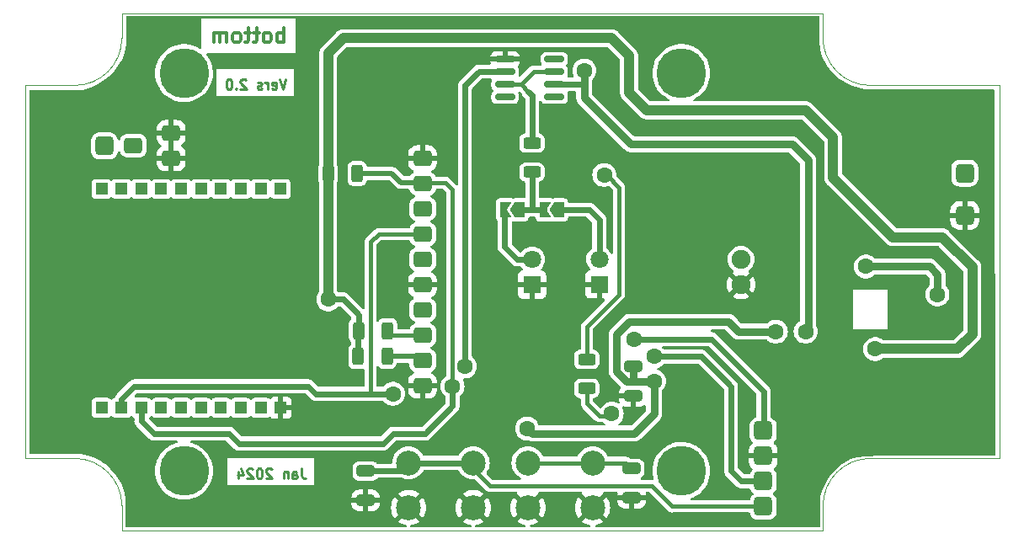
<source format=gbr>
%TF.GenerationSoftware,KiCad,Pcbnew,7.0.5*%
%TF.CreationDate,2023-12-19T11:26:05+01:00*%
%TF.ProjectId,RemoteDevice,52656d6f-7465-4446-9576-6963652e6b69,rev?*%
%TF.SameCoordinates,Original*%
%TF.FileFunction,Copper,L2,Bot*%
%TF.FilePolarity,Positive*%
%FSLAX46Y46*%
G04 Gerber Fmt 4.6, Leading zero omitted, Abs format (unit mm)*
G04 Created by KiCad (PCBNEW 7.0.5) date 2023-12-19 11:26:05*
%MOMM*%
%LPD*%
G01*
G04 APERTURE LIST*
G04 Aperture macros list*
%AMRoundRect*
0 Rectangle with rounded corners*
0 $1 Rounding radius*
0 $2 $3 $4 $5 $6 $7 $8 $9 X,Y pos of 4 corners*
0 Add a 4 corners polygon primitive as box body*
4,1,4,$2,$3,$4,$5,$6,$7,$8,$9,$2,$3,0*
0 Add four circle primitives for the rounded corners*
1,1,$1+$1,$2,$3*
1,1,$1+$1,$4,$5*
1,1,$1+$1,$6,$7*
1,1,$1+$1,$8,$9*
0 Add four rect primitives between the rounded corners*
20,1,$1+$1,$2,$3,$4,$5,0*
20,1,$1+$1,$4,$5,$6,$7,0*
20,1,$1+$1,$6,$7,$8,$9,0*
20,1,$1+$1,$8,$9,$2,$3,0*%
%AMFreePoly0*
4,1,6,1.000000,0.000000,0.500000,-0.750000,-0.500000,-0.750000,-0.500000,0.750000,0.500000,0.750000,1.000000,0.000000,1.000000,0.000000,$1*%
%AMFreePoly1*
4,1,6,0.500000,-0.750000,-0.650000,-0.750000,-0.150000,0.000000,-0.650000,0.750000,0.500000,0.750000,0.500000,-0.750000,0.500000,-0.750000,$1*%
G04 Aperture macros list end*
%ADD10C,0.300000*%
%TA.AperFunction,NonConductor*%
%ADD11C,0.300000*%
%TD*%
%ADD12C,0.250000*%
%TA.AperFunction,NonConductor*%
%ADD13C,0.250000*%
%TD*%
%TA.AperFunction,ComponentPad*%
%ADD14C,2.500000*%
%TD*%
%TA.AperFunction,ComponentPad*%
%ADD15RoundRect,0.475000X-0.475000X-0.475000X0.475000X-0.475000X0.475000X0.475000X-0.475000X0.475000X0*%
%TD*%
%TA.AperFunction,ComponentPad*%
%ADD16R,1.200000X1.200000*%
%TD*%
%TA.AperFunction,ComponentPad*%
%ADD17R,1.800000X1.800000*%
%TD*%
%TA.AperFunction,ComponentPad*%
%ADD18C,1.800000*%
%TD*%
%TA.AperFunction,ComponentPad*%
%ADD19RoundRect,0.400000X-0.550000X-0.400000X0.550000X-0.400000X0.550000X0.400000X-0.550000X0.400000X0*%
%TD*%
%TA.AperFunction,ComponentPad*%
%ADD20C,1.900000*%
%TD*%
%TA.AperFunction,SMDPad,CuDef*%
%ADD21FreePoly0,180.000000*%
%TD*%
%TA.AperFunction,SMDPad,CuDef*%
%ADD22FreePoly1,180.000000*%
%TD*%
%TA.AperFunction,SMDPad,CuDef*%
%ADD23RoundRect,0.250000X-0.625000X0.312500X-0.625000X-0.312500X0.625000X-0.312500X0.625000X0.312500X0*%
%TD*%
%TA.AperFunction,SMDPad,CuDef*%
%ADD24RoundRect,0.250000X-0.312500X-0.625000X0.312500X-0.625000X0.312500X0.625000X-0.312500X0.625000X0*%
%TD*%
%TA.AperFunction,SMDPad,CuDef*%
%ADD25RoundRect,0.250000X-0.650000X0.325000X-0.650000X-0.325000X0.650000X-0.325000X0.650000X0.325000X0*%
%TD*%
%TA.AperFunction,SMDPad,CuDef*%
%ADD26RoundRect,0.150000X-0.825000X-0.150000X0.825000X-0.150000X0.825000X0.150000X-0.825000X0.150000X0*%
%TD*%
%TA.AperFunction,SMDPad,CuDef*%
%ADD27RoundRect,0.250000X0.625000X-0.312500X0.625000X0.312500X-0.625000X0.312500X-0.625000X-0.312500X0*%
%TD*%
%TA.AperFunction,ViaPad*%
%ADD28C,5.000000*%
%TD*%
%TA.AperFunction,ViaPad*%
%ADD29C,1.600000*%
%TD*%
%TA.AperFunction,Conductor*%
%ADD30C,0.400000*%
%TD*%
%TA.AperFunction,Conductor*%
%ADD31C,0.600000*%
%TD*%
%TA.AperFunction,Conductor*%
%ADD32C,0.800000*%
%TD*%
%TA.AperFunction,Conductor*%
%ADD33C,1.000000*%
%TD*%
%TA.AperFunction,Conductor*%
%ADD34C,0.500000*%
%TD*%
%TA.AperFunction,Profile*%
%ADD35C,0.100000*%
%TD*%
G04 APERTURE END LIST*
D10*
D11*
X49035714Y-65928328D02*
X49035714Y-64428328D01*
X49035714Y-64999757D02*
X48892857Y-64928328D01*
X48892857Y-64928328D02*
X48607142Y-64928328D01*
X48607142Y-64928328D02*
X48464285Y-64999757D01*
X48464285Y-64999757D02*
X48392857Y-65071185D01*
X48392857Y-65071185D02*
X48321428Y-65214042D01*
X48321428Y-65214042D02*
X48321428Y-65642614D01*
X48321428Y-65642614D02*
X48392857Y-65785471D01*
X48392857Y-65785471D02*
X48464285Y-65856900D01*
X48464285Y-65856900D02*
X48607142Y-65928328D01*
X48607142Y-65928328D02*
X48892857Y-65928328D01*
X48892857Y-65928328D02*
X49035714Y-65856900D01*
X47464285Y-65928328D02*
X47607142Y-65856900D01*
X47607142Y-65856900D02*
X47678571Y-65785471D01*
X47678571Y-65785471D02*
X47749999Y-65642614D01*
X47749999Y-65642614D02*
X47749999Y-65214042D01*
X47749999Y-65214042D02*
X47678571Y-65071185D01*
X47678571Y-65071185D02*
X47607142Y-64999757D01*
X47607142Y-64999757D02*
X47464285Y-64928328D01*
X47464285Y-64928328D02*
X47249999Y-64928328D01*
X47249999Y-64928328D02*
X47107142Y-64999757D01*
X47107142Y-64999757D02*
X47035714Y-65071185D01*
X47035714Y-65071185D02*
X46964285Y-65214042D01*
X46964285Y-65214042D02*
X46964285Y-65642614D01*
X46964285Y-65642614D02*
X47035714Y-65785471D01*
X47035714Y-65785471D02*
X47107142Y-65856900D01*
X47107142Y-65856900D02*
X47249999Y-65928328D01*
X47249999Y-65928328D02*
X47464285Y-65928328D01*
X46535713Y-64928328D02*
X45964285Y-64928328D01*
X46321428Y-64428328D02*
X46321428Y-65714042D01*
X46321428Y-65714042D02*
X46249999Y-65856900D01*
X46249999Y-65856900D02*
X46107142Y-65928328D01*
X46107142Y-65928328D02*
X45964285Y-65928328D01*
X45678570Y-64928328D02*
X45107142Y-64928328D01*
X45464285Y-64428328D02*
X45464285Y-65714042D01*
X45464285Y-65714042D02*
X45392856Y-65856900D01*
X45392856Y-65856900D02*
X45249999Y-65928328D01*
X45249999Y-65928328D02*
X45107142Y-65928328D01*
X44392856Y-65928328D02*
X44535713Y-65856900D01*
X44535713Y-65856900D02*
X44607142Y-65785471D01*
X44607142Y-65785471D02*
X44678570Y-65642614D01*
X44678570Y-65642614D02*
X44678570Y-65214042D01*
X44678570Y-65214042D02*
X44607142Y-65071185D01*
X44607142Y-65071185D02*
X44535713Y-64999757D01*
X44535713Y-64999757D02*
X44392856Y-64928328D01*
X44392856Y-64928328D02*
X44178570Y-64928328D01*
X44178570Y-64928328D02*
X44035713Y-64999757D01*
X44035713Y-64999757D02*
X43964285Y-65071185D01*
X43964285Y-65071185D02*
X43892856Y-65214042D01*
X43892856Y-65214042D02*
X43892856Y-65642614D01*
X43892856Y-65642614D02*
X43964285Y-65785471D01*
X43964285Y-65785471D02*
X44035713Y-65856900D01*
X44035713Y-65856900D02*
X44178570Y-65928328D01*
X44178570Y-65928328D02*
X44392856Y-65928328D01*
X43249999Y-65928328D02*
X43249999Y-64928328D01*
X43249999Y-65071185D02*
X43178570Y-64999757D01*
X43178570Y-64999757D02*
X43035713Y-64928328D01*
X43035713Y-64928328D02*
X42821427Y-64928328D01*
X42821427Y-64928328D02*
X42678570Y-64999757D01*
X42678570Y-64999757D02*
X42607142Y-65142614D01*
X42607142Y-65142614D02*
X42607142Y-65928328D01*
X42607142Y-65142614D02*
X42535713Y-64999757D01*
X42535713Y-64999757D02*
X42392856Y-64928328D01*
X42392856Y-64928328D02*
X42178570Y-64928328D01*
X42178570Y-64928328D02*
X42035713Y-64999757D01*
X42035713Y-64999757D02*
X41964284Y-65142614D01*
X41964284Y-65142614D02*
X41964284Y-65928328D01*
D12*
D13*
X50811717Y-108764619D02*
X50811717Y-109478904D01*
X50811717Y-109478904D02*
X50859336Y-109621761D01*
X50859336Y-109621761D02*
X50954574Y-109717000D01*
X50954574Y-109717000D02*
X51097431Y-109764619D01*
X51097431Y-109764619D02*
X51192669Y-109764619D01*
X49906955Y-109764619D02*
X49906955Y-109240809D01*
X49906955Y-109240809D02*
X49954574Y-109145571D01*
X49954574Y-109145571D02*
X50049812Y-109097952D01*
X50049812Y-109097952D02*
X50240288Y-109097952D01*
X50240288Y-109097952D02*
X50335526Y-109145571D01*
X49906955Y-109717000D02*
X50002193Y-109764619D01*
X50002193Y-109764619D02*
X50240288Y-109764619D01*
X50240288Y-109764619D02*
X50335526Y-109717000D01*
X50335526Y-109717000D02*
X50383145Y-109621761D01*
X50383145Y-109621761D02*
X50383145Y-109526523D01*
X50383145Y-109526523D02*
X50335526Y-109431285D01*
X50335526Y-109431285D02*
X50240288Y-109383666D01*
X50240288Y-109383666D02*
X50002193Y-109383666D01*
X50002193Y-109383666D02*
X49906955Y-109336047D01*
X49430764Y-109097952D02*
X49430764Y-109764619D01*
X49430764Y-109193190D02*
X49383145Y-109145571D01*
X49383145Y-109145571D02*
X49287907Y-109097952D01*
X49287907Y-109097952D02*
X49145050Y-109097952D01*
X49145050Y-109097952D02*
X49049812Y-109145571D01*
X49049812Y-109145571D02*
X49002193Y-109240809D01*
X49002193Y-109240809D02*
X49002193Y-109764619D01*
X47811716Y-108859857D02*
X47764097Y-108812238D01*
X47764097Y-108812238D02*
X47668859Y-108764619D01*
X47668859Y-108764619D02*
X47430764Y-108764619D01*
X47430764Y-108764619D02*
X47335526Y-108812238D01*
X47335526Y-108812238D02*
X47287907Y-108859857D01*
X47287907Y-108859857D02*
X47240288Y-108955095D01*
X47240288Y-108955095D02*
X47240288Y-109050333D01*
X47240288Y-109050333D02*
X47287907Y-109193190D01*
X47287907Y-109193190D02*
X47859335Y-109764619D01*
X47859335Y-109764619D02*
X47240288Y-109764619D01*
X46621240Y-108764619D02*
X46526002Y-108764619D01*
X46526002Y-108764619D02*
X46430764Y-108812238D01*
X46430764Y-108812238D02*
X46383145Y-108859857D01*
X46383145Y-108859857D02*
X46335526Y-108955095D01*
X46335526Y-108955095D02*
X46287907Y-109145571D01*
X46287907Y-109145571D02*
X46287907Y-109383666D01*
X46287907Y-109383666D02*
X46335526Y-109574142D01*
X46335526Y-109574142D02*
X46383145Y-109669380D01*
X46383145Y-109669380D02*
X46430764Y-109717000D01*
X46430764Y-109717000D02*
X46526002Y-109764619D01*
X46526002Y-109764619D02*
X46621240Y-109764619D01*
X46621240Y-109764619D02*
X46716478Y-109717000D01*
X46716478Y-109717000D02*
X46764097Y-109669380D01*
X46764097Y-109669380D02*
X46811716Y-109574142D01*
X46811716Y-109574142D02*
X46859335Y-109383666D01*
X46859335Y-109383666D02*
X46859335Y-109145571D01*
X46859335Y-109145571D02*
X46811716Y-108955095D01*
X46811716Y-108955095D02*
X46764097Y-108859857D01*
X46764097Y-108859857D02*
X46716478Y-108812238D01*
X46716478Y-108812238D02*
X46621240Y-108764619D01*
X45906954Y-108859857D02*
X45859335Y-108812238D01*
X45859335Y-108812238D02*
X45764097Y-108764619D01*
X45764097Y-108764619D02*
X45526002Y-108764619D01*
X45526002Y-108764619D02*
X45430764Y-108812238D01*
X45430764Y-108812238D02*
X45383145Y-108859857D01*
X45383145Y-108859857D02*
X45335526Y-108955095D01*
X45335526Y-108955095D02*
X45335526Y-109050333D01*
X45335526Y-109050333D02*
X45383145Y-109193190D01*
X45383145Y-109193190D02*
X45954573Y-109764619D01*
X45954573Y-109764619D02*
X45335526Y-109764619D01*
X44478383Y-109097952D02*
X44478383Y-109764619D01*
X44716478Y-108717000D02*
X44954573Y-109431285D01*
X44954573Y-109431285D02*
X44335526Y-109431285D01*
D12*
D13*
X49240288Y-69614619D02*
X48906955Y-70614619D01*
X48906955Y-70614619D02*
X48573622Y-69614619D01*
X47859336Y-70567000D02*
X47954574Y-70614619D01*
X47954574Y-70614619D02*
X48145050Y-70614619D01*
X48145050Y-70614619D02*
X48240288Y-70567000D01*
X48240288Y-70567000D02*
X48287907Y-70471761D01*
X48287907Y-70471761D02*
X48287907Y-70090809D01*
X48287907Y-70090809D02*
X48240288Y-69995571D01*
X48240288Y-69995571D02*
X48145050Y-69947952D01*
X48145050Y-69947952D02*
X47954574Y-69947952D01*
X47954574Y-69947952D02*
X47859336Y-69995571D01*
X47859336Y-69995571D02*
X47811717Y-70090809D01*
X47811717Y-70090809D02*
X47811717Y-70186047D01*
X47811717Y-70186047D02*
X48287907Y-70281285D01*
X47383145Y-70614619D02*
X47383145Y-69947952D01*
X47383145Y-70138428D02*
X47335526Y-70043190D01*
X47335526Y-70043190D02*
X47287907Y-69995571D01*
X47287907Y-69995571D02*
X47192669Y-69947952D01*
X47192669Y-69947952D02*
X47097431Y-69947952D01*
X46811716Y-70567000D02*
X46716478Y-70614619D01*
X46716478Y-70614619D02*
X46526002Y-70614619D01*
X46526002Y-70614619D02*
X46430764Y-70567000D01*
X46430764Y-70567000D02*
X46383145Y-70471761D01*
X46383145Y-70471761D02*
X46383145Y-70424142D01*
X46383145Y-70424142D02*
X46430764Y-70328904D01*
X46430764Y-70328904D02*
X46526002Y-70281285D01*
X46526002Y-70281285D02*
X46668859Y-70281285D01*
X46668859Y-70281285D02*
X46764097Y-70233666D01*
X46764097Y-70233666D02*
X46811716Y-70138428D01*
X46811716Y-70138428D02*
X46811716Y-70090809D01*
X46811716Y-70090809D02*
X46764097Y-69995571D01*
X46764097Y-69995571D02*
X46668859Y-69947952D01*
X46668859Y-69947952D02*
X46526002Y-69947952D01*
X46526002Y-69947952D02*
X46430764Y-69995571D01*
X45240287Y-69709857D02*
X45192668Y-69662238D01*
X45192668Y-69662238D02*
X45097430Y-69614619D01*
X45097430Y-69614619D02*
X44859335Y-69614619D01*
X44859335Y-69614619D02*
X44764097Y-69662238D01*
X44764097Y-69662238D02*
X44716478Y-69709857D01*
X44716478Y-69709857D02*
X44668859Y-69805095D01*
X44668859Y-69805095D02*
X44668859Y-69900333D01*
X44668859Y-69900333D02*
X44716478Y-70043190D01*
X44716478Y-70043190D02*
X45287906Y-70614619D01*
X45287906Y-70614619D02*
X44668859Y-70614619D01*
X44240287Y-70519380D02*
X44192668Y-70567000D01*
X44192668Y-70567000D02*
X44240287Y-70614619D01*
X44240287Y-70614619D02*
X44287906Y-70567000D01*
X44287906Y-70567000D02*
X44240287Y-70519380D01*
X44240287Y-70519380D02*
X44240287Y-70614619D01*
X43573621Y-69614619D02*
X43478383Y-69614619D01*
X43478383Y-69614619D02*
X43383145Y-69662238D01*
X43383145Y-69662238D02*
X43335526Y-69709857D01*
X43335526Y-69709857D02*
X43287907Y-69805095D01*
X43287907Y-69805095D02*
X43240288Y-69995571D01*
X43240288Y-69995571D02*
X43240288Y-70233666D01*
X43240288Y-70233666D02*
X43287907Y-70424142D01*
X43287907Y-70424142D02*
X43335526Y-70519380D01*
X43335526Y-70519380D02*
X43383145Y-70567000D01*
X43383145Y-70567000D02*
X43478383Y-70614619D01*
X43478383Y-70614619D02*
X43573621Y-70614619D01*
X43573621Y-70614619D02*
X43668859Y-70567000D01*
X43668859Y-70567000D02*
X43716478Y-70519380D01*
X43716478Y-70519380D02*
X43764097Y-70424142D01*
X43764097Y-70424142D02*
X43811716Y-70233666D01*
X43811716Y-70233666D02*
X43811716Y-69995571D01*
X43811716Y-69995571D02*
X43764097Y-69805095D01*
X43764097Y-69805095D02*
X43716478Y-69709857D01*
X43716478Y-69709857D02*
X43668859Y-69662238D01*
X43668859Y-69662238D02*
X43573621Y-69614619D01*
D14*
%TO.P,SW1,1*%
%TO.N,GND*%
X68076000Y-112690000D03*
%TO.P,SW1,2*%
X61576000Y-112690000D03*
%TO.P,SW1,3*%
%TO.N,/Reset*%
X68076000Y-108190000D03*
%TO.P,SW1,4*%
X61576000Y-108190000D03*
%TD*%
D15*
%TO.P,J1,1,Pin_1*%
%TO.N,/piles*%
X117500000Y-79063500D03*
%TD*%
D16*
%TO.P,U10,1,VCC*%
%TO.N,+3V3*%
X30705000Y-102655000D03*
%TO.P,U10,2,DOUT*%
%TO.N,/DataOut*%
X32705000Y-102655000D03*
%TO.P,U10,3,DIN*%
%TO.N,/DataIn*%
X34705000Y-102655000D03*
%TO.P,U10,4,DIO12*%
%TO.N,unconnected-(U10-DIO12-Pad4)*%
X36705000Y-102655000D03*
%TO.P,U10,5,~{RESET}*%
%TO.N,/RxCmde*%
X38705000Y-102655000D03*
%TO.P,U10,6,RSSI*%
%TO.N,unconnected-(U10-RSSI-Pad6)*%
X40705000Y-102655000D03*
%TO.P,U10,7,DIO11*%
%TO.N,unconnected-(U10-DIO11-Pad7)*%
X42705000Y-102655000D03*
%TO.P,U10,8*%
%TO.N,N/C*%
X44705000Y-102655000D03*
%TO.P,U10,9,~{DTR}/SLEEP_REQ*%
%TO.N,/TxCmde*%
X46705000Y-102655000D03*
%TO.P,U10,10,GND*%
%TO.N,GND*%
X48705000Y-102655000D03*
%TO.P,U10,11,DIO4*%
%TO.N,unconnected-(U10-DIO4-Pad11)*%
X48705000Y-80655000D03*
%TO.P,U10,12,~{CTS}*%
%TO.N,unconnected-(U10-~{CTS}-Pad12)*%
X46705000Y-80655000D03*
%TO.P,U10,13,~{SLEEP}*%
%TO.N,/CD*%
X44705000Y-80655000D03*
%TO.P,U10,14*%
%TO.N,N/C*%
X42705000Y-80655000D03*
%TO.P,U10,15,ASSOCIATE*%
%TO.N,unconnected-(U10-ASSOCIATE-Pad15)*%
X40705000Y-80655000D03*
%TO.P,U10,16,~{RTS}*%
%TO.N,unconnected-(U10-~{RTS}-Pad16)*%
X38705000Y-80655000D03*
%TO.P,U10,17,DIO3*%
%TO.N,unconnected-(U10-DIO3-Pad17)*%
X36705000Y-80655000D03*
%TO.P,U10,18,DIO2*%
%TO.N,unconnected-(U10-DIO2-Pad18)*%
X34705000Y-80655000D03*
%TO.P,U10,19,DIO1*%
%TO.N,unconnected-(U10-DIO1-Pad19)*%
X32705000Y-80655000D03*
%TO.P,U10,20,DIO0*%
%TO.N,unconnected-(U10-DIO0-Pad20)*%
X30705000Y-80655000D03*
%TD*%
D17*
%TO.P,D2,1,K*%
%TO.N,GND*%
X80750000Y-90250000D03*
D18*
%TO.P,D2,2,A*%
%TO.N,/LED_Top*%
X80750000Y-87710000D03*
%TD*%
D15*
%TO.P,J2,1,Pin_1*%
%TO.N,GND*%
X117500000Y-83313500D03*
%TD*%
D17*
%TO.P,D1,1,K*%
%TO.N,GND*%
X74000000Y-90275000D03*
D18*
%TO.P,D1,2,A*%
%TO.N,/LED_Side*%
X74000000Y-87735000D03*
%TD*%
D19*
%TO.P,U6,1,GND*%
%TO.N,GND*%
X62994000Y-77570000D03*
%TO.P,U6,2,DataIn*%
%TO.N,/DataIn*%
X62994000Y-80110000D03*
%TO.P,U6,3,CarrierDetect*%
%TO.N,/CD*%
X62994000Y-82650000D03*
%TO.P,U6,4,DataOut*%
%TO.N,/DataOut*%
X62994000Y-85190000D03*
%TO.P,U6,5,AudioOut*%
%TO.N,unconnected-(U6-AudioOut-Pad5)*%
X62994000Y-87730000D03*
%TO.P,U6,6,GND*%
%TO.N,GND*%
X62994000Y-90270000D03*
%TO.P,U6,7,Vdd*%
%TO.N,+5V*%
X62994000Y-92810000D03*
%TO.P,U6,8,TxCmd*%
%TO.N,/TxCmde*%
X62994000Y-95350000D03*
%TO.P,U6,9,RxCmd*%
%TO.N,/RxCmde*%
X62994000Y-97890000D03*
%TO.P,U6,10,GND*%
%TO.N,GND*%
X62994000Y-100430000D03*
%TO.P,U6,11,RFAnt*%
%TO.N,/Ant*%
X33894000Y-76300000D03*
%TO.P,U6,12,GND*%
%TO.N,GND*%
X37704000Y-75030000D03*
%TO.P,U6,13,GND*%
X37704000Y-77570000D03*
%TD*%
D14*
%TO.P,SW2,1*%
%TO.N,GND*%
X80076000Y-112690000D03*
%TO.P,SW2,2*%
X73576000Y-112690000D03*
%TO.P,SW2,3*%
%TO.N,/UserBP*%
X80076000Y-108190000D03*
%TO.P,SW2,4*%
X73576000Y-108190000D03*
%TD*%
D15*
%TO.P,J3,1,Pin_1*%
%TO.N,/Ant*%
X31000000Y-76336500D03*
%TD*%
D20*
%TO.P,U7,1,-*%
%TO.N,/MiC*%
X95000000Y-87730000D03*
%TO.P,U7,2,+*%
%TO.N,GND*%
X95000000Y-90270000D03*
%TD*%
D15*
%TO.P,U9,1*%
%TO.N,/SWCLK*%
X97224000Y-104964000D03*
%TO.P,U9,2*%
%TO.N,GND*%
X97224000Y-107504000D03*
%TO.P,U9,3*%
%TO.N,/SWDIO*%
X97224000Y-110044000D03*
%TO.P,U9,4*%
%TO.N,/Reset*%
X97224000Y-112576000D03*
%TD*%
D21*
%TO.P,JP3,1,A*%
%TO.N,/LED*%
X72725000Y-82750000D03*
D22*
%TO.P,JP3,2,B*%
%TO.N,/LED_Side*%
X71275000Y-82750000D03*
%TD*%
D23*
%TO.P,R12,1*%
%TO.N,/Son*%
X79500000Y-97787500D03*
%TO.P,R12,2*%
%TO.N,/MicroPhone*%
X79500000Y-100712500D03*
%TD*%
D24*
%TO.P,R14,1*%
%TO.N,+5V*%
X53487500Y-79100000D03*
%TO.P,R14,2*%
%TO.N,/DataIn*%
X56412500Y-79100000D03*
%TD*%
%TO.P,R15,1*%
%TO.N,+5V*%
X56537500Y-94900000D03*
%TO.P,R15,2*%
%TO.N,/TxCmde*%
X59462500Y-94900000D03*
%TD*%
D25*
%TO.P,C4,1*%
%TO.N,/UserBP*%
X84000000Y-108775000D03*
%TO.P,C4,2*%
%TO.N,GND*%
X84000000Y-111725000D03*
%TD*%
D26*
%TO.P,U3,1,NULL*%
%TO.N,unconnected-(U3-NULL-Pad1)*%
X71275000Y-71405000D03*
%TO.P,U3,2,-*%
%TO.N,/Out_LED*%
X71275000Y-70135000D03*
%TO.P,U3,3,+*%
%TO.N,/CmdeLED_IR*%
X71275000Y-68865000D03*
%TO.P,U3,4,V-*%
%TO.N,GND*%
X71275000Y-67595000D03*
%TO.P,U3,5,NULL*%
%TO.N,unconnected-(U3-NULL-Pad5)*%
X76225000Y-67595000D03*
%TO.P,U3,6*%
%TO.N,/Out_LED*%
X76225000Y-68865000D03*
%TO.P,U3,7,V+*%
%TO.N,+3V3*%
X76225000Y-70135000D03*
%TO.P,U3,8,NC*%
%TO.N,unconnected-(U3-NC-Pad8)*%
X76225000Y-71405000D03*
%TD*%
D25*
%TO.P,C19,1*%
%TO.N,VDD*%
X84150000Y-98525000D03*
%TO.P,C19,2*%
%TO.N,GND*%
X84150000Y-101475000D03*
%TD*%
D21*
%TO.P,JP4,1,A*%
%TO.N,/LED_Top*%
X76700000Y-82750000D03*
D22*
%TO.P,JP4,2,B*%
%TO.N,/LED*%
X75250000Y-82750000D03*
%TD*%
D27*
%TO.P,R4,1*%
%TO.N,/LED*%
X74000000Y-78962500D03*
%TO.P,R4,2*%
%TO.N,/Out_LED*%
X74000000Y-76037500D03*
%TD*%
D24*
%TO.P,R16,1*%
%TO.N,+5V*%
X56487500Y-97500000D03*
%TO.P,R16,2*%
%TO.N,/RxCmde*%
X59412500Y-97500000D03*
%TD*%
D25*
%TO.P,C2,1*%
%TO.N,/Reset*%
X57250000Y-109025000D03*
%TO.P,C2,2*%
%TO.N,GND*%
X57250000Y-111975000D03*
%TD*%
D28*
%TO.N,*%
X39000000Y-109000000D03*
X89000000Y-109000000D03*
X89000000Y-69000000D03*
X39000000Y-69000000D03*
D29*
%TO.N,GND*%
X60200000Y-72250000D03*
X60250000Y-90000000D03*
X51900000Y-103300000D03*
X70100000Y-74600000D03*
X91600000Y-82650000D03*
X55400000Y-88150000D03*
X98150000Y-89900000D03*
X54250000Y-108550000D03*
X32650000Y-104750000D03*
X49300000Y-73650000D03*
X48300000Y-113150000D03*
X45250000Y-73600000D03*
X35250000Y-89500000D03*
X107750000Y-72750000D03*
X106000000Y-86250000D03*
X35050000Y-94550000D03*
X92850000Y-110600000D03*
X78500000Y-92750000D03*
X57750000Y-104500000D03*
X116500000Y-92750000D03*
X42450000Y-94700000D03*
X93250000Y-66500000D03*
X77700000Y-87950000D03*
X52750000Y-113250000D03*
X101350000Y-110350000D03*
X117900000Y-99950000D03*
X42700000Y-89800000D03*
X86550000Y-113750000D03*
%TO.N,/Vbatt*%
X107550000Y-88450000D03*
X114750000Y-91250000D03*
%TO.N,+5V*%
X53500000Y-91750000D03*
X108500000Y-96750000D03*
%TO.N,/DataIn*%
X66000000Y-100500000D03*
%TO.N,/SWCLK*%
X84250000Y-95750000D03*
%TO.N,/SWDIO*%
X86250000Y-97500000D03*
%TO.N,/MicroPhone*%
X82000000Y-103250000D03*
%TO.N,/CmdeLED_IR*%
X67250000Y-98500000D03*
%TO.N,/DataOut*%
X60000000Y-101250000D03*
%TO.N,VDD*%
X73500000Y-104750000D03*
X98500000Y-95000000D03*
X86250000Y-100000000D03*
%TO.N,+3V3*%
X101500000Y-95000000D03*
X79250000Y-68750000D03*
%TO.N,/Son*%
X81250000Y-79250000D03*
%TD*%
D30*
%TO.N,/Reset*%
X68076000Y-108826000D02*
X68076000Y-108190000D01*
X69750000Y-110500000D02*
X68076000Y-108826000D01*
D31*
X61576000Y-108190000D02*
X68076000Y-108190000D01*
X57275000Y-109000000D02*
X57250000Y-109025000D01*
D30*
X97224000Y-112576000D02*
X88076000Y-112576000D01*
D31*
X61576000Y-108190000D02*
X60766000Y-109000000D01*
D30*
X88076000Y-112576000D02*
X86000000Y-110500000D01*
X86000000Y-110500000D02*
X69750000Y-110500000D01*
D31*
X60766000Y-109000000D02*
X57275000Y-109000000D01*
D32*
%TO.N,/Vbatt*%
X107550000Y-88450000D02*
X113950000Y-88450000D01*
X113950000Y-88450000D02*
X114750000Y-89250000D01*
X114750000Y-89250000D02*
X114750000Y-91250000D01*
D31*
%TO.N,+5V*%
X55000000Y-91750000D02*
X53500000Y-91750000D01*
X56487500Y-94950000D02*
X56537500Y-94900000D01*
D33*
X53500000Y-91750000D02*
X53500000Y-67000000D01*
D31*
X56537500Y-93287500D02*
X55000000Y-91750000D01*
D33*
X82000000Y-65500000D02*
X83750000Y-67250000D01*
X116750000Y-96750000D02*
X108500000Y-96750000D01*
X118250000Y-88500000D02*
X118250000Y-95250000D01*
X101500000Y-72750000D02*
X104250000Y-75500000D01*
D31*
X56537500Y-94900000D02*
X56537500Y-93287500D01*
D33*
X55000000Y-65500000D02*
X82000000Y-65500000D01*
X118250000Y-95250000D02*
X116750000Y-96750000D01*
X83750000Y-71000000D02*
X85500000Y-72750000D01*
X83750000Y-67250000D02*
X83750000Y-71000000D01*
X53500000Y-67000000D02*
X55000000Y-65500000D01*
X104250000Y-79500000D02*
X110250000Y-85500000D01*
X104250000Y-75500000D02*
X104250000Y-79500000D01*
X115250000Y-85500000D02*
X118250000Y-88500000D01*
D31*
X56487500Y-97500000D02*
X56487500Y-94950000D01*
D33*
X85500000Y-72750000D02*
X101500000Y-72750000D01*
X110250000Y-85500000D02*
X115250000Y-85500000D01*
D30*
%TO.N,/UserBP*%
X83415000Y-108190000D02*
X84000000Y-108775000D01*
X80076000Y-108190000D02*
X83415000Y-108190000D01*
X73576000Y-108190000D02*
X80076000Y-108190000D01*
%TO.N,/DataIn*%
X63104000Y-80000000D02*
X62994000Y-80110000D01*
D34*
X60800000Y-80000000D02*
X62884000Y-80000000D01*
X59900000Y-79100000D02*
X60800000Y-80000000D01*
D31*
X43500000Y-105250000D02*
X36000000Y-105250000D01*
D34*
X56412500Y-79100000D02*
X59900000Y-79100000D01*
D31*
X59000000Y-106250000D02*
X44500000Y-106250000D01*
D30*
X66000000Y-80750000D02*
X65250000Y-80000000D01*
D34*
X62884000Y-80000000D02*
X62994000Y-80110000D01*
D31*
X60000000Y-105250000D02*
X59000000Y-106250000D01*
D30*
X66000000Y-100500000D02*
X66000000Y-80750000D01*
D31*
X66000000Y-102500000D02*
X63250000Y-105250000D01*
D30*
X63104000Y-80000000D02*
X65250000Y-80000000D01*
D31*
X63250000Y-105250000D02*
X60000000Y-105250000D01*
X36000000Y-105250000D02*
X34705000Y-103955000D01*
X66000000Y-100500000D02*
X66000000Y-102500000D01*
X44500000Y-106250000D02*
X43500000Y-105250000D01*
X34705000Y-103955000D02*
X34705000Y-102655000D01*
D30*
%TO.N,/TxCmde*%
X62994000Y-95350000D02*
X59912500Y-95350000D01*
X59912500Y-95350000D02*
X59462500Y-94900000D01*
D34*
%TO.N,/RxCmde*%
X62604000Y-97500000D02*
X62994000Y-97890000D01*
X59412500Y-97500000D02*
X62604000Y-97500000D01*
D31*
%TO.N,/LED_Top*%
X79750000Y-82750000D02*
X76200000Y-82750000D01*
X80750000Y-83750000D02*
X80750000Y-87710000D01*
X79750000Y-82750000D02*
X80750000Y-83750000D01*
%TO.N,/LED_Side*%
X71250000Y-86500000D02*
X71250000Y-83500000D01*
X72485000Y-87735000D02*
X71250000Y-86500000D01*
X74000000Y-87735000D02*
X72485000Y-87735000D01*
%TO.N,/SWCLK*%
X97250000Y-101000000D02*
X97250000Y-104938000D01*
X84250000Y-95750000D02*
X92000000Y-95750000D01*
X97250000Y-104938000D02*
X97224000Y-104964000D01*
X92000000Y-95750000D02*
X97250000Y-101000000D01*
%TO.N,/SWDIO*%
X91000000Y-97500000D02*
X94000000Y-100500000D01*
X94000000Y-109000000D02*
X95044000Y-110044000D01*
X95044000Y-110044000D02*
X97224000Y-110044000D01*
X86250000Y-97500000D02*
X91000000Y-97500000D01*
X94000000Y-100500000D02*
X94000000Y-109000000D01*
%TO.N,/LED*%
X72725000Y-82750000D02*
X74250000Y-82750000D01*
X74250000Y-82750000D02*
X75200480Y-82750000D01*
X74000000Y-78962500D02*
X74000000Y-82500000D01*
X74000000Y-82500000D02*
X74250000Y-82750000D01*
%TO.N,/Out_LED*%
X74000000Y-76037500D02*
X74000000Y-71250000D01*
D30*
X71275000Y-70135000D02*
X72865000Y-70135000D01*
X74135000Y-68865000D02*
X76225000Y-68865000D01*
X73625000Y-70875000D02*
X73750000Y-71000000D01*
D31*
X74000000Y-71250000D02*
X73625000Y-70875000D01*
D30*
X72875000Y-70125000D02*
X73625000Y-70875000D01*
X72875000Y-70125000D02*
X74135000Y-68865000D01*
X72865000Y-70135000D02*
X72875000Y-70125000D01*
%TO.N,/MicroPhone*%
X79500000Y-100712500D02*
X79500000Y-102250000D01*
X80750000Y-103500000D02*
X82000000Y-103500000D01*
X79500000Y-102250000D02*
X80750000Y-103500000D01*
D31*
%TO.N,/CmdeLED_IR*%
X68635000Y-68865000D02*
X71275000Y-68865000D01*
X67250000Y-98500000D02*
X67250000Y-70250000D01*
X67250000Y-70250000D02*
X68635000Y-68865000D01*
D30*
%TO.N,/DataOut*%
X58560000Y-85190000D02*
X62994000Y-85190000D01*
X57750000Y-86000000D02*
X58560000Y-85190000D01*
D31*
X51500000Y-100500000D02*
X34000000Y-100500000D01*
X32705000Y-101795000D02*
X32705000Y-102655000D01*
X52250000Y-101250000D02*
X51500000Y-100500000D01*
X60000000Y-101250000D02*
X52250000Y-101250000D01*
D30*
X57750000Y-101250000D02*
X57750000Y-86000000D01*
D31*
X34000000Y-100500000D02*
X32705000Y-101795000D01*
D32*
%TO.N,VDD*%
X93750000Y-94000000D02*
X94750000Y-95000000D01*
X82500000Y-99000000D02*
X82500000Y-95250000D01*
X82500000Y-95250000D02*
X83750000Y-94000000D01*
D30*
X73500000Y-104750000D02*
X74000000Y-105250000D01*
D32*
X86250000Y-103250000D02*
X86250000Y-100000000D01*
X84150000Y-98525000D02*
X84150000Y-100000000D01*
X74000000Y-105250000D02*
X84250000Y-105250000D01*
X83500000Y-100000000D02*
X82500000Y-99000000D01*
X83750000Y-94000000D02*
X93750000Y-94000000D01*
X84150000Y-100000000D02*
X83500000Y-100000000D01*
X94750000Y-95000000D02*
X98500000Y-95000000D01*
X86250000Y-100000000D02*
X84150000Y-100000000D01*
X84250000Y-105250000D02*
X86250000Y-103250000D01*
%TO.N,+3V3*%
X101750000Y-77750000D02*
X101750000Y-94750000D01*
D31*
X76225000Y-70135000D02*
X79115000Y-70135000D01*
D32*
X79250000Y-71500000D02*
X83900000Y-76150000D01*
X100150000Y-76150000D02*
X101750000Y-77750000D01*
D31*
X101750000Y-94750000D02*
X101500000Y-95000000D01*
D32*
X79250000Y-68750000D02*
X79250000Y-71500000D01*
X83900000Y-76150000D02*
X100150000Y-76150000D01*
D30*
%TO.N,/Son*%
X82750000Y-91250000D02*
X82750000Y-80500000D01*
X79500000Y-94500000D02*
X82750000Y-91250000D01*
X81500000Y-79250000D02*
X81250000Y-79250000D01*
X79500000Y-97787500D02*
X79500000Y-94500000D01*
X82750000Y-80500000D02*
X81500000Y-79250000D01*
%TD*%
%TA.AperFunction,Conductor*%
%TO.N,GND*%
G36*
X65017196Y-80620502D02*
G01*
X65038170Y-80637405D01*
X65362595Y-80961830D01*
X65396621Y-81024142D01*
X65399500Y-81050925D01*
X65399499Y-99389640D01*
X65379497Y-99457761D01*
X65339830Y-99496767D01*
X65273439Y-99537875D01*
X65273438Y-99537875D01*
X65109017Y-99687764D01*
X64974942Y-99865310D01*
X64974938Y-99865315D01*
X64875774Y-100064462D01*
X64875768Y-100064479D01*
X64814885Y-100278460D01*
X64794357Y-100500000D01*
X64814885Y-100721539D01*
X64875768Y-100935520D01*
X64875774Y-100935537D01*
X64974938Y-101134684D01*
X64974942Y-101134689D01*
X65109017Y-101312235D01*
X65125498Y-101327259D01*
X65258386Y-101448403D01*
X65295252Y-101509075D01*
X65299500Y-101541516D01*
X65299500Y-102157652D01*
X65279498Y-102225773D01*
X65262595Y-102246747D01*
X62996748Y-104512595D01*
X62934436Y-104546620D01*
X62907653Y-104549500D01*
X60023072Y-104549500D01*
X60019268Y-104549385D01*
X59957394Y-104545642D01*
X59957393Y-104545642D01*
X59957391Y-104545642D01*
X59896412Y-104556816D01*
X59892650Y-104557389D01*
X59831128Y-104564859D01*
X59821817Y-104568390D01*
X59799863Y-104574509D01*
X59790073Y-104576303D01*
X59733540Y-104601745D01*
X59730027Y-104603200D01*
X59672067Y-104625183D01*
X59672066Y-104625184D01*
X59663873Y-104630839D01*
X59644024Y-104642034D01*
X59634946Y-104646120D01*
X59634944Y-104646121D01*
X59586147Y-104684350D01*
X59583083Y-104686604D01*
X59532069Y-104721818D01*
X59490954Y-104768226D01*
X59488346Y-104770997D01*
X58746746Y-105512596D01*
X58684436Y-105546620D01*
X58657653Y-105549500D01*
X44842347Y-105549500D01*
X44774226Y-105529498D01*
X44753251Y-105512595D01*
X44011639Y-104770982D01*
X44009029Y-104768210D01*
X43967930Y-104721818D01*
X43967926Y-104721814D01*
X43916914Y-104686603D01*
X43913848Y-104684347D01*
X43865059Y-104646123D01*
X43865057Y-104646122D01*
X43865053Y-104646120D01*
X43855981Y-104642037D01*
X43836120Y-104630835D01*
X43827930Y-104625182D01*
X43827928Y-104625181D01*
X43769983Y-104603205D01*
X43766469Y-104601749D01*
X43709933Y-104576305D01*
X43709929Y-104576304D01*
X43700130Y-104574508D01*
X43678176Y-104568388D01*
X43668868Y-104564858D01*
X43607348Y-104557389D01*
X43603586Y-104556816D01*
X43542607Y-104545642D01*
X43542606Y-104545642D01*
X43480731Y-104549385D01*
X43476928Y-104549500D01*
X36342347Y-104549500D01*
X36274226Y-104529498D01*
X36253251Y-104512595D01*
X35520448Y-103779791D01*
X35486423Y-103717479D01*
X35491488Y-103646663D01*
X35534035Y-103589828D01*
X35535483Y-103588760D01*
X35543338Y-103583051D01*
X35543342Y-103583050D01*
X35576892Y-103549500D01*
X35615905Y-103510488D01*
X35678217Y-103476462D01*
X35749032Y-103481527D01*
X35794095Y-103510488D01*
X35866657Y-103583050D01*
X35898986Y-103599522D01*
X35979696Y-103640646D01*
X36073481Y-103655500D01*
X37336518Y-103655499D01*
X37430304Y-103640646D01*
X37543342Y-103583050D01*
X37576892Y-103549500D01*
X37615905Y-103510488D01*
X37678217Y-103476462D01*
X37749032Y-103481527D01*
X37794095Y-103510488D01*
X37866657Y-103583050D01*
X37898986Y-103599522D01*
X37979696Y-103640646D01*
X38073481Y-103655500D01*
X39336518Y-103655499D01*
X39430304Y-103640646D01*
X39543342Y-103583050D01*
X39576892Y-103549500D01*
X39615905Y-103510488D01*
X39678217Y-103476462D01*
X39749032Y-103481527D01*
X39794095Y-103510488D01*
X39866657Y-103583050D01*
X39898986Y-103599522D01*
X39979696Y-103640646D01*
X40073481Y-103655500D01*
X41336518Y-103655499D01*
X41430304Y-103640646D01*
X41543342Y-103583050D01*
X41576892Y-103549500D01*
X41615905Y-103510488D01*
X41678217Y-103476462D01*
X41749032Y-103481527D01*
X41794095Y-103510488D01*
X41866657Y-103583050D01*
X41898986Y-103599522D01*
X41979696Y-103640646D01*
X42073481Y-103655500D01*
X43336518Y-103655499D01*
X43430304Y-103640646D01*
X43543342Y-103583050D01*
X43576892Y-103549500D01*
X43615905Y-103510488D01*
X43678217Y-103476462D01*
X43749032Y-103481527D01*
X43794095Y-103510488D01*
X43866657Y-103583050D01*
X43898986Y-103599522D01*
X43979696Y-103640646D01*
X44073481Y-103655500D01*
X45336518Y-103655499D01*
X45430304Y-103640646D01*
X45543342Y-103583050D01*
X45576892Y-103549500D01*
X45615905Y-103510488D01*
X45678217Y-103476462D01*
X45749032Y-103481527D01*
X45794095Y-103510488D01*
X45866657Y-103583050D01*
X45898986Y-103599522D01*
X45979696Y-103640646D01*
X46073481Y-103655500D01*
X47336518Y-103655499D01*
X47430304Y-103640646D01*
X47543342Y-103583050D01*
X47543341Y-103583050D01*
X47551362Y-103577223D01*
X47553079Y-103579587D01*
X47601555Y-103553107D01*
X47672371Y-103558160D01*
X47729214Y-103600697D01*
X47729226Y-103600713D01*
X47742095Y-103617903D01*
X47859034Y-103705444D01*
X47995906Y-103756494D01*
X48056402Y-103762999D01*
X48056415Y-103763000D01*
X48451000Y-103763000D01*
X48451000Y-102900825D01*
X48536115Y-102967072D01*
X48646595Y-103005000D01*
X48734005Y-103005000D01*
X48820216Y-102990614D01*
X48922947Y-102935019D01*
X48946899Y-102909000D01*
X48959000Y-102909000D01*
X48959000Y-103763000D01*
X49353585Y-103763000D01*
X49353597Y-103762999D01*
X49414093Y-103756494D01*
X49550964Y-103705444D01*
X49550965Y-103705444D01*
X49667904Y-103617904D01*
X49755444Y-103500965D01*
X49755444Y-103500964D01*
X49806494Y-103364093D01*
X49812999Y-103303597D01*
X49813000Y-103303585D01*
X49813000Y-102909000D01*
X48959000Y-102909000D01*
X48946899Y-102909000D01*
X49002060Y-102849079D01*
X49048982Y-102742108D01*
X49058628Y-102625698D01*
X49029953Y-102512462D01*
X48966064Y-102414673D01*
X48873885Y-102342928D01*
X48763405Y-102305000D01*
X48675995Y-102305000D01*
X48589784Y-102319386D01*
X48487053Y-102374981D01*
X48451000Y-102414145D01*
X48451000Y-101547000D01*
X48959000Y-101547000D01*
X48959000Y-102401000D01*
X49813000Y-102401000D01*
X49813000Y-102006414D01*
X49812999Y-102006402D01*
X49806494Y-101945906D01*
X49755444Y-101809035D01*
X49755444Y-101809034D01*
X49667904Y-101692095D01*
X49550965Y-101604555D01*
X49414093Y-101553505D01*
X49353597Y-101547000D01*
X48959000Y-101547000D01*
X48451000Y-101547000D01*
X48056402Y-101547000D01*
X47995906Y-101553505D01*
X47859035Y-101604555D01*
X47859034Y-101604555D01*
X47742095Y-101692095D01*
X47729225Y-101709288D01*
X47672388Y-101751833D01*
X47601572Y-101756896D01*
X47553078Y-101730414D01*
X47551362Y-101732777D01*
X47543342Y-101726949D01*
X47459947Y-101684458D01*
X47430304Y-101669354D01*
X47336519Y-101654500D01*
X47336515Y-101654500D01*
X46073483Y-101654500D01*
X45979697Y-101669353D01*
X45866657Y-101726949D01*
X45866655Y-101726951D01*
X45794095Y-101799512D01*
X45731783Y-101833538D01*
X45660968Y-101828473D01*
X45615905Y-101799512D01*
X45543342Y-101726949D01*
X45459947Y-101684458D01*
X45430304Y-101669354D01*
X45336519Y-101654500D01*
X45336515Y-101654500D01*
X44073483Y-101654500D01*
X43979697Y-101669353D01*
X43866657Y-101726949D01*
X43866655Y-101726951D01*
X43794095Y-101799512D01*
X43731783Y-101833538D01*
X43660968Y-101828473D01*
X43615905Y-101799512D01*
X43543342Y-101726949D01*
X43459947Y-101684458D01*
X43430304Y-101669354D01*
X43336519Y-101654500D01*
X43336515Y-101654500D01*
X42073483Y-101654500D01*
X41979697Y-101669353D01*
X41866657Y-101726949D01*
X41866655Y-101726951D01*
X41794095Y-101799512D01*
X41731783Y-101833538D01*
X41660968Y-101828473D01*
X41615905Y-101799512D01*
X41543342Y-101726949D01*
X41459947Y-101684458D01*
X41430304Y-101669354D01*
X41336519Y-101654500D01*
X41336515Y-101654500D01*
X40073483Y-101654500D01*
X39979697Y-101669353D01*
X39866657Y-101726949D01*
X39866655Y-101726951D01*
X39794095Y-101799512D01*
X39731783Y-101833538D01*
X39660968Y-101828473D01*
X39615905Y-101799512D01*
X39543342Y-101726949D01*
X39459947Y-101684458D01*
X39430304Y-101669354D01*
X39336519Y-101654500D01*
X39336515Y-101654500D01*
X38073483Y-101654500D01*
X37979697Y-101669353D01*
X37866657Y-101726949D01*
X37866655Y-101726951D01*
X37794095Y-101799512D01*
X37731783Y-101833538D01*
X37660968Y-101828473D01*
X37615905Y-101799512D01*
X37543342Y-101726949D01*
X37459947Y-101684458D01*
X37430304Y-101669354D01*
X37336519Y-101654500D01*
X37336515Y-101654500D01*
X36073483Y-101654500D01*
X35979697Y-101669353D01*
X35866657Y-101726949D01*
X35866655Y-101726951D01*
X35794095Y-101799512D01*
X35731783Y-101833538D01*
X35660968Y-101828473D01*
X35615905Y-101799512D01*
X35543342Y-101726949D01*
X35459947Y-101684458D01*
X35430304Y-101669354D01*
X35336519Y-101654500D01*
X35336516Y-101654500D01*
X34140345Y-101654500D01*
X34072224Y-101634498D01*
X34025731Y-101580842D01*
X34015627Y-101510568D01*
X34045121Y-101445988D01*
X34051228Y-101439427D01*
X34253251Y-101237404D01*
X34315564Y-101203379D01*
X34342347Y-101200500D01*
X51157653Y-101200500D01*
X51225774Y-101220502D01*
X51246747Y-101237404D01*
X51738376Y-101729033D01*
X51740969Y-101731788D01*
X51782069Y-101778181D01*
X51782073Y-101778185D01*
X51833087Y-101813398D01*
X51836153Y-101815654D01*
X51884943Y-101853878D01*
X51894018Y-101857963D01*
X51913879Y-101869165D01*
X51922064Y-101874814D01*
X51922070Y-101874818D01*
X51922071Y-101874818D01*
X51922074Y-101874820D01*
X51939092Y-101881273D01*
X51980051Y-101896806D01*
X51983537Y-101898251D01*
X52040063Y-101923693D01*
X52040067Y-101923693D01*
X52040068Y-101923694D01*
X52049854Y-101925487D01*
X52071823Y-101931611D01*
X52081128Y-101935140D01*
X52142682Y-101942613D01*
X52146405Y-101943180D01*
X52207394Y-101954357D01*
X52269259Y-101950614D01*
X52273061Y-101950500D01*
X58961899Y-101950500D01*
X59030020Y-101970502D01*
X59062449Y-102000568D01*
X59109017Y-102062235D01*
X59273438Y-102212124D01*
X59273439Y-102212125D01*
X59462587Y-102329240D01*
X59462590Y-102329241D01*
X59462599Y-102329247D01*
X59552989Y-102364264D01*
X59670053Y-102409616D01*
X59670056Y-102409616D01*
X59670060Y-102409618D01*
X59888757Y-102450500D01*
X59888760Y-102450500D01*
X60111240Y-102450500D01*
X60111243Y-102450500D01*
X60329940Y-102409618D01*
X60329944Y-102409616D01*
X60329946Y-102409616D01*
X60419348Y-102374981D01*
X60537401Y-102329247D01*
X60726562Y-102212124D01*
X60890981Y-102062236D01*
X61025058Y-101884689D01*
X61025059Y-101884685D01*
X61025061Y-101884684D01*
X61124225Y-101685537D01*
X61124226Y-101685533D01*
X61124229Y-101685528D01*
X61185115Y-101471536D01*
X61205643Y-101250000D01*
X61185115Y-101028464D01*
X61183577Y-101023060D01*
X61124231Y-100814479D01*
X61124225Y-100814462D01*
X61025061Y-100615315D01*
X61025057Y-100615310D01*
X60890982Y-100437764D01*
X60726561Y-100287875D01*
X60726560Y-100287874D01*
X60537412Y-100170759D01*
X60537405Y-100170755D01*
X60537401Y-100170753D01*
X60537396Y-100170751D01*
X60329946Y-100090383D01*
X60290867Y-100083078D01*
X60111243Y-100049500D01*
X59888757Y-100049500D01*
X59747674Y-100075873D01*
X59670053Y-100090383D01*
X59462603Y-100170751D01*
X59462587Y-100170759D01*
X59273439Y-100287874D01*
X59273438Y-100287875D01*
X59109017Y-100437764D01*
X59062449Y-100499432D01*
X59005436Y-100541739D01*
X58961899Y-100549500D01*
X58476500Y-100549500D01*
X58408379Y-100529498D01*
X58361886Y-100475842D01*
X58350500Y-100423500D01*
X58350500Y-98596134D01*
X58370502Y-98528013D01*
X58424158Y-98481520D01*
X58494432Y-98471416D01*
X58559012Y-98500910D01*
X58576081Y-98521365D01*
X58577063Y-98520604D01*
X58581923Y-98526870D01*
X58698129Y-98643076D01*
X58698136Y-98643082D01*
X58839598Y-98726742D01*
X58839599Y-98726742D01*
X58839602Y-98726744D01*
X58997431Y-98772598D01*
X59034306Y-98775500D01*
X59034307Y-98775500D01*
X59790693Y-98775500D01*
X59790694Y-98775500D01*
X59827569Y-98772598D01*
X59985398Y-98726744D01*
X60126865Y-98643081D01*
X60243081Y-98526865D01*
X60326744Y-98385398D01*
X60368595Y-98241346D01*
X60406808Y-98181511D01*
X60471305Y-98151834D01*
X60489592Y-98150500D01*
X61517500Y-98150500D01*
X61585621Y-98170502D01*
X61632114Y-98224158D01*
X61643500Y-98276499D01*
X61643500Y-98334954D01*
X61658632Y-98469255D01*
X61710709Y-98618082D01*
X61718211Y-98639522D01*
X61718212Y-98639525D01*
X61814182Y-98792260D01*
X61814183Y-98792262D01*
X61941736Y-98919815D01*
X61966731Y-98935520D01*
X62058694Y-98993304D01*
X62105732Y-99046483D01*
X62116553Y-99116650D01*
X62087721Y-99181528D01*
X62048862Y-99212259D01*
X61946744Y-99264291D01*
X61946740Y-99264293D01*
X61798409Y-99384409D01*
X61678293Y-99532740D01*
X61678291Y-99532744D01*
X61591639Y-99702808D01*
X61542239Y-99887174D01*
X61542238Y-99887178D01*
X61536000Y-99966434D01*
X61536000Y-100176000D01*
X62562884Y-100176000D01*
X62534507Y-100220156D01*
X62494000Y-100358111D01*
X62494000Y-100501889D01*
X62534507Y-100639844D01*
X62562884Y-100684000D01*
X61536000Y-100684000D01*
X61536000Y-100893565D01*
X61542238Y-100972821D01*
X61542239Y-100972825D01*
X61591639Y-101157191D01*
X61678291Y-101327255D01*
X61678293Y-101327259D01*
X61798409Y-101475590D01*
X61946740Y-101595706D01*
X61946744Y-101595708D01*
X62116808Y-101682360D01*
X62301174Y-101731760D01*
X62301178Y-101731761D01*
X62380434Y-101737999D01*
X62380439Y-101738000D01*
X62740000Y-101738000D01*
X62740000Y-100863674D01*
X62851685Y-100914680D01*
X62958237Y-100930000D01*
X63029763Y-100930000D01*
X63136315Y-100914680D01*
X63248000Y-100863674D01*
X63248000Y-101738000D01*
X63607561Y-101738000D01*
X63607565Y-101737999D01*
X63686821Y-101731761D01*
X63686825Y-101731760D01*
X63871191Y-101682360D01*
X64041255Y-101595708D01*
X64041259Y-101595706D01*
X64189590Y-101475590D01*
X64309706Y-101327259D01*
X64309708Y-101327255D01*
X64396360Y-101157191D01*
X64445760Y-100972825D01*
X64445761Y-100972821D01*
X64451999Y-100893565D01*
X64452000Y-100893561D01*
X64452000Y-100684000D01*
X63425116Y-100684000D01*
X63453493Y-100639844D01*
X63494000Y-100501889D01*
X63494000Y-100358111D01*
X63453493Y-100220156D01*
X63425116Y-100176000D01*
X64452000Y-100176000D01*
X64452000Y-99966438D01*
X64451999Y-99966434D01*
X64445761Y-99887178D01*
X64445760Y-99887174D01*
X64396360Y-99702808D01*
X64309708Y-99532744D01*
X64309706Y-99532740D01*
X64189590Y-99384409D01*
X64041259Y-99264293D01*
X64041255Y-99264291D01*
X63939137Y-99212259D01*
X63887522Y-99163511D01*
X63870456Y-99094596D01*
X63893357Y-99027394D01*
X63929301Y-98993307D01*
X64046262Y-98919816D01*
X64173816Y-98792262D01*
X64269789Y-98639522D01*
X64329368Y-98469255D01*
X64344500Y-98334954D01*
X64344500Y-97445046D01*
X64329368Y-97310745D01*
X64269789Y-97140478D01*
X64269787Y-97140475D01*
X64269787Y-97140474D01*
X64173817Y-96987739D01*
X64173816Y-96987737D01*
X64046262Y-96860183D01*
X64046260Y-96860182D01*
X63893524Y-96764212D01*
X63893523Y-96764211D01*
X63893522Y-96764211D01*
X63868934Y-96755607D01*
X63821269Y-96738928D01*
X63763577Y-96697549D01*
X63737415Y-96631548D01*
X63751089Y-96561881D01*
X63800257Y-96510666D01*
X63821254Y-96501076D01*
X63893522Y-96475789D01*
X64046262Y-96379816D01*
X64173816Y-96252262D01*
X64269789Y-96099522D01*
X64329368Y-95929255D01*
X64344500Y-95794954D01*
X64344500Y-94905046D01*
X64329368Y-94770745D01*
X64269789Y-94600478D01*
X64269787Y-94600475D01*
X64269787Y-94600474D01*
X64173817Y-94447739D01*
X64173816Y-94447737D01*
X64046262Y-94320183D01*
X64046260Y-94320182D01*
X63893525Y-94224212D01*
X63893522Y-94224211D01*
X63821270Y-94198929D01*
X63763578Y-94157551D01*
X63737416Y-94091551D01*
X63751089Y-94021883D01*
X63800256Y-93970667D01*
X63821270Y-93961071D01*
X63893522Y-93935789D01*
X64046262Y-93839816D01*
X64173816Y-93712262D01*
X64269789Y-93559522D01*
X64329368Y-93389255D01*
X64344500Y-93254954D01*
X64344500Y-92365046D01*
X64329368Y-92230745D01*
X64269789Y-92060478D01*
X64269787Y-92060475D01*
X64269787Y-92060474D01*
X64173817Y-91907739D01*
X64173816Y-91907737D01*
X64046262Y-91780183D01*
X64046260Y-91780182D01*
X63929304Y-91706694D01*
X63882266Y-91653516D01*
X63871446Y-91583349D01*
X63900279Y-91518470D01*
X63939138Y-91487740D01*
X64041252Y-91435710D01*
X64041259Y-91435706D01*
X64189590Y-91315590D01*
X64309706Y-91167259D01*
X64309708Y-91167255D01*
X64396360Y-90997191D01*
X64445760Y-90812825D01*
X64445761Y-90812821D01*
X64451999Y-90733565D01*
X64452000Y-90733561D01*
X64452000Y-90524000D01*
X63425116Y-90524000D01*
X63453493Y-90479844D01*
X63494000Y-90341889D01*
X63494000Y-90198111D01*
X63453493Y-90060156D01*
X63425116Y-90016000D01*
X64452000Y-90016000D01*
X64452000Y-89806438D01*
X64451999Y-89806434D01*
X64445761Y-89727178D01*
X64445760Y-89727174D01*
X64396360Y-89542808D01*
X64309708Y-89372744D01*
X64309706Y-89372740D01*
X64189590Y-89224409D01*
X64041259Y-89104293D01*
X64041255Y-89104291D01*
X63939137Y-89052259D01*
X63887522Y-89003511D01*
X63870456Y-88934596D01*
X63893357Y-88867394D01*
X63929301Y-88833307D01*
X64046262Y-88759816D01*
X64173816Y-88632262D01*
X64269789Y-88479522D01*
X64329368Y-88309255D01*
X64344500Y-88174954D01*
X64344500Y-87285046D01*
X64329368Y-87150745D01*
X64269789Y-86980478D01*
X64269787Y-86980475D01*
X64269787Y-86980474D01*
X64173817Y-86827739D01*
X64173816Y-86827737D01*
X64046262Y-86700183D01*
X64046260Y-86700182D01*
X63893525Y-86604212D01*
X63893522Y-86604211D01*
X63821270Y-86578929D01*
X63763578Y-86537551D01*
X63737416Y-86471551D01*
X63751089Y-86401883D01*
X63800256Y-86350667D01*
X63821270Y-86341071D01*
X63893522Y-86315789D01*
X64046262Y-86219816D01*
X64173816Y-86092262D01*
X64269789Y-85939522D01*
X64329368Y-85769255D01*
X64344500Y-85634954D01*
X64344500Y-84745046D01*
X64329368Y-84610745D01*
X64269789Y-84440478D01*
X64269787Y-84440475D01*
X64269787Y-84440474D01*
X64173817Y-84287739D01*
X64173816Y-84287737D01*
X64046262Y-84160183D01*
X64046260Y-84160182D01*
X63893525Y-84064212D01*
X63893522Y-84064211D01*
X63821270Y-84038929D01*
X63763578Y-83997551D01*
X63737416Y-83931551D01*
X63751089Y-83861883D01*
X63800256Y-83810667D01*
X63821270Y-83801071D01*
X63829532Y-83798180D01*
X63893522Y-83775789D01*
X64046262Y-83679816D01*
X64173816Y-83552262D01*
X64269789Y-83399522D01*
X64329368Y-83229255D01*
X64344500Y-83094954D01*
X64344500Y-82205046D01*
X64329368Y-82070745D01*
X64269789Y-81900478D01*
X64269787Y-81900475D01*
X64269787Y-81900474D01*
X64173817Y-81747739D01*
X64173816Y-81747737D01*
X64046262Y-81620183D01*
X64046260Y-81620182D01*
X63893525Y-81524212D01*
X63893522Y-81524211D01*
X63821270Y-81498929D01*
X63763578Y-81457551D01*
X63737416Y-81391551D01*
X63751089Y-81321883D01*
X63800256Y-81270667D01*
X63821270Y-81261071D01*
X63893522Y-81235789D01*
X64046262Y-81139816D01*
X64173816Y-81012262D01*
X64269789Y-80859522D01*
X64329368Y-80689255D01*
X64329368Y-80689254D01*
X64330897Y-80684885D01*
X64372275Y-80627193D01*
X64438275Y-80601031D01*
X64449826Y-80600500D01*
X64949075Y-80600500D01*
X65017196Y-80620502D01*
G37*
%TD.AperFunction*%
%TA.AperFunction,Conductor*%
G36*
X61644786Y-85810502D02*
G01*
X61691279Y-85864158D01*
X61695586Y-85874865D01*
X61718211Y-85939522D01*
X61718212Y-85939524D01*
X61718213Y-85939526D01*
X61814182Y-86092260D01*
X61814183Y-86092262D01*
X61941737Y-86219816D01*
X61941739Y-86219817D01*
X62094474Y-86315787D01*
X62094475Y-86315787D01*
X62094478Y-86315789D01*
X62127029Y-86327179D01*
X62166729Y-86341071D01*
X62224421Y-86382449D01*
X62250583Y-86448450D01*
X62236910Y-86518117D01*
X62187742Y-86569333D01*
X62166729Y-86578929D01*
X62094477Y-86604211D01*
X62094474Y-86604212D01*
X61941739Y-86700182D01*
X61941737Y-86700183D01*
X61814183Y-86827737D01*
X61814182Y-86827739D01*
X61718212Y-86980474D01*
X61718211Y-86980477D01*
X61691343Y-87057262D01*
X61658632Y-87150745D01*
X61643500Y-87285046D01*
X61643500Y-88174954D01*
X61658632Y-88309255D01*
X61707881Y-88450000D01*
X61718211Y-88479522D01*
X61718212Y-88479525D01*
X61814182Y-88632260D01*
X61814183Y-88632262D01*
X61941736Y-88759815D01*
X61955560Y-88768501D01*
X62058694Y-88833304D01*
X62105732Y-88886483D01*
X62116553Y-88956650D01*
X62087721Y-89021528D01*
X62048862Y-89052259D01*
X61946744Y-89104291D01*
X61946740Y-89104293D01*
X61798409Y-89224409D01*
X61678293Y-89372740D01*
X61678291Y-89372744D01*
X61591639Y-89542808D01*
X61542239Y-89727174D01*
X61542238Y-89727178D01*
X61536000Y-89806434D01*
X61536000Y-90016000D01*
X62562884Y-90016000D01*
X62534507Y-90060156D01*
X62494000Y-90198111D01*
X62494000Y-90341889D01*
X62534507Y-90479844D01*
X62562884Y-90524000D01*
X61536000Y-90524000D01*
X61536000Y-90733565D01*
X61542238Y-90812821D01*
X61542239Y-90812825D01*
X61591639Y-90997191D01*
X61678291Y-91167255D01*
X61678293Y-91167259D01*
X61798409Y-91315590D01*
X61946740Y-91435706D01*
X61946744Y-91435708D01*
X62048862Y-91487740D01*
X62100477Y-91536488D01*
X62117543Y-91605403D01*
X62094642Y-91672605D01*
X62058695Y-91706694D01*
X61941739Y-91780182D01*
X61941737Y-91780183D01*
X61814183Y-91907737D01*
X61814182Y-91907739D01*
X61718212Y-92060474D01*
X61718211Y-92060477D01*
X61718211Y-92060478D01*
X61658632Y-92230745D01*
X61643500Y-92365046D01*
X61643500Y-93254954D01*
X61658632Y-93389255D01*
X61711643Y-93540752D01*
X61718211Y-93559522D01*
X61718212Y-93559525D01*
X61814182Y-93712260D01*
X61814183Y-93712262D01*
X61941737Y-93839816D01*
X61941739Y-93839817D01*
X62094474Y-93935787D01*
X62094475Y-93935787D01*
X62094478Y-93935789D01*
X62142378Y-93952550D01*
X62166729Y-93961071D01*
X62224421Y-94002449D01*
X62250583Y-94068450D01*
X62236910Y-94138117D01*
X62187742Y-94189333D01*
X62166729Y-94198929D01*
X62094477Y-94224211D01*
X62094474Y-94224212D01*
X61941739Y-94320182D01*
X61941737Y-94320183D01*
X61814183Y-94447737D01*
X61814182Y-94447739D01*
X61718213Y-94600473D01*
X61718211Y-94600477D01*
X61718211Y-94600478D01*
X61695592Y-94665116D01*
X61654217Y-94722806D01*
X61588216Y-94748969D01*
X61576665Y-94749500D01*
X60551500Y-94749500D01*
X60483379Y-94729498D01*
X60436886Y-94675842D01*
X60425500Y-94623500D01*
X60425500Y-94209306D01*
X60422598Y-94172432D01*
X60422598Y-94172431D01*
X60399100Y-94091551D01*
X60376744Y-94014602D01*
X60350761Y-93970667D01*
X60293082Y-93873136D01*
X60293076Y-93873129D01*
X60176870Y-93756923D01*
X60176863Y-93756917D01*
X60035401Y-93673257D01*
X59877568Y-93627401D01*
X59843595Y-93624728D01*
X59840694Y-93624500D01*
X59084306Y-93624500D01*
X59081405Y-93624728D01*
X59047432Y-93627401D01*
X59047431Y-93627401D01*
X58889598Y-93673257D01*
X58748136Y-93756917D01*
X58748129Y-93756923D01*
X58631923Y-93873129D01*
X58631920Y-93873133D01*
X58584953Y-93952550D01*
X58533060Y-94001002D01*
X58463210Y-94013707D01*
X58397579Y-93986631D01*
X58357005Y-93928371D01*
X58350500Y-93888410D01*
X58350500Y-86300925D01*
X58370502Y-86232804D01*
X58387405Y-86211829D01*
X58771831Y-85827404D01*
X58834143Y-85793379D01*
X58860926Y-85790500D01*
X61576665Y-85790500D01*
X61644786Y-85810502D01*
G37*
%TD.AperFunction*%
%TA.AperFunction,Conductor*%
G36*
X37958000Y-77136325D02*
G01*
X37846315Y-77085320D01*
X37739763Y-77070000D01*
X37668237Y-77070000D01*
X37561685Y-77085320D01*
X37450000Y-77136325D01*
X37450000Y-75463674D01*
X37561685Y-75514680D01*
X37668237Y-75530000D01*
X37739763Y-75530000D01*
X37846315Y-75514680D01*
X37958000Y-75463674D01*
X37958000Y-77136325D01*
G37*
%TD.AperFunction*%
%TA.AperFunction,Conductor*%
G36*
X102842121Y-63270002D02*
G01*
X102888614Y-63323658D01*
X102900000Y-63376000D01*
X102900000Y-66100000D01*
X102929137Y-66420502D01*
X102950000Y-66650001D01*
X102950001Y-66650005D01*
X103149997Y-67299991D01*
X103150001Y-67300003D01*
X103599998Y-68249997D01*
X103599999Y-68249998D01*
X103600000Y-68250000D01*
X104150000Y-68900000D01*
X104900000Y-69600000D01*
X105800000Y-70100000D01*
X105800005Y-70100002D01*
X105800009Y-70100004D01*
X106050005Y-70200002D01*
X106550000Y-70400000D01*
X107450000Y-70600000D01*
X120324341Y-70600000D01*
X120392462Y-70620002D01*
X120438955Y-70673658D01*
X120450340Y-70725656D01*
X120549404Y-107279998D01*
X120549658Y-107373659D01*
X120529840Y-107441833D01*
X120476311Y-107488471D01*
X120423658Y-107500000D01*
X108849983Y-107500000D01*
X107600026Y-107549998D01*
X107600007Y-107549999D01*
X107600000Y-107550000D01*
X107171440Y-107588960D01*
X107049988Y-107600001D01*
X106699991Y-107650001D01*
X106299998Y-107750000D01*
X105859995Y-107910001D01*
X105799729Y-107931917D01*
X105749995Y-107950002D01*
X105150000Y-108299999D01*
X105149991Y-108300005D01*
X104700007Y-108649992D01*
X104699996Y-108650002D01*
X104300014Y-109049984D01*
X104299998Y-109050002D01*
X103900003Y-109549995D01*
X103899993Y-109550008D01*
X103599999Y-109999999D01*
X103300025Y-110699940D01*
X103049999Y-111300001D01*
X102993299Y-111696904D01*
X102956358Y-111955498D01*
X102950000Y-112000002D01*
X102950000Y-114524090D01*
X102929998Y-114592211D01*
X102876342Y-114638704D01*
X102824090Y-114650090D01*
X80442038Y-114666123D01*
X80373903Y-114646170D01*
X80327372Y-114592547D01*
X80317218Y-114522281D01*
X80346664Y-114457679D01*
X80406363Y-114419252D01*
X80423170Y-114415530D01*
X80468286Y-114408730D01*
X80468295Y-114408728D01*
X80720076Y-114331062D01*
X80957467Y-114216740D01*
X81127561Y-114100770D01*
X80243625Y-113216834D01*
X80364458Y-113164349D01*
X80481739Y-113068934D01*
X80568928Y-112945415D01*
X80600837Y-112855628D01*
X81486327Y-113741118D01*
X81532603Y-113683090D01*
X81664346Y-113454904D01*
X81664348Y-113454900D01*
X81760606Y-113209636D01*
X81760607Y-113209634D01*
X81819239Y-112952754D01*
X81838929Y-112690000D01*
X81819239Y-112427245D01*
X81760607Y-112170365D01*
X81760606Y-112170363D01*
X81685502Y-111979000D01*
X82592000Y-111979000D01*
X82592000Y-112100516D01*
X82602605Y-112204318D01*
X82602606Y-112204321D01*
X82658342Y-112372525D01*
X82751365Y-112523339D01*
X82751370Y-112523345D01*
X82876654Y-112648629D01*
X82876660Y-112648634D01*
X83027474Y-112741657D01*
X83195678Y-112797393D01*
X83195681Y-112797394D01*
X83299483Y-112807999D01*
X83299483Y-112808000D01*
X83746000Y-112808000D01*
X83746000Y-111979000D01*
X84254000Y-111979000D01*
X84254000Y-112808000D01*
X84700517Y-112808000D01*
X84700516Y-112807999D01*
X84804318Y-112797394D01*
X84804321Y-112797393D01*
X84972525Y-112741657D01*
X85123339Y-112648634D01*
X85123345Y-112648629D01*
X85248629Y-112523345D01*
X85248634Y-112523339D01*
X85341657Y-112372525D01*
X85397393Y-112204321D01*
X85397394Y-112204318D01*
X85407999Y-112100516D01*
X85408000Y-112100516D01*
X85408000Y-111979000D01*
X84254000Y-111979000D01*
X83746000Y-111979000D01*
X82592000Y-111979000D01*
X81685502Y-111979000D01*
X81664348Y-111925099D01*
X81664346Y-111925095D01*
X81532605Y-111696913D01*
X81532600Y-111696905D01*
X81486328Y-111638881D01*
X81486326Y-111638881D01*
X80602902Y-112522305D01*
X80599116Y-112504085D01*
X80529558Y-112369844D01*
X80426362Y-112259348D01*
X80297181Y-112180791D01*
X80241578Y-112165211D01*
X81127560Y-111279229D01*
X81123719Y-111238264D01*
X81137274Y-111168574D01*
X81186354Y-111117274D01*
X81249169Y-111100500D01*
X82477910Y-111100500D01*
X82546031Y-111120502D01*
X82592524Y-111174158D01*
X82603257Y-111239307D01*
X82592000Y-111349483D01*
X82592000Y-111471000D01*
X85408000Y-111471000D01*
X85408000Y-111349483D01*
X85396743Y-111239307D01*
X85409717Y-111169506D01*
X85458369Y-111117800D01*
X85522090Y-111100500D01*
X85699075Y-111100500D01*
X85767196Y-111120502D01*
X85788170Y-111137404D01*
X87620626Y-112969861D01*
X87626058Y-112976055D01*
X87647719Y-113004283D01*
X87769881Y-113098022D01*
X87771431Y-113099381D01*
X87773158Y-113100535D01*
X87773159Y-113100536D01*
X87919238Y-113161044D01*
X88076000Y-113181682D01*
X88076001Y-113181682D01*
X88111262Y-113177040D01*
X88119494Y-113176500D01*
X95779541Y-113176500D01*
X95847662Y-113196502D01*
X95894155Y-113250158D01*
X95901817Y-113272091D01*
X95922359Y-113354693D01*
X96006969Y-113525295D01*
X96006970Y-113525297D01*
X96126277Y-113673722D01*
X96274702Y-113793029D01*
X96274704Y-113793030D01*
X96445307Y-113877641D01*
X96630111Y-113923600D01*
X96672877Y-113926500D01*
X97775122Y-113926499D01*
X97775129Y-113926499D01*
X97775131Y-113926498D01*
X97817889Y-113923600D01*
X98002693Y-113877641D01*
X98173296Y-113793030D01*
X98321722Y-113673722D01*
X98441030Y-113525296D01*
X98525641Y-113354693D01*
X98571600Y-113169889D01*
X98574500Y-113127123D01*
X98574499Y-112024878D01*
X98574499Y-112024877D01*
X98574499Y-112024870D01*
X98574498Y-112024866D01*
X98571600Y-111982114D01*
X98571600Y-111982111D01*
X98525641Y-111797307D01*
X98441030Y-111626704D01*
X98441029Y-111626702D01*
X98321722Y-111478277D01*
X98234548Y-111408205D01*
X98193985Y-111349937D01*
X98191364Y-111278989D01*
X98227516Y-111217886D01*
X98234524Y-111211813D01*
X98321722Y-111141722D01*
X98441030Y-110993296D01*
X98525641Y-110822693D01*
X98571600Y-110637889D01*
X98574500Y-110595123D01*
X98574499Y-109492878D01*
X98574499Y-109492877D01*
X98574499Y-109492870D01*
X98574498Y-109492866D01*
X98572808Y-109467929D01*
X98571600Y-109450111D01*
X98525641Y-109265307D01*
X98441030Y-109094704D01*
X98441029Y-109094702D01*
X98321721Y-108946276D01*
X98315382Y-108941181D01*
X98274820Y-108882913D01*
X98272199Y-108811964D01*
X98308352Y-108750862D01*
X98314699Y-108745324D01*
X98397668Y-108677672D01*
X98524010Y-108522727D01*
X98616572Y-108345525D01*
X98671570Y-108153314D01*
X98671570Y-108153312D01*
X98681999Y-108036011D01*
X98682000Y-108036007D01*
X98682000Y-107758000D01*
X97655116Y-107758000D01*
X97683493Y-107713844D01*
X97724000Y-107575889D01*
X97724000Y-107432111D01*
X97683493Y-107294156D01*
X97655116Y-107250000D01*
X98682000Y-107250000D01*
X98682000Y-106971992D01*
X98681999Y-106971988D01*
X98671570Y-106854687D01*
X98671570Y-106854685D01*
X98616572Y-106662474D01*
X98524010Y-106485272D01*
X98397669Y-106330330D01*
X98314698Y-106262675D01*
X98274544Y-106204124D01*
X98272418Y-106133160D01*
X98308997Y-106072311D01*
X98315380Y-106066819D01*
X98321722Y-106061722D01*
X98441030Y-105913296D01*
X98525641Y-105742693D01*
X98571600Y-105557889D01*
X98574500Y-105515123D01*
X98574499Y-104412878D01*
X98574499Y-104412877D01*
X98574499Y-104412870D01*
X98574498Y-104412866D01*
X98571600Y-104370114D01*
X98571600Y-104370112D01*
X98571600Y-104370111D01*
X98525641Y-104185307D01*
X98441030Y-104014704D01*
X98441029Y-104014702D01*
X98321722Y-103866277D01*
X98173297Y-103746970D01*
X98173295Y-103746969D01*
X98020517Y-103671199D01*
X97968377Y-103623013D01*
X97950500Y-103558319D01*
X97950500Y-101023060D01*
X97950615Y-101019255D01*
X97952041Y-100995678D01*
X97954357Y-100957394D01*
X97943180Y-100896405D01*
X97942613Y-100892682D01*
X97935140Y-100831128D01*
X97931611Y-100821823D01*
X97925487Y-100799854D01*
X97923693Y-100790063D01*
X97898251Y-100733537D01*
X97896806Y-100730051D01*
X97874818Y-100672070D01*
X97874814Y-100672064D01*
X97869165Y-100663879D01*
X97857963Y-100644018D01*
X97853878Y-100634943D01*
X97815654Y-100586153D01*
X97813398Y-100583087D01*
X97778185Y-100532073D01*
X97778181Y-100532069D01*
X97756199Y-100512595D01*
X97731781Y-100490963D01*
X97729033Y-100488376D01*
X92511629Y-95270972D01*
X92509045Y-95268227D01*
X92467929Y-95221817D01*
X92467926Y-95221814D01*
X92416914Y-95186603D01*
X92413848Y-95184347D01*
X92365059Y-95146123D01*
X92365057Y-95146122D01*
X92355981Y-95142037D01*
X92336120Y-95130835D01*
X92327930Y-95125182D01*
X92327928Y-95125181D01*
X92269983Y-95103205D01*
X92266469Y-95101749D01*
X92209933Y-95076305D01*
X92209929Y-95076304D01*
X92200130Y-95074508D01*
X92178176Y-95068388D01*
X92168868Y-95064858D01*
X92107348Y-95057389D01*
X92103586Y-95056816D01*
X92068769Y-95050436D01*
X92005369Y-95018484D01*
X91969308Y-94957327D01*
X91972036Y-94886383D01*
X92012686Y-94828176D01*
X92078352Y-94801186D01*
X92091479Y-94800500D01*
X93366232Y-94800500D01*
X93434353Y-94820502D01*
X93455327Y-94837405D01*
X94120184Y-95502262D01*
X94247738Y-95629816D01*
X94255486Y-95634684D01*
X94283043Y-95651999D01*
X94288809Y-95656091D01*
X94320413Y-95681294D01*
X94321414Y-95682092D01*
X94358993Y-95700189D01*
X94365154Y-95703593D01*
X94400478Y-95725789D01*
X94439838Y-95739562D01*
X94446360Y-95742263D01*
X94483939Y-95760360D01*
X94524600Y-95769640D01*
X94531367Y-95771589D01*
X94570745Y-95785368D01*
X94570748Y-95785368D01*
X94570750Y-95785369D01*
X94587800Y-95787289D01*
X94612191Y-95790037D01*
X94619141Y-95791218D01*
X94644362Y-95796975D01*
X94659804Y-95800500D01*
X94659806Y-95800500D01*
X94705046Y-95800500D01*
X97547333Y-95800500D01*
X97615454Y-95820502D01*
X97632214Y-95833381D01*
X97753423Y-95943878D01*
X97773438Y-95962124D01*
X97773439Y-95962125D01*
X97962587Y-96079240D01*
X97962590Y-96079241D01*
X97962599Y-96079247D01*
X98052989Y-96114264D01*
X98170053Y-96159616D01*
X98170056Y-96159616D01*
X98170060Y-96159618D01*
X98388757Y-96200500D01*
X98388760Y-96200500D01*
X98611240Y-96200500D01*
X98611243Y-96200500D01*
X98829940Y-96159618D01*
X98829944Y-96159616D01*
X98829946Y-96159616D01*
X98891256Y-96135864D01*
X99037401Y-96079247D01*
X99226562Y-95962124D01*
X99390981Y-95812236D01*
X99525058Y-95634689D01*
X99525059Y-95634685D01*
X99525061Y-95634684D01*
X99624225Y-95435537D01*
X99624226Y-95435533D01*
X99624229Y-95435528D01*
X99685115Y-95221536D01*
X99705643Y-95000000D01*
X99685115Y-94778464D01*
X99624229Y-94564472D01*
X99624227Y-94564467D01*
X99624225Y-94564462D01*
X99525061Y-94365315D01*
X99525057Y-94365310D01*
X99390982Y-94187764D01*
X99226561Y-94037875D01*
X99226560Y-94037874D01*
X99037412Y-93920759D01*
X99037405Y-93920755D01*
X99037401Y-93920753D01*
X99037396Y-93920751D01*
X98829946Y-93840383D01*
X98790972Y-93833097D01*
X98611243Y-93799500D01*
X98388757Y-93799500D01*
X98247674Y-93825873D01*
X98170053Y-93840383D01*
X97962603Y-93920751D01*
X97962587Y-93920759D01*
X97773439Y-94037874D01*
X97773438Y-94037875D01*
X97736317Y-94071716D01*
X97632217Y-94166615D01*
X97568402Y-94197726D01*
X97547333Y-94199500D01*
X95133768Y-94199500D01*
X95065647Y-94179498D01*
X95044673Y-94162595D01*
X94681578Y-93799500D01*
X94284252Y-93402174D01*
X94252262Y-93370184D01*
X94252261Y-93370183D01*
X94240122Y-93362555D01*
X94216948Y-93347994D01*
X94211191Y-93343909D01*
X94178590Y-93317911D01*
X94178588Y-93317910D01*
X94178587Y-93317909D01*
X94141020Y-93299817D01*
X94134833Y-93296398D01*
X94099522Y-93274210D01*
X94099519Y-93274209D01*
X94060162Y-93260437D01*
X94053632Y-93257732D01*
X94016065Y-93239642D01*
X94016061Y-93239640D01*
X94016058Y-93239639D01*
X94016055Y-93239638D01*
X93975399Y-93230357D01*
X93968608Y-93228401D01*
X93929259Y-93214633D01*
X93929257Y-93214632D01*
X93929255Y-93214632D01*
X93887802Y-93209960D01*
X93880865Y-93208782D01*
X93840194Y-93199500D01*
X93794954Y-93199500D01*
X83840194Y-93199500D01*
X83659806Y-93199500D01*
X83659800Y-93199500D01*
X83619139Y-93208779D01*
X83612174Y-93209963D01*
X83570745Y-93214631D01*
X83531383Y-93228403D01*
X83524593Y-93230360D01*
X83483940Y-93239639D01*
X83483933Y-93239642D01*
X83446365Y-93257733D01*
X83439835Y-93260438D01*
X83400483Y-93274208D01*
X83400479Y-93274210D01*
X83365172Y-93296394D01*
X83358987Y-93299813D01*
X83321415Y-93317907D01*
X83321411Y-93317910D01*
X83288810Y-93343907D01*
X83283047Y-93347996D01*
X83247737Y-93370184D01*
X83198025Y-93419895D01*
X83198023Y-93419898D01*
X81938209Y-94679710D01*
X81938205Y-94679716D01*
X81870185Y-94747735D01*
X81870181Y-94747740D01*
X81847995Y-94783048D01*
X81843906Y-94788811D01*
X81817910Y-94821410D01*
X81817907Y-94821415D01*
X81799813Y-94858987D01*
X81796394Y-94865172D01*
X81774210Y-94900479D01*
X81774208Y-94900483D01*
X81760438Y-94939835D01*
X81757733Y-94946365D01*
X81739642Y-94983933D01*
X81739639Y-94983940D01*
X81730360Y-95024593D01*
X81728403Y-95031383D01*
X81714631Y-95070745D01*
X81709963Y-95112174D01*
X81708779Y-95119139D01*
X81699500Y-95159800D01*
X81699500Y-95159806D01*
X81699500Y-95205046D01*
X81699500Y-98909806D01*
X81699500Y-99090194D01*
X81708782Y-99130865D01*
X81709960Y-99137802D01*
X81714632Y-99179255D01*
X81714632Y-99179257D01*
X81714633Y-99179259D01*
X81728401Y-99218608D01*
X81730357Y-99225399D01*
X81739638Y-99266055D01*
X81739642Y-99266065D01*
X81757732Y-99303632D01*
X81760437Y-99310162D01*
X81774209Y-99349519D01*
X81774210Y-99349522D01*
X81796398Y-99384833D01*
X81799817Y-99391020D01*
X81817909Y-99428586D01*
X81817911Y-99428590D01*
X81843909Y-99461191D01*
X81847994Y-99466948D01*
X81870184Y-99502262D01*
X81902174Y-99534252D01*
X82870184Y-100502262D01*
X82870185Y-100502263D01*
X82870184Y-100502263D01*
X82885554Y-100517633D01*
X82919580Y-100579945D01*
X82914515Y-100650760D01*
X82903700Y-100672874D01*
X82808343Y-100827472D01*
X82752606Y-100995678D01*
X82752605Y-100995681D01*
X82742000Y-101099483D01*
X82742000Y-101221000D01*
X84278000Y-101221000D01*
X84346121Y-101241002D01*
X84392614Y-101294658D01*
X84404000Y-101347000D01*
X84404000Y-102558000D01*
X84850517Y-102558000D01*
X84850516Y-102557999D01*
X84954318Y-102547394D01*
X84954321Y-102547393D01*
X85122525Y-102491657D01*
X85257353Y-102408494D01*
X85325832Y-102389757D01*
X85393571Y-102411016D01*
X85439063Y-102465523D01*
X85449500Y-102515735D01*
X85449500Y-102866232D01*
X85429498Y-102934353D01*
X85412595Y-102955327D01*
X83955327Y-104412595D01*
X83893015Y-104446621D01*
X83866232Y-104449500D01*
X82786031Y-104449500D01*
X82717910Y-104429498D01*
X82671417Y-104375842D01*
X82661313Y-104305568D01*
X82690807Y-104240988D01*
X82719700Y-104216373D01*
X82721067Y-104215526D01*
X82726562Y-104212124D01*
X82890981Y-104062236D01*
X82893738Y-104058586D01*
X82939964Y-103997372D01*
X83025058Y-103884689D01*
X83025059Y-103884685D01*
X83025061Y-103884684D01*
X83124225Y-103685537D01*
X83124226Y-103685533D01*
X83124229Y-103685528D01*
X83185115Y-103471536D01*
X83205643Y-103250000D01*
X83185115Y-103028464D01*
X83167647Y-102967072D01*
X83124231Y-102814479D01*
X83124227Y-102814467D01*
X83072174Y-102709932D01*
X83056136Y-102677724D01*
X83043677Y-102607832D01*
X83070984Y-102542297D01*
X83129387Y-102501928D01*
X83200343Y-102499542D01*
X83208560Y-102501958D01*
X83345677Y-102547393D01*
X83345681Y-102547394D01*
X83449483Y-102557999D01*
X83449483Y-102558000D01*
X83896000Y-102558000D01*
X83896000Y-101729000D01*
X82742000Y-101729000D01*
X82742000Y-101850516D01*
X82752605Y-101954318D01*
X82752606Y-101954321D01*
X82789207Y-102064777D01*
X82791647Y-102135732D01*
X82755339Y-102196742D01*
X82691810Y-102228437D01*
X82621230Y-102220755D01*
X82603272Y-102211538D01*
X82554360Y-102181253D01*
X82537401Y-102170753D01*
X82537396Y-102170751D01*
X82329946Y-102090383D01*
X82290972Y-102083097D01*
X82111243Y-102049500D01*
X81888757Y-102049500D01*
X81747674Y-102075873D01*
X81670053Y-102090383D01*
X81462603Y-102170751D01*
X81462587Y-102170759D01*
X81273439Y-102287874D01*
X81273438Y-102287875D01*
X81109017Y-102437764D01*
X80974942Y-102615310D01*
X80966436Y-102632391D01*
X80918164Y-102684452D01*
X80849409Y-102702151D01*
X80782000Y-102679868D01*
X80764553Y-102665317D01*
X80137404Y-102038168D01*
X80103378Y-101975856D01*
X80100500Y-101949081D01*
X80100500Y-101799070D01*
X80120503Y-101730951D01*
X80174158Y-101684458D01*
X80216616Y-101673460D01*
X80217709Y-101673373D01*
X80227569Y-101672598D01*
X80385398Y-101626744D01*
X80526865Y-101543081D01*
X80643081Y-101426865D01*
X80726744Y-101285398D01*
X80772598Y-101127569D01*
X80775500Y-101090694D01*
X80775500Y-100334306D01*
X80772598Y-100297431D01*
X80726744Y-100139602D01*
X80726742Y-100139598D01*
X80643082Y-99998136D01*
X80643076Y-99998129D01*
X80526870Y-99881923D01*
X80526863Y-99881917D01*
X80385401Y-99798257D01*
X80376400Y-99795642D01*
X80361212Y-99791229D01*
X80227568Y-99752401D01*
X80193595Y-99749728D01*
X80190694Y-99749500D01*
X78809306Y-99749500D01*
X78806404Y-99749728D01*
X78772432Y-99752401D01*
X78772431Y-99752401D01*
X78614598Y-99798257D01*
X78473136Y-99881917D01*
X78473129Y-99881923D01*
X78356923Y-99998129D01*
X78356917Y-99998136D01*
X78273257Y-100139598D01*
X78227401Y-100297431D01*
X78227401Y-100297432D01*
X78224500Y-100334306D01*
X78224500Y-101090693D01*
X78227401Y-101127567D01*
X78227401Y-101127568D01*
X78273257Y-101285401D01*
X78356917Y-101426863D01*
X78356923Y-101426870D01*
X78473129Y-101543076D01*
X78473136Y-101543082D01*
X78614598Y-101626742D01*
X78614599Y-101626742D01*
X78614602Y-101626744D01*
X78772431Y-101672598D01*
X78781394Y-101673303D01*
X78783384Y-101673460D01*
X78849726Y-101698744D01*
X78891866Y-101755882D01*
X78899500Y-101799072D01*
X78899500Y-102206505D01*
X78898960Y-102214737D01*
X78894318Y-102249999D01*
X78894318Y-102250000D01*
X78899500Y-102289361D01*
X78914955Y-102406760D01*
X78975463Y-102552839D01*
X78975465Y-102552842D01*
X79061769Y-102665317D01*
X79071718Y-102678282D01*
X79099944Y-102699940D01*
X79106132Y-102705367D01*
X80294626Y-103893861D01*
X80300058Y-103900055D01*
X80321719Y-103928283D01*
X80411757Y-103997372D01*
X80447152Y-104024531D01*
X80447159Y-104024536D01*
X80593238Y-104085044D01*
X80750000Y-104105682D01*
X80750001Y-104105682D01*
X80785262Y-104101040D01*
X80793494Y-104100500D01*
X81102180Y-104100500D01*
X81170301Y-104120502D01*
X81187065Y-104133384D01*
X81273438Y-104212124D01*
X81273440Y-104212125D01*
X81273441Y-104212126D01*
X81280300Y-104216373D01*
X81327687Y-104269240D01*
X81338970Y-104339335D01*
X81310566Y-104404402D01*
X81251493Y-104443783D01*
X81213969Y-104449500D01*
X74757799Y-104449500D01*
X74689678Y-104429498D01*
X74643185Y-104375842D01*
X74636609Y-104357982D01*
X74624230Y-104314476D01*
X74624225Y-104314462D01*
X74525061Y-104115315D01*
X74525057Y-104115310D01*
X74517786Y-104105682D01*
X74483638Y-104060462D01*
X74390982Y-103937764D01*
X74226561Y-103787875D01*
X74226560Y-103787874D01*
X74037412Y-103670759D01*
X74037405Y-103670755D01*
X74037401Y-103670753D01*
X74015734Y-103662359D01*
X73829946Y-103590383D01*
X73759546Y-103577223D01*
X73611243Y-103549500D01*
X73388757Y-103549500D01*
X73247674Y-103575873D01*
X73170053Y-103590383D01*
X72962603Y-103670751D01*
X72962587Y-103670759D01*
X72773439Y-103787874D01*
X72773438Y-103787875D01*
X72609017Y-103937764D01*
X72474942Y-104115310D01*
X72474938Y-104115315D01*
X72375774Y-104314462D01*
X72375768Y-104314479D01*
X72314885Y-104528460D01*
X72294357Y-104750000D01*
X72314885Y-104971539D01*
X72375768Y-105185520D01*
X72375774Y-105185537D01*
X72474938Y-105384684D01*
X72474942Y-105384689D01*
X72609017Y-105562235D01*
X72773438Y-105712124D01*
X72773439Y-105712125D01*
X72962587Y-105829240D01*
X72962590Y-105829241D01*
X72962599Y-105829247D01*
X73048845Y-105862659D01*
X73170053Y-105909616D01*
X73170056Y-105909616D01*
X73170060Y-105909618D01*
X73388757Y-105950500D01*
X73573931Y-105950500D01*
X73640968Y-105969813D01*
X73650478Y-105975789D01*
X73820745Y-106035368D01*
X73955046Y-106050500D01*
X84340190Y-106050500D01*
X84340194Y-106050500D01*
X84380869Y-106041216D01*
X84387809Y-106040037D01*
X84422646Y-106036112D01*
X84429247Y-106035369D01*
X84429247Y-106035368D01*
X84429255Y-106035368D01*
X84468627Y-106021590D01*
X84475390Y-106019642D01*
X84516061Y-106010360D01*
X84553649Y-105992257D01*
X84560144Y-105989567D01*
X84599522Y-105975789D01*
X84634843Y-105953594D01*
X84640998Y-105950192D01*
X84678587Y-105932091D01*
X84711210Y-105906074D01*
X84716933Y-105902013D01*
X84752262Y-105879816D01*
X84879816Y-105752262D01*
X84897534Y-105734544D01*
X84897535Y-105734541D01*
X86847826Y-103784252D01*
X86847825Y-103784252D01*
X86879816Y-103752262D01*
X86879817Y-103752259D01*
X86884420Y-103747657D01*
X86887175Y-103740548D01*
X86902011Y-103716936D01*
X86906083Y-103711198D01*
X86932091Y-103678587D01*
X86950192Y-103640998D01*
X86953594Y-103634843D01*
X86975789Y-103599522D01*
X86989567Y-103560144D01*
X86992257Y-103553649D01*
X87010360Y-103516061D01*
X87019642Y-103475390D01*
X87021590Y-103468627D01*
X87035368Y-103429255D01*
X87040037Y-103387809D01*
X87041216Y-103380869D01*
X87050500Y-103340194D01*
X87050500Y-103159806D01*
X87050500Y-100950350D01*
X87070501Y-100882233D01*
X87091612Y-100857241D01*
X87140981Y-100812236D01*
X87275058Y-100634689D01*
X87275059Y-100634685D01*
X87275061Y-100634684D01*
X87374225Y-100435537D01*
X87374226Y-100435533D01*
X87374229Y-100435528D01*
X87435115Y-100221536D01*
X87455643Y-100000000D01*
X87435115Y-99778464D01*
X87427699Y-99752401D01*
X87374231Y-99564479D01*
X87374225Y-99564462D01*
X87275061Y-99365315D01*
X87275057Y-99365310D01*
X87140982Y-99187764D01*
X86976561Y-99037875D01*
X86976560Y-99037874D01*
X86787412Y-98920759D01*
X86787405Y-98920755D01*
X86787401Y-98920753D01*
X86787396Y-98920751D01*
X86649917Y-98867491D01*
X86593622Y-98824232D01*
X86569652Y-98757404D01*
X86585616Y-98688226D01*
X86636447Y-98638660D01*
X86649917Y-98632509D01*
X86682842Y-98619753D01*
X86787401Y-98579247D01*
X86976562Y-98462124D01*
X87140981Y-98312236D01*
X87140982Y-98312235D01*
X87187551Y-98250568D01*
X87244564Y-98208261D01*
X87288101Y-98200500D01*
X90657653Y-98200500D01*
X90725774Y-98220502D01*
X90746748Y-98237405D01*
X93262595Y-100753252D01*
X93296621Y-100815564D01*
X93299500Y-100842347D01*
X93299500Y-108976928D01*
X93299385Y-108980733D01*
X93295642Y-109042605D01*
X93306816Y-109103586D01*
X93307389Y-109107348D01*
X93314858Y-109168868D01*
X93318388Y-109178176D01*
X93324508Y-109200130D01*
X93326304Y-109209929D01*
X93326305Y-109209933D01*
X93351749Y-109266469D01*
X93353205Y-109269983D01*
X93367090Y-109306595D01*
X93375182Y-109327930D01*
X93380835Y-109336120D01*
X93392037Y-109355981D01*
X93394025Y-109360398D01*
X93396122Y-109365057D01*
X93396123Y-109365059D01*
X93434347Y-109413848D01*
X93436603Y-109416914D01*
X93471814Y-109467926D01*
X93471817Y-109467929D01*
X93518227Y-109509045D01*
X93520972Y-109511629D01*
X94532376Y-110523033D01*
X94534969Y-110525788D01*
X94576069Y-110572181D01*
X94576073Y-110572185D01*
X94627087Y-110607398D01*
X94630152Y-110609653D01*
X94678936Y-110647873D01*
X94678938Y-110647874D01*
X94678943Y-110647878D01*
X94683270Y-110649825D01*
X94688015Y-110651961D01*
X94707882Y-110663166D01*
X94716070Y-110668818D01*
X94774040Y-110690802D01*
X94777532Y-110692249D01*
X94834069Y-110717695D01*
X94843854Y-110719488D01*
X94865822Y-110725610D01*
X94875128Y-110729140D01*
X94936657Y-110736610D01*
X94940405Y-110737181D01*
X95001394Y-110748358D01*
X95063268Y-110744614D01*
X95067072Y-110744500D01*
X95805689Y-110744500D01*
X95873810Y-110764502D01*
X95919048Y-110816709D01*
X95919324Y-110816573D01*
X95919851Y-110817637D01*
X95920303Y-110818158D01*
X95921239Y-110820434D01*
X95922358Y-110822691D01*
X95922359Y-110822693D01*
X95948586Y-110875575D01*
X96006969Y-110993295D01*
X96006970Y-110993296D01*
X96126277Y-111141722D01*
X96213451Y-111211794D01*
X96254014Y-111270062D01*
X96256635Y-111341010D01*
X96220483Y-111402113D01*
X96213451Y-111408206D01*
X96126277Y-111478277D01*
X96006970Y-111626702D01*
X96006969Y-111626704D01*
X95929277Y-111783358D01*
X95922359Y-111797307D01*
X95906451Y-111861276D01*
X95901817Y-111879909D01*
X95865965Y-111941189D01*
X95802675Y-111973358D01*
X95779541Y-111975500D01*
X90019958Y-111975500D01*
X89951837Y-111955498D01*
X89905344Y-111901842D01*
X89895240Y-111831568D01*
X89924734Y-111766988D01*
X89976863Y-111731099D01*
X90150776Y-111667800D01*
X90452708Y-111516164D01*
X90734994Y-111330502D01*
X90993817Y-111113323D01*
X91225678Y-110867565D01*
X91427440Y-110596552D01*
X91596375Y-110303948D01*
X91730198Y-109993711D01*
X91827100Y-109670035D01*
X91885771Y-109337298D01*
X91905416Y-109000000D01*
X91885771Y-108662702D01*
X91827100Y-108329965D01*
X91730198Y-108006289D01*
X91596375Y-107696052D01*
X91427440Y-107403448D01*
X91313202Y-107250000D01*
X91225681Y-107132438D01*
X91046585Y-106942608D01*
X90993817Y-106886677D01*
X90993815Y-106886676D01*
X90993813Y-106886673D01*
X90734995Y-106669499D01*
X90734994Y-106669498D01*
X90452708Y-106483836D01*
X90150776Y-106332200D01*
X90150771Y-106332198D01*
X90150766Y-106332196D01*
X89833291Y-106216644D01*
X89833286Y-106216643D01*
X89833285Y-106216642D01*
X89833283Y-106216642D01*
X89610877Y-106163931D01*
X89504521Y-106138724D01*
X89504515Y-106138723D01*
X89168938Y-106099500D01*
X89168935Y-106099500D01*
X88831065Y-106099500D01*
X88831062Y-106099500D01*
X88495484Y-106138723D01*
X88495478Y-106138724D01*
X88166713Y-106216643D01*
X88166708Y-106216644D01*
X87849233Y-106332196D01*
X87849228Y-106332198D01*
X87547290Y-106483837D01*
X87265004Y-106669499D01*
X87006186Y-106886673D01*
X86774318Y-107132438D01*
X86572571Y-107403432D01*
X86572553Y-107403459D01*
X86403626Y-107696049D01*
X86403623Y-107696054D01*
X86270789Y-108004000D01*
X86269802Y-108006289D01*
X86225786Y-108153312D01*
X86172900Y-108329964D01*
X86114228Y-108662706D01*
X86114228Y-108662712D01*
X86094584Y-109000000D01*
X86114228Y-109337287D01*
X86114228Y-109337293D01*
X86172900Y-109670036D01*
X86172901Y-109670039D01*
X86194071Y-109740753D01*
X86194446Y-109811748D01*
X86156378Y-109871676D01*
X86091954Y-109901510D01*
X86056921Y-109901811D01*
X86039362Y-109899500D01*
X86000000Y-109894318D01*
X85999999Y-109894318D01*
X85964738Y-109898960D01*
X85956506Y-109899500D01*
X85036589Y-109899500D01*
X84968468Y-109879498D01*
X84921975Y-109825842D01*
X84911871Y-109755568D01*
X84941365Y-109690988D01*
X84972447Y-109665048D01*
X85051865Y-109618081D01*
X85168081Y-109501865D01*
X85251744Y-109360398D01*
X85297598Y-109202569D01*
X85300500Y-109165694D01*
X85300500Y-108384306D01*
X85297598Y-108347431D01*
X85251744Y-108189602D01*
X85247203Y-108181923D01*
X85168082Y-108048136D01*
X85168076Y-108048129D01*
X85051870Y-107931923D01*
X85051863Y-107931917D01*
X84910401Y-107848257D01*
X84752568Y-107802401D01*
X84718594Y-107799728D01*
X84715694Y-107799500D01*
X84715693Y-107799500D01*
X83933254Y-107799500D01*
X83865133Y-107779498D01*
X83844152Y-107762589D01*
X83843285Y-107761722D01*
X83843282Y-107761718D01*
X83717841Y-107665464D01*
X83571762Y-107604956D01*
X83571760Y-107604955D01*
X83454361Y-107589500D01*
X83415000Y-107584318D01*
X83414999Y-107584318D01*
X83379738Y-107588960D01*
X83371506Y-107589500D01*
X81697944Y-107589500D01*
X81629823Y-107569498D01*
X81583330Y-107515842D01*
X81581535Y-107511719D01*
X81576681Y-107500000D01*
X81551154Y-107438372D01*
X81415412Y-107216860D01*
X81415409Y-107216856D01*
X81246689Y-107019310D01*
X81049143Y-106850590D01*
X81049136Y-106850585D01*
X80919260Y-106770998D01*
X80827628Y-106714846D01*
X80587610Y-106615427D01*
X80334994Y-106554779D01*
X80076000Y-106534396D01*
X79817006Y-106554779D01*
X79564389Y-106615427D01*
X79324370Y-106714847D01*
X79102863Y-106850585D01*
X79102856Y-106850590D01*
X78905310Y-107019310D01*
X78736590Y-107216856D01*
X78736585Y-107216863D01*
X78600848Y-107438368D01*
X78600846Y-107438372D01*
X78579668Y-107489500D01*
X78570465Y-107511719D01*
X78525916Y-107566999D01*
X78458553Y-107589420D01*
X78454056Y-107589500D01*
X75197944Y-107589500D01*
X75129823Y-107569498D01*
X75083330Y-107515842D01*
X75081535Y-107511719D01*
X75076681Y-107500000D01*
X75051154Y-107438372D01*
X74915412Y-107216860D01*
X74915409Y-107216856D01*
X74746689Y-107019310D01*
X74549143Y-106850590D01*
X74549136Y-106850585D01*
X74419260Y-106770998D01*
X74327628Y-106714846D01*
X74087610Y-106615427D01*
X73834994Y-106554779D01*
X73576000Y-106534396D01*
X73317006Y-106554779D01*
X73064389Y-106615427D01*
X72824370Y-106714847D01*
X72602863Y-106850585D01*
X72602856Y-106850590D01*
X72405310Y-107019310D01*
X72236590Y-107216856D01*
X72236585Y-107216863D01*
X72100848Y-107438368D01*
X72100846Y-107438372D01*
X72087953Y-107469498D01*
X72001427Y-107678389D01*
X71940779Y-107931006D01*
X71920917Y-108183386D01*
X71920396Y-108190000D01*
X71940779Y-108448994D01*
X72001427Y-108701610D01*
X72100846Y-108941628D01*
X72133079Y-108994227D01*
X72236585Y-109163136D01*
X72236590Y-109163143D01*
X72405310Y-109360689D01*
X72602856Y-109529409D01*
X72602863Y-109529414D01*
X72825862Y-109666067D01*
X72873494Y-109718715D01*
X72885101Y-109788756D01*
X72856998Y-109853954D01*
X72798108Y-109893608D01*
X72760028Y-109899500D01*
X70050925Y-109899500D01*
X69982804Y-109879498D01*
X69961830Y-109862595D01*
X69427107Y-109327872D01*
X69393081Y-109265560D01*
X69398146Y-109194745D01*
X69412842Y-109167372D01*
X69412825Y-109167362D01*
X69413009Y-109167060D01*
X69414276Y-109164702D01*
X69415396Y-109163157D01*
X69415412Y-109163140D01*
X69551154Y-108941628D01*
X69650573Y-108701610D01*
X69711221Y-108448994D01*
X69731604Y-108190000D01*
X69711221Y-107931006D01*
X69650573Y-107678390D01*
X69551154Y-107438372D01*
X69415412Y-107216860D01*
X69415409Y-107216856D01*
X69246689Y-107019310D01*
X69049143Y-106850590D01*
X69049136Y-106850585D01*
X68919260Y-106770998D01*
X68827628Y-106714846D01*
X68587610Y-106615427D01*
X68334994Y-106554779D01*
X68076000Y-106534396D01*
X67817006Y-106554779D01*
X67564389Y-106615427D01*
X67324370Y-106714847D01*
X67102863Y-106850585D01*
X67102856Y-106850590D01*
X66905310Y-107019310D01*
X66736590Y-107216856D01*
X66736589Y-107216858D01*
X66606384Y-107429335D01*
X66553736Y-107476966D01*
X66498951Y-107489500D01*
X63153049Y-107489500D01*
X63084928Y-107469498D01*
X63045616Y-107429335D01*
X63029759Y-107403459D01*
X62915412Y-107216860D01*
X62915409Y-107216856D01*
X62746689Y-107019310D01*
X62549143Y-106850590D01*
X62549136Y-106850585D01*
X62419260Y-106770998D01*
X62327628Y-106714846D01*
X62087610Y-106615427D01*
X61834994Y-106554779D01*
X61576000Y-106534396D01*
X61317006Y-106554779D01*
X61064389Y-106615427D01*
X60824370Y-106714847D01*
X60602863Y-106850585D01*
X60602856Y-106850590D01*
X60405310Y-107019310D01*
X60236590Y-107216856D01*
X60236585Y-107216863D01*
X60100848Y-107438368D01*
X60100846Y-107438372D01*
X60087953Y-107469498D01*
X60001427Y-107678389D01*
X59972351Y-107799500D01*
X59940779Y-107931006D01*
X59921033Y-108181917D01*
X59920917Y-108183386D01*
X59895632Y-108249727D01*
X59838494Y-108291867D01*
X59795305Y-108299500D01*
X58471637Y-108299500D01*
X58403516Y-108279498D01*
X58382542Y-108262595D01*
X58301870Y-108181923D01*
X58301863Y-108181917D01*
X58160401Y-108098257D01*
X58002568Y-108052401D01*
X57968594Y-108049728D01*
X57965694Y-108049500D01*
X56534306Y-108049500D01*
X56531404Y-108049728D01*
X56497432Y-108052401D01*
X56497431Y-108052401D01*
X56339598Y-108098257D01*
X56198136Y-108181917D01*
X56198129Y-108181923D01*
X56081923Y-108298129D01*
X56081917Y-108298136D01*
X55998257Y-108439598D01*
X55952401Y-108597431D01*
X55952401Y-108597432D01*
X55949500Y-108634306D01*
X55949500Y-109415693D01*
X55952401Y-109452567D01*
X55952401Y-109452568D01*
X55998257Y-109610401D01*
X56081917Y-109751863D01*
X56081923Y-109751870D01*
X56198129Y-109868076D01*
X56198136Y-109868082D01*
X56339598Y-109951742D01*
X56339599Y-109951742D01*
X56339602Y-109951744D01*
X56497431Y-109997598D01*
X56534306Y-110000500D01*
X56534307Y-110000500D01*
X57965693Y-110000500D01*
X57965694Y-110000500D01*
X58002569Y-109997598D01*
X58160398Y-109951744D01*
X58301865Y-109868081D01*
X58418081Y-109751865D01*
X58418085Y-109751857D01*
X58420087Y-109749278D01*
X58422182Y-109747764D01*
X58423687Y-109746260D01*
X58423929Y-109746502D01*
X58477641Y-109707709D01*
X58519650Y-109700500D01*
X60742928Y-109700500D01*
X60746731Y-109700614D01*
X60808606Y-109704358D01*
X60848575Y-109697033D01*
X60919185Y-109704428D01*
X60919495Y-109704555D01*
X61064390Y-109764573D01*
X61317006Y-109825221D01*
X61576000Y-109845604D01*
X61834994Y-109825221D01*
X62087610Y-109764573D01*
X62327628Y-109665154D01*
X62549140Y-109529412D01*
X62746689Y-109360689D01*
X62915412Y-109163140D01*
X63045616Y-108950664D01*
X63098264Y-108903034D01*
X63153049Y-108890500D01*
X66498951Y-108890500D01*
X66567072Y-108910502D01*
X66606383Y-108950664D01*
X66700093Y-109103586D01*
X66736589Y-109163141D01*
X66736590Y-109163143D01*
X66905310Y-109360689D01*
X67102856Y-109529409D01*
X67102860Y-109529412D01*
X67324372Y-109665154D01*
X67564390Y-109764573D01*
X67817006Y-109825221D01*
X68076000Y-109845604D01*
X68176033Y-109837731D01*
X68245512Y-109852327D01*
X68275013Y-109874248D01*
X69294626Y-110893861D01*
X69300058Y-110900055D01*
X69321719Y-110928283D01*
X69406445Y-110993296D01*
X69447152Y-111024531D01*
X69447159Y-111024536D01*
X69593238Y-111085044D01*
X69750000Y-111105683D01*
X69750001Y-111105683D01*
X69785269Y-111101040D01*
X69793501Y-111100500D01*
X72402830Y-111100500D01*
X72470951Y-111120502D01*
X72517444Y-111174158D01*
X72528280Y-111238264D01*
X72524438Y-111279229D01*
X73408374Y-112163165D01*
X73287542Y-112215651D01*
X73170261Y-112311066D01*
X73083072Y-112434585D01*
X73051162Y-112524370D01*
X72165671Y-111638880D01*
X72165670Y-111638881D01*
X72119400Y-111696904D01*
X72119397Y-111696907D01*
X71987653Y-111925095D01*
X71987651Y-111925099D01*
X71891393Y-112170363D01*
X71891392Y-112170365D01*
X71832760Y-112427245D01*
X71813070Y-112690000D01*
X71832760Y-112952754D01*
X71891392Y-113209634D01*
X71891393Y-113209636D01*
X71987651Y-113454900D01*
X71987653Y-113454904D01*
X72119397Y-113683092D01*
X72119400Y-113683097D01*
X72165670Y-113741117D01*
X72165672Y-113741117D01*
X73049097Y-112857692D01*
X73052884Y-112875915D01*
X73122442Y-113010156D01*
X73225638Y-113120652D01*
X73354819Y-113199209D01*
X73410420Y-113214787D01*
X72524437Y-114100770D01*
X72694532Y-114216739D01*
X72694532Y-114216740D01*
X72931923Y-114331062D01*
X73183704Y-114408728D01*
X73183712Y-114408729D01*
X73263039Y-114420686D01*
X73327418Y-114450617D01*
X73365395Y-114510603D01*
X73364912Y-114581598D01*
X73326124Y-114641062D01*
X73261344Y-114670115D01*
X73244350Y-114671279D01*
X68384733Y-114674760D01*
X68316598Y-114654807D01*
X68270067Y-114601184D01*
X68259913Y-114530918D01*
X68289359Y-114466316D01*
X68349058Y-114427889D01*
X68365865Y-114424167D01*
X68468286Y-114408730D01*
X68468295Y-114408728D01*
X68720076Y-114331062D01*
X68957467Y-114216740D01*
X69127561Y-114100770D01*
X68243625Y-113216834D01*
X68364458Y-113164349D01*
X68481739Y-113068934D01*
X68568928Y-112945415D01*
X68600837Y-112855628D01*
X69486327Y-113741118D01*
X69532603Y-113683090D01*
X69664346Y-113454904D01*
X69664348Y-113454900D01*
X69760606Y-113209636D01*
X69760607Y-113209634D01*
X69819239Y-112952754D01*
X69838929Y-112690000D01*
X69819239Y-112427245D01*
X69760607Y-112170365D01*
X69760606Y-112170363D01*
X69664348Y-111925099D01*
X69664346Y-111925095D01*
X69532605Y-111696913D01*
X69532600Y-111696905D01*
X69486328Y-111638881D01*
X69486326Y-111638881D01*
X68602902Y-112522305D01*
X68599116Y-112504085D01*
X68529558Y-112369844D01*
X68426362Y-112259348D01*
X68297181Y-112180791D01*
X68241578Y-112165211D01*
X69127560Y-111279229D01*
X69127560Y-111279228D01*
X68957467Y-111163259D01*
X68720076Y-111048937D01*
X68468295Y-110971271D01*
X68468287Y-110971270D01*
X68207740Y-110932000D01*
X67944260Y-110932000D01*
X67683712Y-110971270D01*
X67683704Y-110971271D01*
X67431923Y-111048937D01*
X67194532Y-111163259D01*
X67194525Y-111163263D01*
X67024438Y-111279227D01*
X67024438Y-111279229D01*
X67908374Y-112163165D01*
X67787542Y-112215651D01*
X67670261Y-112311066D01*
X67583072Y-112434585D01*
X67551162Y-112524370D01*
X66665671Y-111638880D01*
X66665670Y-111638881D01*
X66619400Y-111696904D01*
X66619397Y-111696907D01*
X66487653Y-111925095D01*
X66487651Y-111925099D01*
X66391393Y-112170363D01*
X66391392Y-112170365D01*
X66332760Y-112427245D01*
X66313070Y-112690000D01*
X66332760Y-112952754D01*
X66391392Y-113209634D01*
X66391393Y-113209636D01*
X66487651Y-113454900D01*
X66487653Y-113454904D01*
X66619397Y-113683092D01*
X66619400Y-113683097D01*
X66665670Y-113741117D01*
X66665672Y-113741117D01*
X67549097Y-112857692D01*
X67552884Y-112875915D01*
X67622442Y-113010156D01*
X67725638Y-113120652D01*
X67854819Y-113199209D01*
X67910420Y-113214787D01*
X67024437Y-114100770D01*
X67194532Y-114216739D01*
X67194532Y-114216740D01*
X67431923Y-114331062D01*
X67683704Y-114408728D01*
X67683712Y-114408729D01*
X67789055Y-114424607D01*
X67853433Y-114454538D01*
X67891410Y-114514524D01*
X67890928Y-114585519D01*
X67852140Y-114644983D01*
X67787360Y-114674036D01*
X67770366Y-114675200D01*
X61853693Y-114679438D01*
X61785558Y-114659485D01*
X61739027Y-114605862D01*
X61728873Y-114535596D01*
X61758319Y-114470994D01*
X61818018Y-114432567D01*
X61834825Y-114428845D01*
X61968286Y-114408730D01*
X61968295Y-114408728D01*
X62220076Y-114331062D01*
X62457467Y-114216740D01*
X62627561Y-114100770D01*
X61743625Y-113216834D01*
X61864458Y-113164349D01*
X61981739Y-113068934D01*
X62068928Y-112945415D01*
X62100837Y-112855628D01*
X62986327Y-113741118D01*
X63032603Y-113683090D01*
X63164346Y-113454904D01*
X63164348Y-113454900D01*
X63260606Y-113209636D01*
X63260607Y-113209634D01*
X63319239Y-112952754D01*
X63338929Y-112689999D01*
X63319239Y-112427245D01*
X63260607Y-112170365D01*
X63260606Y-112170363D01*
X63164348Y-111925099D01*
X63164346Y-111925095D01*
X63032605Y-111696913D01*
X63032600Y-111696905D01*
X62986328Y-111638881D01*
X62986326Y-111638881D01*
X62102902Y-112522305D01*
X62099116Y-112504085D01*
X62029558Y-112369844D01*
X61926362Y-112259348D01*
X61797181Y-112180791D01*
X61741578Y-112165211D01*
X62627560Y-111279229D01*
X62627560Y-111279228D01*
X62457467Y-111163259D01*
X62220076Y-111048937D01*
X61968295Y-110971271D01*
X61968287Y-110971270D01*
X61707740Y-110932000D01*
X61444260Y-110932000D01*
X61183712Y-110971270D01*
X61183704Y-110971271D01*
X60931923Y-111048937D01*
X60694532Y-111163259D01*
X60694525Y-111163263D01*
X60524438Y-111279227D01*
X60524438Y-111279229D01*
X61408374Y-112163165D01*
X61287542Y-112215651D01*
X61170261Y-112311066D01*
X61083072Y-112434585D01*
X61051162Y-112524370D01*
X60165671Y-111638880D01*
X60165670Y-111638881D01*
X60119400Y-111696904D01*
X60119397Y-111696907D01*
X59987653Y-111925095D01*
X59987651Y-111925099D01*
X59891393Y-112170363D01*
X59891392Y-112170365D01*
X59832760Y-112427245D01*
X59813070Y-112689999D01*
X59832760Y-112952754D01*
X59891392Y-113209634D01*
X59891393Y-113209636D01*
X59987651Y-113454900D01*
X59987653Y-113454904D01*
X60119397Y-113683092D01*
X60119400Y-113683097D01*
X60165670Y-113741117D01*
X60165672Y-113741117D01*
X61049097Y-112857692D01*
X61052884Y-112875915D01*
X61122442Y-113010156D01*
X61225638Y-113120652D01*
X61354819Y-113199209D01*
X61410420Y-113214787D01*
X60524437Y-114100770D01*
X60694532Y-114216739D01*
X60694532Y-114216740D01*
X60931923Y-114331062D01*
X61183704Y-114408728D01*
X61183712Y-114408729D01*
X61319801Y-114429241D01*
X61384179Y-114459172D01*
X61422156Y-114519158D01*
X61421674Y-114590153D01*
X61382886Y-114649617D01*
X61318106Y-114678670D01*
X61301112Y-114679834D01*
X33276090Y-114699909D01*
X33207955Y-114679956D01*
X33161424Y-114626333D01*
X33150000Y-114573909D01*
X33150000Y-112229000D01*
X55842000Y-112229000D01*
X55842000Y-112350516D01*
X55852605Y-112454318D01*
X55852606Y-112454321D01*
X55908342Y-112622525D01*
X56001365Y-112773339D01*
X56001370Y-112773345D01*
X56126654Y-112898629D01*
X56126660Y-112898634D01*
X56277474Y-112991657D01*
X56445678Y-113047393D01*
X56445681Y-113047394D01*
X56549483Y-113057999D01*
X56549483Y-113058000D01*
X56996000Y-113058000D01*
X56996000Y-112229000D01*
X57504000Y-112229000D01*
X57504000Y-113058000D01*
X57950517Y-113058000D01*
X57950516Y-113057999D01*
X58054318Y-113047394D01*
X58054321Y-113047393D01*
X58222525Y-112991657D01*
X58373339Y-112898634D01*
X58373345Y-112898629D01*
X58498629Y-112773345D01*
X58498634Y-112773339D01*
X58591657Y-112622525D01*
X58647393Y-112454321D01*
X58647394Y-112454318D01*
X58657999Y-112350516D01*
X58658000Y-112350516D01*
X58658000Y-112229000D01*
X57504000Y-112229000D01*
X56996000Y-112229000D01*
X55842000Y-112229000D01*
X33150000Y-112229000D01*
X33150000Y-111800000D01*
X33143998Y-111766988D01*
X33050000Y-111250000D01*
X32900000Y-110700000D01*
X32650000Y-110250000D01*
X32500000Y-110000000D01*
X32350002Y-109750003D01*
X32349993Y-109749990D01*
X32157152Y-109492870D01*
X31900000Y-109150000D01*
X31899987Y-109149985D01*
X31899981Y-109149977D01*
X31609002Y-108810502D01*
X31600000Y-108800000D01*
X31431193Y-108597432D01*
X31350001Y-108500001D01*
X31349996Y-108499997D01*
X31146576Y-108347432D01*
X30950000Y-108200000D01*
X30550000Y-107950000D01*
X30549998Y-107949999D01*
X30549991Y-107949995D01*
X30254802Y-107802401D01*
X30150000Y-107750000D01*
X29787388Y-107604955D01*
X29650003Y-107550001D01*
X29300019Y-107450005D01*
X29300007Y-107450002D01*
X29300000Y-107450000D01*
X28650000Y-107300000D01*
X23576000Y-107300000D01*
X23507879Y-107279998D01*
X23461386Y-107226342D01*
X23450000Y-107174000D01*
X23450000Y-103286516D01*
X29704500Y-103286516D01*
X29719353Y-103380302D01*
X29776949Y-103493342D01*
X29866657Y-103583050D01*
X29898986Y-103599522D01*
X29979696Y-103640646D01*
X30073481Y-103655500D01*
X31336518Y-103655499D01*
X31430304Y-103640646D01*
X31543342Y-103583050D01*
X31576892Y-103549500D01*
X31615905Y-103510488D01*
X31678217Y-103476462D01*
X31749032Y-103481527D01*
X31794095Y-103510488D01*
X31866657Y-103583050D01*
X31898986Y-103599522D01*
X31979696Y-103640646D01*
X32073481Y-103655500D01*
X33336518Y-103655499D01*
X33430304Y-103640646D01*
X33543342Y-103583050D01*
X33576892Y-103549500D01*
X33615905Y-103510488D01*
X33678217Y-103476462D01*
X33749032Y-103481527D01*
X33794095Y-103510488D01*
X33866655Y-103583048D01*
X33866660Y-103583051D01*
X33935702Y-103618230D01*
X33987318Y-103666978D01*
X34004500Y-103730497D01*
X34004500Y-103931928D01*
X34004385Y-103935733D01*
X34000642Y-103997605D01*
X34011816Y-104058586D01*
X34012389Y-104062348D01*
X34019858Y-104123868D01*
X34023388Y-104133176D01*
X34029508Y-104155130D01*
X34031304Y-104164929D01*
X34031305Y-104164933D01*
X34056749Y-104221469D01*
X34058205Y-104224983D01*
X34080182Y-104282930D01*
X34085835Y-104291120D01*
X34097037Y-104310981D01*
X34098612Y-104314479D01*
X34101122Y-104320057D01*
X34101123Y-104320059D01*
X34139347Y-104368848D01*
X34141603Y-104371914D01*
X34176814Y-104422926D01*
X34176817Y-104422929D01*
X34200356Y-104443783D01*
X34223219Y-104464037D01*
X34225973Y-104466630D01*
X35488369Y-105729025D01*
X35490956Y-105731773D01*
X35532071Y-105778183D01*
X35532073Y-105778185D01*
X35583087Y-105813397D01*
X35586153Y-105815653D01*
X35603496Y-105829240D01*
X35634944Y-105853878D01*
X35644016Y-105857961D01*
X35663876Y-105869162D01*
X35672070Y-105874818D01*
X35730048Y-105896805D01*
X35733512Y-105898240D01*
X35790069Y-105923695D01*
X35799854Y-105925488D01*
X35821822Y-105931610D01*
X35831128Y-105935140D01*
X35892657Y-105942610D01*
X35896405Y-105943181D01*
X35957394Y-105954358D01*
X36019268Y-105950614D01*
X36023072Y-105950500D01*
X38211660Y-105950500D01*
X38279781Y-105970502D01*
X38326274Y-106024158D01*
X38336378Y-106094432D01*
X38306884Y-106159012D01*
X38247158Y-106197396D01*
X38240735Y-106199099D01*
X38166717Y-106216642D01*
X38166713Y-106216643D01*
X38166708Y-106216644D01*
X37849233Y-106332196D01*
X37849228Y-106332198D01*
X37547290Y-106483837D01*
X37265004Y-106669499D01*
X37006186Y-106886673D01*
X36774318Y-107132438D01*
X36572571Y-107403432D01*
X36572553Y-107403459D01*
X36403626Y-107696049D01*
X36403623Y-107696054D01*
X36270789Y-108004000D01*
X36269802Y-108006289D01*
X36225786Y-108153312D01*
X36172900Y-108329964D01*
X36114228Y-108662706D01*
X36114228Y-108662712D01*
X36094584Y-109000000D01*
X36114228Y-109337287D01*
X36114228Y-109337293D01*
X36151736Y-109550008D01*
X36172900Y-109670035D01*
X36269802Y-109993711D01*
X36269804Y-109993717D01*
X36269805Y-109993718D01*
X36403623Y-110303945D01*
X36403626Y-110303950D01*
X36558492Y-110572185D01*
X36572560Y-110596552D01*
X36572569Y-110596564D01*
X36572571Y-110596567D01*
X36774318Y-110867561D01*
X37006186Y-111113326D01*
X37081665Y-111176660D01*
X37265006Y-111330502D01*
X37547292Y-111516164D01*
X37849224Y-111667800D01*
X37995390Y-111721000D01*
X38166708Y-111783355D01*
X38166709Y-111783355D01*
X38166717Y-111783358D01*
X38495480Y-111861276D01*
X38654897Y-111879909D01*
X38831062Y-111900500D01*
X38831065Y-111900500D01*
X39168938Y-111900500D01*
X39294779Y-111885790D01*
X39504520Y-111861276D01*
X39833283Y-111783358D01*
X40004610Y-111721000D01*
X55842000Y-111721000D01*
X56996000Y-111721000D01*
X56996000Y-110892000D01*
X57504000Y-110892000D01*
X57504000Y-111721000D01*
X58658000Y-111721000D01*
X58658000Y-111599483D01*
X58647394Y-111495681D01*
X58647393Y-111495678D01*
X58591657Y-111327474D01*
X58498634Y-111176660D01*
X58498629Y-111176654D01*
X58373345Y-111051370D01*
X58373339Y-111051365D01*
X58222525Y-110958342D01*
X58054321Y-110902606D01*
X58054318Y-110902605D01*
X57950516Y-110892000D01*
X57504000Y-110892000D01*
X56996000Y-110892000D01*
X56549483Y-110892000D01*
X56445681Y-110902605D01*
X56445678Y-110902606D01*
X56277474Y-110958342D01*
X56126660Y-111051365D01*
X56126654Y-111051370D01*
X56001370Y-111176654D01*
X56001365Y-111176660D01*
X55908342Y-111327474D01*
X55852606Y-111495678D01*
X55852605Y-111495681D01*
X55842000Y-111599483D01*
X55842000Y-111721000D01*
X40004610Y-111721000D01*
X40150776Y-111667800D01*
X40452708Y-111516164D01*
X40734994Y-111330502D01*
X40993817Y-111113323D01*
X41225678Y-110867565D01*
X41427440Y-110596552D01*
X41596375Y-110303948D01*
X41730198Y-109993711D01*
X41827100Y-109670035D01*
X41885771Y-109337298D01*
X41905416Y-109000000D01*
X41885771Y-108662702D01*
X41827100Y-108329965D01*
X41730198Y-108006289D01*
X41611727Y-107731643D01*
X43388785Y-107731643D01*
X43388785Y-110443357D01*
X52043357Y-110443357D01*
X52043357Y-107731643D01*
X43388785Y-107731643D01*
X41611727Y-107731643D01*
X41596375Y-107696052D01*
X41427440Y-107403448D01*
X41313202Y-107250000D01*
X41225681Y-107132438D01*
X41046585Y-106942608D01*
X40993817Y-106886677D01*
X40993815Y-106886676D01*
X40993813Y-106886673D01*
X40734995Y-106669499D01*
X40734994Y-106669498D01*
X40452708Y-106483836D01*
X40150776Y-106332200D01*
X40150771Y-106332198D01*
X40150766Y-106332196D01*
X39833291Y-106216644D01*
X39833286Y-106216643D01*
X39833285Y-106216642D01*
X39833283Y-106216642D01*
X39759280Y-106199103D01*
X39697611Y-106163931D01*
X39664745Y-106101000D01*
X39671120Y-106030290D01*
X39714711Y-105974251D01*
X39781679Y-105950676D01*
X39788340Y-105950500D01*
X43157652Y-105950500D01*
X43225773Y-105970502D01*
X43246747Y-105987404D01*
X43988361Y-106729017D01*
X43990963Y-106731782D01*
X44032071Y-106778183D01*
X44032073Y-106778185D01*
X44083087Y-106813397D01*
X44086153Y-106815653D01*
X44109676Y-106834082D01*
X44134944Y-106853878D01*
X44144016Y-106857961D01*
X44163876Y-106869162D01*
X44172070Y-106874818D01*
X44230048Y-106896805D01*
X44233512Y-106898240D01*
X44290069Y-106923695D01*
X44299854Y-106925488D01*
X44321822Y-106931610D01*
X44331128Y-106935140D01*
X44392657Y-106942610D01*
X44396405Y-106943181D01*
X44457394Y-106954358D01*
X44519268Y-106950614D01*
X44523072Y-106950500D01*
X58976928Y-106950500D01*
X58980731Y-106950614D01*
X59042606Y-106954358D01*
X59103599Y-106943180D01*
X59107342Y-106942610D01*
X59168872Y-106935140D01*
X59178172Y-106931612D01*
X59200135Y-106925490D01*
X59209932Y-106923695D01*
X59266487Y-106898240D01*
X59269945Y-106896808D01*
X59327930Y-106874818D01*
X59336117Y-106869165D01*
X59355982Y-106857961D01*
X59365057Y-106853878D01*
X59413887Y-106815621D01*
X59416882Y-106813417D01*
X59467929Y-106778183D01*
X59509052Y-106731763D01*
X59511606Y-106729049D01*
X60253253Y-105987402D01*
X60315563Y-105953379D01*
X60342346Y-105950500D01*
X63226928Y-105950500D01*
X63230731Y-105950614D01*
X63292606Y-105954358D01*
X63353599Y-105943180D01*
X63357342Y-105942610D01*
X63418872Y-105935140D01*
X63428172Y-105931612D01*
X63450135Y-105925490D01*
X63459932Y-105923695D01*
X63516487Y-105898240D01*
X63519945Y-105896808D01*
X63577930Y-105874818D01*
X63586117Y-105869165D01*
X63605982Y-105857961D01*
X63615057Y-105853878D01*
X63663887Y-105815621D01*
X63666882Y-105813417D01*
X63717929Y-105778183D01*
X63759052Y-105731763D01*
X63761606Y-105729049D01*
X66479049Y-103011606D01*
X66481763Y-103009052D01*
X66528183Y-102967929D01*
X66563424Y-102916872D01*
X66565620Y-102913886D01*
X66603877Y-102865057D01*
X66607955Y-102855994D01*
X66619166Y-102836117D01*
X66624818Y-102827930D01*
X66646800Y-102769967D01*
X66648257Y-102766449D01*
X66659212Y-102742108D01*
X66673694Y-102709932D01*
X66675487Y-102700142D01*
X66681610Y-102678178D01*
X66685140Y-102668872D01*
X66692614Y-102607311D01*
X66693178Y-102603603D01*
X66704357Y-102542606D01*
X66700614Y-102480741D01*
X66700499Y-102476935D01*
X66700499Y-102000568D01*
X66700499Y-101541512D01*
X66720501Y-101473395D01*
X66741605Y-101448409D01*
X66890981Y-101312236D01*
X67025058Y-101134689D01*
X67025059Y-101134685D01*
X67025061Y-101134684D01*
X67124225Y-100935537D01*
X67124226Y-100935533D01*
X67124229Y-100935528D01*
X67185115Y-100721536D01*
X67205643Y-100500000D01*
X67185115Y-100278464D01*
X67168918Y-100221539D01*
X67124231Y-100064479D01*
X67124230Y-100064478D01*
X67124229Y-100064472D01*
X67124225Y-100064463D01*
X67033699Y-99882663D01*
X67021239Y-99812768D01*
X67048546Y-99747233D01*
X67106949Y-99706865D01*
X67146489Y-99700500D01*
X67361240Y-99700500D01*
X67361243Y-99700500D01*
X67579940Y-99659618D01*
X67579944Y-99659616D01*
X67579946Y-99659616D01*
X67633298Y-99638946D01*
X67787401Y-99579247D01*
X67976562Y-99462124D01*
X68140981Y-99312236D01*
X68145070Y-99306822D01*
X68226115Y-99199500D01*
X68275058Y-99134689D01*
X68275059Y-99134685D01*
X68275061Y-99134684D01*
X68374225Y-98935537D01*
X68374226Y-98935533D01*
X68374229Y-98935528D01*
X68435115Y-98721536D01*
X68455643Y-98500000D01*
X68435115Y-98278464D01*
X68413520Y-98202567D01*
X68374231Y-98064479D01*
X68374225Y-98064462D01*
X68275061Y-97865315D01*
X68275057Y-97865310D01*
X68140982Y-97687764D01*
X67991614Y-97551597D01*
X67954748Y-97490923D01*
X67950500Y-97458482D01*
X67950500Y-83500000D01*
X70369508Y-83500000D01*
X70389354Y-83625304D01*
X70446950Y-83738342D01*
X70512596Y-83803988D01*
X70546620Y-83866298D01*
X70549500Y-83893082D01*
X70549500Y-86476928D01*
X70549385Y-86480731D01*
X70545642Y-86542606D01*
X70548090Y-86555965D01*
X70556816Y-86603586D01*
X70557389Y-86607348D01*
X70564858Y-86668868D01*
X70568388Y-86678176D01*
X70574508Y-86700130D01*
X70576304Y-86709929D01*
X70576305Y-86709933D01*
X70601749Y-86766469D01*
X70603205Y-86769983D01*
X70625109Y-86827739D01*
X70625182Y-86827930D01*
X70630835Y-86836120D01*
X70642037Y-86855981D01*
X70643219Y-86858607D01*
X70646122Y-86865057D01*
X70646123Y-86865059D01*
X70684347Y-86913848D01*
X70686603Y-86916914D01*
X70721814Y-86967926D01*
X70721817Y-86967929D01*
X70768227Y-87009045D01*
X70770972Y-87011629D01*
X71973376Y-88214033D01*
X71975963Y-88216781D01*
X72017071Y-88263183D01*
X72068078Y-88298391D01*
X72071143Y-88300646D01*
X72119943Y-88338877D01*
X72119946Y-88338879D01*
X72129015Y-88342961D01*
X72148878Y-88354163D01*
X72157070Y-88359818D01*
X72215048Y-88381805D01*
X72218512Y-88383240D01*
X72275069Y-88408695D01*
X72284854Y-88410488D01*
X72306822Y-88416610D01*
X72316128Y-88420140D01*
X72377657Y-88427610D01*
X72381405Y-88428181D01*
X72442394Y-88439358D01*
X72504268Y-88435614D01*
X72508072Y-88435500D01*
X72837286Y-88435500D01*
X72905407Y-88455502D01*
X72940499Y-88489229D01*
X72999953Y-88574139D01*
X72999955Y-88574141D01*
X72999957Y-88574144D01*
X73083157Y-88657344D01*
X73117183Y-88719656D01*
X73112118Y-88790471D01*
X73069571Y-88847307D01*
X73007536Y-88871716D01*
X72990909Y-88873504D01*
X72990908Y-88873504D01*
X72854035Y-88924555D01*
X72854034Y-88924555D01*
X72737095Y-89012095D01*
X72649555Y-89129034D01*
X72649555Y-89129035D01*
X72598505Y-89265906D01*
X72592000Y-89326402D01*
X72592000Y-90021000D01*
X73627032Y-90021000D01*
X73576375Y-90108740D01*
X73546190Y-90240992D01*
X73556327Y-90376265D01*
X73605887Y-90502541D01*
X73626987Y-90529000D01*
X72592000Y-90529000D01*
X72592000Y-91223597D01*
X72598505Y-91284093D01*
X72649555Y-91420964D01*
X72649555Y-91420965D01*
X72737095Y-91537904D01*
X72854034Y-91625444D01*
X72990906Y-91676494D01*
X73051402Y-91682999D01*
X73051415Y-91683000D01*
X73746000Y-91683000D01*
X73746000Y-90646462D01*
X73802547Y-90685016D01*
X73932173Y-90725000D01*
X74033724Y-90725000D01*
X74134138Y-90709865D01*
X74254000Y-90652142D01*
X74254000Y-91683000D01*
X74948585Y-91683000D01*
X74948597Y-91682999D01*
X75009093Y-91676494D01*
X75145964Y-91625444D01*
X75145965Y-91625444D01*
X75262904Y-91537904D01*
X75350444Y-91420965D01*
X75350444Y-91420964D01*
X75401494Y-91284093D01*
X75407999Y-91223597D01*
X75408000Y-91223585D01*
X75408000Y-90529000D01*
X74372968Y-90529000D01*
X74423625Y-90441260D01*
X74453810Y-90309008D01*
X74443673Y-90173735D01*
X74394113Y-90047459D01*
X74373013Y-90021000D01*
X75408000Y-90021000D01*
X75408000Y-89326414D01*
X75407999Y-89326402D01*
X75401494Y-89265906D01*
X75350444Y-89129035D01*
X75350444Y-89129034D01*
X75262904Y-89012095D01*
X75145965Y-88924555D01*
X75009094Y-88873505D01*
X74992463Y-88871717D01*
X74926872Y-88844545D01*
X74886383Y-88786225D01*
X74883852Y-88715274D01*
X74916840Y-88657345D01*
X75000047Y-88574139D01*
X75002338Y-88570868D01*
X75130566Y-88387737D01*
X75130566Y-88387736D01*
X75130568Y-88387734D01*
X75226739Y-88181496D01*
X75285635Y-87961692D01*
X75305468Y-87735000D01*
X75285635Y-87508308D01*
X75226739Y-87288504D01*
X75130568Y-87082266D01*
X75130567Y-87082265D01*
X75130566Y-87082262D01*
X75000051Y-86895865D01*
X75000042Y-86895855D01*
X74839144Y-86734957D01*
X74839134Y-86734948D01*
X74652737Y-86604433D01*
X74652738Y-86604433D01*
X74446498Y-86508262D01*
X74446493Y-86508260D01*
X74226695Y-86449365D01*
X74000000Y-86429532D01*
X73773304Y-86449365D01*
X73553506Y-86508260D01*
X73553501Y-86508262D01*
X73347262Y-86604433D01*
X73160865Y-86734948D01*
X73160855Y-86734957D01*
X72999957Y-86895855D01*
X72999955Y-86895858D01*
X72985212Y-86916914D01*
X72949491Y-86967930D01*
X72940500Y-86980770D01*
X72885043Y-87025099D01*
X72837286Y-87034500D01*
X72827347Y-87034500D01*
X72759226Y-87014498D01*
X72738252Y-86997595D01*
X71987405Y-86246748D01*
X71953379Y-86184436D01*
X71950500Y-86157653D01*
X71950500Y-84009543D01*
X71970502Y-83941422D01*
X72024158Y-83894929D01*
X72094432Y-83884825D01*
X72096210Y-83885094D01*
X72132123Y-83890782D01*
X72225000Y-83905492D01*
X72225002Y-83905492D01*
X73224997Y-83905492D01*
X73225000Y-83905492D01*
X73350304Y-83885646D01*
X73463342Y-83828050D01*
X73553050Y-83738342D01*
X73610646Y-83625304D01*
X73621497Y-83556787D01*
X73651910Y-83492636D01*
X73712178Y-83455109D01*
X73745946Y-83450500D01*
X74174898Y-83450500D01*
X74197608Y-83452563D01*
X74207394Y-83454357D01*
X74221881Y-83453480D01*
X74291083Y-83469331D01*
X74340732Y-83520081D01*
X74353937Y-83559536D01*
X74364354Y-83625304D01*
X74364355Y-83625305D01*
X74421949Y-83738342D01*
X74511657Y-83828050D01*
X74545919Y-83845507D01*
X74624696Y-83885646D01*
X74750000Y-83905492D01*
X74750003Y-83905492D01*
X75900000Y-83905492D01*
X76009659Y-83890383D01*
X76009668Y-83890378D01*
X76015943Y-83888548D01*
X76070955Y-83885053D01*
X76074694Y-83885645D01*
X76074696Y-83885646D01*
X76200000Y-83905492D01*
X76200003Y-83905492D01*
X77199997Y-83905492D01*
X77200000Y-83905492D01*
X77325304Y-83885646D01*
X77438342Y-83828050D01*
X77528050Y-83738342D01*
X77585646Y-83625304D01*
X77596497Y-83556787D01*
X77626910Y-83492636D01*
X77687178Y-83455109D01*
X77720946Y-83450500D01*
X79407652Y-83450500D01*
X79475773Y-83470502D01*
X79496747Y-83487404D01*
X80012595Y-84003251D01*
X80046620Y-84065564D01*
X80049500Y-84092347D01*
X80049500Y-86547285D01*
X80029498Y-86615406D01*
X79995771Y-86650498D01*
X79910864Y-86709950D01*
X79749951Y-86870862D01*
X79749948Y-86870865D01*
X79619433Y-87057262D01*
X79523262Y-87263501D01*
X79523260Y-87263506D01*
X79464365Y-87483304D01*
X79444532Y-87709999D01*
X79464365Y-87936695D01*
X79523260Y-88156493D01*
X79523262Y-88156498D01*
X79619433Y-88362737D01*
X79749948Y-88549134D01*
X79749957Y-88549144D01*
X79833157Y-88632344D01*
X79867183Y-88694656D01*
X79862118Y-88765471D01*
X79819571Y-88822307D01*
X79757536Y-88846716D01*
X79740909Y-88848504D01*
X79740908Y-88848504D01*
X79604035Y-88899555D01*
X79604034Y-88899555D01*
X79487095Y-88987095D01*
X79399555Y-89104034D01*
X79399555Y-89104035D01*
X79348505Y-89240906D01*
X79342000Y-89301402D01*
X79342000Y-89996000D01*
X80377032Y-89996000D01*
X80326375Y-90083740D01*
X80296190Y-90215992D01*
X80306327Y-90351265D01*
X80355887Y-90477541D01*
X80376987Y-90504000D01*
X79342000Y-90504000D01*
X79342000Y-91198597D01*
X79348505Y-91259093D01*
X79399555Y-91395964D01*
X79399555Y-91395965D01*
X79487095Y-91512904D01*
X79604034Y-91600444D01*
X79740906Y-91651494D01*
X79801402Y-91657999D01*
X79801415Y-91658000D01*
X80496000Y-91658000D01*
X80496000Y-90621462D01*
X80552547Y-90660016D01*
X80682173Y-90700000D01*
X80783724Y-90700000D01*
X80884138Y-90684865D01*
X81004000Y-90627142D01*
X81004000Y-91658000D01*
X81188575Y-91658000D01*
X81256696Y-91678002D01*
X81303189Y-91731658D01*
X81313293Y-91801932D01*
X81283799Y-91866512D01*
X81277673Y-91873090D01*
X79951264Y-93199500D01*
X79106139Y-94044625D01*
X79099938Y-94050063D01*
X79071720Y-94071716D01*
X78989204Y-94179250D01*
X78989205Y-94179251D01*
X78975462Y-94197162D01*
X78914955Y-94343239D01*
X78894318Y-94499999D01*
X78894318Y-94500000D01*
X78898960Y-94535262D01*
X78899500Y-94543494D01*
X78899500Y-96700927D01*
X78879498Y-96769048D01*
X78825842Y-96815541D01*
X78783391Y-96826538D01*
X78772440Y-96827400D01*
X78772431Y-96827401D01*
X78614598Y-96873257D01*
X78473136Y-96956917D01*
X78473129Y-96956923D01*
X78356923Y-97073129D01*
X78356917Y-97073136D01*
X78273257Y-97214598D01*
X78227401Y-97372431D01*
X78227401Y-97372432D01*
X78224500Y-97409306D01*
X78224500Y-98165693D01*
X78227401Y-98202567D01*
X78227401Y-98202568D01*
X78273257Y-98360401D01*
X78356917Y-98501863D01*
X78356923Y-98501870D01*
X78473129Y-98618076D01*
X78473136Y-98618082D01*
X78614598Y-98701742D01*
X78614599Y-98701742D01*
X78614602Y-98701744D01*
X78772431Y-98747598D01*
X78809306Y-98750500D01*
X78809307Y-98750500D01*
X80190693Y-98750500D01*
X80190694Y-98750500D01*
X80227569Y-98747598D01*
X80385398Y-98701744D01*
X80526865Y-98618081D01*
X80643081Y-98501865D01*
X80726744Y-98360398D01*
X80772598Y-98202569D01*
X80775500Y-98165694D01*
X80775500Y-97409306D01*
X80772598Y-97372431D01*
X80726744Y-97214602D01*
X80709545Y-97185520D01*
X80643082Y-97073136D01*
X80643076Y-97073129D01*
X80526870Y-96956923D01*
X80526863Y-96956917D01*
X80385401Y-96873257D01*
X80227568Y-96827401D01*
X80227559Y-96827400D01*
X80216609Y-96826538D01*
X80150269Y-96801250D01*
X80108131Y-96744111D01*
X80100500Y-96700927D01*
X80100500Y-94800924D01*
X80120502Y-94732803D01*
X80137400Y-94711834D01*
X83143872Y-91705361D01*
X83150054Y-91699940D01*
X83178282Y-91678282D01*
X83274536Y-91552841D01*
X83310442Y-91466157D01*
X94163052Y-91466157D01*
X94199808Y-91494766D01*
X94199818Y-91494772D01*
X94412321Y-91609774D01*
X94412323Y-91609775D01*
X94640850Y-91688228D01*
X94640859Y-91688230D01*
X94879191Y-91728000D01*
X95120809Y-91728000D01*
X95359140Y-91688230D01*
X95359149Y-91688228D01*
X95587676Y-91609775D01*
X95587678Y-91609774D01*
X95800187Y-91494769D01*
X95836946Y-91466157D01*
X95836947Y-91466156D01*
X95000001Y-90629210D01*
X95000000Y-90629210D01*
X94163052Y-91466157D01*
X83310442Y-91466157D01*
X83335044Y-91406762D01*
X83350500Y-91289361D01*
X83355682Y-91250000D01*
X83352206Y-91223597D01*
X83351040Y-91214737D01*
X83350500Y-91206505D01*
X83350500Y-90269999D01*
X93537003Y-90269999D01*
X93556956Y-90510804D01*
X93556958Y-90510813D01*
X93616270Y-90745030D01*
X93616273Y-90745037D01*
X93713331Y-90966306D01*
X93804672Y-91106114D01*
X94611487Y-90299302D01*
X94646372Y-90299302D01*
X94675047Y-90412538D01*
X94738936Y-90510327D01*
X94831115Y-90582072D01*
X94941595Y-90620000D01*
X95029005Y-90620000D01*
X95115216Y-90605614D01*
X95217947Y-90550019D01*
X95297060Y-90464079D01*
X95343982Y-90357108D01*
X95351200Y-90270001D01*
X95359210Y-90270001D01*
X96195324Y-91106115D01*
X96195325Y-91106115D01*
X96286668Y-90966306D01*
X96383726Y-90745037D01*
X96383729Y-90745030D01*
X96443041Y-90510813D01*
X96443043Y-90510804D01*
X96462996Y-90269999D01*
X96443043Y-90029195D01*
X96443041Y-90029186D01*
X96383729Y-89794969D01*
X96383726Y-89794962D01*
X96286668Y-89573693D01*
X96195325Y-89433883D01*
X95359210Y-90269999D01*
X95359210Y-90270001D01*
X95351200Y-90270001D01*
X95353628Y-90240698D01*
X95324953Y-90127462D01*
X95261064Y-90029673D01*
X95168885Y-89957928D01*
X95058405Y-89920000D01*
X94970995Y-89920000D01*
X94884784Y-89934386D01*
X94782053Y-89989981D01*
X94702940Y-90075921D01*
X94656018Y-90182892D01*
X94646372Y-90299302D01*
X94611487Y-90299302D01*
X94640790Y-90269999D01*
X93804674Y-89433883D01*
X93804673Y-89433883D01*
X93713332Y-89573690D01*
X93616273Y-89794962D01*
X93616270Y-89794969D01*
X93556958Y-90029186D01*
X93556956Y-90029195D01*
X93537003Y-90269999D01*
X83350500Y-90269999D01*
X83350500Y-87730000D01*
X93644341Y-87730000D01*
X93645776Y-87746398D01*
X93664937Y-87965411D01*
X93726096Y-88193661D01*
X93726098Y-88193665D01*
X93825965Y-88407830D01*
X93940125Y-88570868D01*
X93961505Y-88601401D01*
X94128599Y-88768495D01*
X94128602Y-88768497D01*
X94215521Y-88829359D01*
X94259849Y-88884816D01*
X94267158Y-88955436D01*
X94235127Y-89018796D01*
X94203226Y-89043382D01*
X94199822Y-89045224D01*
X94199808Y-89045233D01*
X94163052Y-89073841D01*
X94163051Y-89073842D01*
X94999999Y-89910790D01*
X95000000Y-89910790D01*
X95836947Y-89073842D01*
X95800184Y-89045228D01*
X95800182Y-89045227D01*
X95796778Y-89043385D01*
X95746388Y-88993371D01*
X95731037Y-88924054D01*
X95755599Y-88857442D01*
X95784479Y-88829359D01*
X95871392Y-88768501D01*
X95871401Y-88768495D01*
X96038495Y-88601401D01*
X96174035Y-88407830D01*
X96273903Y-88193663D01*
X96335063Y-87965408D01*
X96355659Y-87730000D01*
X96335063Y-87494592D01*
X96333263Y-87487876D01*
X96279843Y-87288506D01*
X96273903Y-87266337D01*
X96174035Y-87052171D01*
X96174034Y-87052170D01*
X96174033Y-87052167D01*
X96038501Y-86858607D01*
X96038498Y-86858603D01*
X96038495Y-86858599D01*
X95871401Y-86691505D01*
X95867646Y-86688876D01*
X95677830Y-86555965D01*
X95463665Y-86456098D01*
X95463661Y-86456096D01*
X95235411Y-86394937D01*
X95011738Y-86375368D01*
X95000000Y-86374341D01*
X94999999Y-86374341D01*
X94764588Y-86394937D01*
X94536338Y-86456096D01*
X94536334Y-86456098D01*
X94322167Y-86555966D01*
X94128607Y-86691498D01*
X94128596Y-86691507D01*
X93961507Y-86858596D01*
X93961498Y-86858607D01*
X93825966Y-87052167D01*
X93726098Y-87266334D01*
X93726096Y-87266338D01*
X93664937Y-87494588D01*
X93644847Y-87724211D01*
X93644341Y-87730000D01*
X83350500Y-87730000D01*
X83350500Y-80543494D01*
X83351040Y-80535262D01*
X83355682Y-80500000D01*
X83355682Y-80499999D01*
X83344360Y-80413998D01*
X83335044Y-80343238D01*
X83274536Y-80197159D01*
X83262164Y-80181035D01*
X83249826Y-80164955D01*
X83249826Y-80164954D01*
X83178283Y-80071719D01*
X83150055Y-80050058D01*
X83143861Y-80044626D01*
X82488444Y-79389209D01*
X82454418Y-79326897D01*
X82452076Y-79288491D01*
X82455643Y-79250000D01*
X82435115Y-79028464D01*
X82413790Y-78953516D01*
X82374231Y-78814479D01*
X82374225Y-78814462D01*
X82275061Y-78615315D01*
X82275057Y-78615310D01*
X82271869Y-78611089D01*
X82240505Y-78569555D01*
X82140982Y-78437764D01*
X81976561Y-78287875D01*
X81976560Y-78287874D01*
X81787412Y-78170759D01*
X81787405Y-78170755D01*
X81787401Y-78170753D01*
X81786038Y-78170225D01*
X81579946Y-78090383D01*
X81532838Y-78081577D01*
X81361243Y-78049500D01*
X81138757Y-78049500D01*
X81012317Y-78073136D01*
X80920053Y-78090383D01*
X80712603Y-78170751D01*
X80712587Y-78170759D01*
X80523439Y-78287874D01*
X80523438Y-78287875D01*
X80359017Y-78437764D01*
X80224942Y-78615310D01*
X80224938Y-78615315D01*
X80125774Y-78814462D01*
X80125768Y-78814479D01*
X80064885Y-79028460D01*
X80044357Y-79249999D01*
X80064885Y-79471539D01*
X80125768Y-79685520D01*
X80125774Y-79685537D01*
X80224938Y-79884684D01*
X80224942Y-79884689D01*
X80359017Y-80062235D01*
X80523438Y-80212124D01*
X80523439Y-80212125D01*
X80712587Y-80329240D01*
X80712590Y-80329241D01*
X80712599Y-80329247D01*
X80753962Y-80345271D01*
X80920053Y-80409616D01*
X80920056Y-80409616D01*
X80920060Y-80409618D01*
X81138757Y-80450500D01*
X81138760Y-80450500D01*
X81361240Y-80450500D01*
X81361243Y-80450500D01*
X81579940Y-80409618D01*
X81669478Y-80374929D01*
X81740225Y-80368973D01*
X81802961Y-80402209D01*
X81804091Y-80403326D01*
X82112595Y-80711830D01*
X82146621Y-80774142D01*
X82149500Y-80800925D01*
X82149500Y-87065642D01*
X82129498Y-87133763D01*
X82075842Y-87180256D01*
X82005568Y-87190360D01*
X81940988Y-87160866D01*
X81909305Y-87118892D01*
X81880566Y-87057262D01*
X81750051Y-86870865D01*
X81750048Y-86870862D01*
X81706923Y-86827737D01*
X81589139Y-86709953D01*
X81589135Y-86709950D01*
X81504229Y-86650498D01*
X81459901Y-86595041D01*
X81450500Y-86547285D01*
X81450500Y-83773070D01*
X81450615Y-83769265D01*
X81452479Y-83738452D01*
X81454358Y-83707394D01*
X81443181Y-83646404D01*
X81442610Y-83642657D01*
X81435140Y-83581128D01*
X81431610Y-83571822D01*
X81425488Y-83549854D01*
X81423695Y-83540069D01*
X81398240Y-83483512D01*
X81396805Y-83480048D01*
X81374818Y-83422070D01*
X81369162Y-83413876D01*
X81357961Y-83394016D01*
X81353878Y-83384944D01*
X81334082Y-83359676D01*
X81315653Y-83336153D01*
X81313397Y-83333087D01*
X81278184Y-83282073D01*
X81278185Y-83282073D01*
X81231789Y-83240970D01*
X81229017Y-83238361D01*
X80261639Y-82270982D01*
X80259029Y-82268210D01*
X80217930Y-82221818D01*
X80217926Y-82221814D01*
X80166914Y-82186603D01*
X80163848Y-82184347D01*
X80115059Y-82146123D01*
X80115057Y-82146122D01*
X80105981Y-82142037D01*
X80086120Y-82130835D01*
X80077930Y-82125182D01*
X80077928Y-82125181D01*
X80019983Y-82103205D01*
X80016469Y-82101749D01*
X79959933Y-82076305D01*
X79959929Y-82076304D01*
X79950130Y-82074508D01*
X79928176Y-82068388D01*
X79918868Y-82064858D01*
X79857348Y-82057389D01*
X79853586Y-82056816D01*
X79792607Y-82045642D01*
X79792606Y-82045642D01*
X79730731Y-82049385D01*
X79726928Y-82049500D01*
X77720946Y-82049500D01*
X77652825Y-82029498D01*
X77606332Y-81975842D01*
X77596498Y-81943215D01*
X77585646Y-81874696D01*
X77547738Y-81800299D01*
X77528050Y-81761657D01*
X77438342Y-81671949D01*
X77348109Y-81625974D01*
X77325304Y-81614354D01*
X77200000Y-81594508D01*
X76200000Y-81594508D01*
X76184495Y-81594820D01*
X76183655Y-81594837D01*
X76183649Y-81594838D01*
X76080766Y-81615415D01*
X76035594Y-81612772D01*
X76035098Y-81615906D01*
X76025306Y-81614355D01*
X76025304Y-81614354D01*
X75900000Y-81594508D01*
X74826500Y-81594508D01*
X74758379Y-81574506D01*
X74711886Y-81520850D01*
X74700500Y-81468508D01*
X74700500Y-80025065D01*
X74720502Y-79956944D01*
X74774158Y-79910451D01*
X74791339Y-79904070D01*
X74885398Y-79876744D01*
X75026865Y-79793081D01*
X75143081Y-79676865D01*
X75226744Y-79535398D01*
X75272598Y-79377569D01*
X75275500Y-79340694D01*
X75275500Y-78584306D01*
X75272598Y-78547431D01*
X75226744Y-78389602D01*
X75226742Y-78389598D01*
X75143082Y-78248136D01*
X75143076Y-78248129D01*
X75026870Y-78131923D01*
X75026863Y-78131917D01*
X74885401Y-78048257D01*
X74727568Y-78002401D01*
X74693595Y-77999728D01*
X74690694Y-77999500D01*
X73309306Y-77999500D01*
X73306404Y-77999728D01*
X73272432Y-78002401D01*
X73272431Y-78002401D01*
X73114598Y-78048257D01*
X72973136Y-78131917D01*
X72973129Y-78131923D01*
X72856923Y-78248129D01*
X72856917Y-78248136D01*
X72773257Y-78389598D01*
X72727401Y-78547431D01*
X72727401Y-78547432D01*
X72724500Y-78584306D01*
X72724500Y-79340693D01*
X72727401Y-79377567D01*
X72727401Y-79377568D01*
X72773257Y-79535401D01*
X72856917Y-79676863D01*
X72856923Y-79676870D01*
X72973129Y-79793076D01*
X72973136Y-79793082D01*
X73114598Y-79876742D01*
X73114599Y-79876742D01*
X73114602Y-79876744D01*
X73208654Y-79904069D01*
X73268488Y-79942281D01*
X73298166Y-80006777D01*
X73299500Y-80025065D01*
X73299500Y-81468508D01*
X73279498Y-81536629D01*
X73225842Y-81583122D01*
X73173500Y-81594508D01*
X72225000Y-81594508D01*
X72209495Y-81594820D01*
X72208655Y-81594837D01*
X72208649Y-81594838D01*
X72105766Y-81615415D01*
X72060594Y-81612772D01*
X72060098Y-81615906D01*
X72050306Y-81614355D01*
X72050304Y-81614354D01*
X71925000Y-81594508D01*
X70775000Y-81594508D01*
X70649696Y-81614354D01*
X70649694Y-81614354D01*
X70649694Y-81614355D01*
X70536657Y-81671949D01*
X70446949Y-81761657D01*
X70399135Y-81855500D01*
X70389354Y-81874696D01*
X70369508Y-82000000D01*
X70369508Y-83500000D01*
X67950500Y-83500000D01*
X67950500Y-70592347D01*
X67970502Y-70524226D01*
X67987405Y-70503252D01*
X68888252Y-69602405D01*
X68950564Y-69568379D01*
X68977347Y-69565500D01*
X69838539Y-69565500D01*
X69906660Y-69585502D01*
X69953153Y-69639158D01*
X69963257Y-69709432D01*
X69955754Y-69737724D01*
X69910122Y-69853435D01*
X69899500Y-69941894D01*
X69899500Y-70328105D01*
X69910122Y-70416564D01*
X69965638Y-70557341D01*
X69965641Y-70557345D01*
X70057079Y-70677924D01*
X70060060Y-70680905D01*
X70061913Y-70684298D01*
X70062285Y-70684789D01*
X70062211Y-70684844D01*
X70094086Y-70743217D01*
X70089021Y-70814032D01*
X70060060Y-70859095D01*
X70057079Y-70862075D01*
X69965641Y-70982654D01*
X69965638Y-70982658D01*
X69910122Y-71123435D01*
X69899500Y-71211894D01*
X69899500Y-71598105D01*
X69910122Y-71686564D01*
X69965638Y-71827341D01*
X69965641Y-71827345D01*
X70057077Y-71947922D01*
X70177654Y-72039358D01*
X70177658Y-72039361D01*
X70318435Y-72094877D01*
X70318434Y-72094877D01*
X70341669Y-72097667D01*
X70406898Y-72105500D01*
X70406901Y-72105500D01*
X72143099Y-72105500D01*
X72143102Y-72105500D01*
X72231564Y-72094877D01*
X72372342Y-72039361D01*
X72492922Y-71947922D01*
X72584361Y-71827342D01*
X72639877Y-71686564D01*
X72650500Y-71598102D01*
X72650500Y-71211898D01*
X72639877Y-71123436D01*
X72612076Y-71052940D01*
X72605694Y-70982233D01*
X72638552Y-70919297D01*
X72700219Y-70884117D01*
X72771117Y-70887861D01*
X72818387Y-70917622D01*
X72915824Y-71015059D01*
X72949850Y-71077371D01*
X72950664Y-71081438D01*
X72951303Y-71084926D01*
X72951305Y-71084933D01*
X73021120Y-71240055D01*
X73021121Y-71240056D01*
X73099704Y-71340361D01*
X73099708Y-71340365D01*
X73099710Y-71340367D01*
X73262596Y-71503253D01*
X73296620Y-71565563D01*
X73299500Y-71592347D01*
X73299500Y-74974934D01*
X73279498Y-75043055D01*
X73225842Y-75089548D01*
X73208654Y-75095931D01*
X73114597Y-75123257D01*
X72973136Y-75206917D01*
X72973129Y-75206923D01*
X72856923Y-75323129D01*
X72856917Y-75323136D01*
X72773257Y-75464598D01*
X72727401Y-75622431D01*
X72727401Y-75622432D01*
X72724500Y-75659306D01*
X72724500Y-76415693D01*
X72727401Y-76452567D01*
X72727401Y-76452568D01*
X72773257Y-76610401D01*
X72856917Y-76751863D01*
X72856923Y-76751870D01*
X72973129Y-76868076D01*
X72973136Y-76868082D01*
X73114598Y-76951742D01*
X73114599Y-76951742D01*
X73114602Y-76951744D01*
X73272431Y-76997598D01*
X73309306Y-77000500D01*
X73309307Y-77000500D01*
X74690693Y-77000500D01*
X74690694Y-77000500D01*
X74727569Y-76997598D01*
X74885398Y-76951744D01*
X75026865Y-76868081D01*
X75143081Y-76751865D01*
X75226744Y-76610398D01*
X75272598Y-76452569D01*
X75275500Y-76415694D01*
X75275500Y-75659306D01*
X75272598Y-75622431D01*
X75226744Y-75464602D01*
X75221037Y-75454952D01*
X75143082Y-75323136D01*
X75143076Y-75323129D01*
X75026870Y-75206923D01*
X75026863Y-75206917D01*
X74885401Y-75123257D01*
X74885403Y-75123257D01*
X74791346Y-75095931D01*
X74731511Y-75057717D01*
X74701834Y-74993221D01*
X74700500Y-74974934D01*
X74700500Y-71918322D01*
X74720502Y-71850201D01*
X74774158Y-71803708D01*
X74844432Y-71793604D01*
X74909012Y-71823098D01*
X74926897Y-71842188D01*
X75007077Y-71947922D01*
X75127654Y-72039358D01*
X75127658Y-72039361D01*
X75268435Y-72094877D01*
X75268434Y-72094877D01*
X75291669Y-72097667D01*
X75356898Y-72105500D01*
X75356901Y-72105500D01*
X77093099Y-72105500D01*
X77093102Y-72105500D01*
X77181564Y-72094877D01*
X77322342Y-72039361D01*
X77442922Y-71947922D01*
X77534361Y-71827342D01*
X77589877Y-71686564D01*
X77600500Y-71598102D01*
X77600500Y-71211898D01*
X77589877Y-71123436D01*
X77581255Y-71101573D01*
X77544246Y-71007724D01*
X77537863Y-70937015D01*
X77570721Y-70874080D01*
X77632389Y-70838900D01*
X77661461Y-70835500D01*
X78323500Y-70835500D01*
X78391621Y-70855502D01*
X78438114Y-70909158D01*
X78449500Y-70961500D01*
X78449500Y-71409806D01*
X78449500Y-71590194D01*
X78458782Y-71630865D01*
X78459960Y-71637802D01*
X78464632Y-71679255D01*
X78464632Y-71679257D01*
X78464633Y-71679259D01*
X78478401Y-71718608D01*
X78480357Y-71725399D01*
X78489638Y-71766055D01*
X78489642Y-71766065D01*
X78507732Y-71803632D01*
X78510437Y-71810162D01*
X78524209Y-71849519D01*
X78524210Y-71849522D01*
X78546398Y-71884833D01*
X78549817Y-71891020D01*
X78565132Y-71922821D01*
X78567909Y-71928586D01*
X78567911Y-71928590D01*
X78593909Y-71961191D01*
X78597994Y-71966948D01*
X78620184Y-72002262D01*
X78652174Y-72034252D01*
X83270184Y-76652262D01*
X83362876Y-76744954D01*
X83397739Y-76779817D01*
X83433047Y-76802003D01*
X83438813Y-76806093D01*
X83471413Y-76832091D01*
X83508990Y-76850187D01*
X83515164Y-76853600D01*
X83550478Y-76875789D01*
X83589846Y-76889564D01*
X83596348Y-76892257D01*
X83633939Y-76910360D01*
X83674600Y-76919640D01*
X83681367Y-76921589D01*
X83720745Y-76935368D01*
X83720748Y-76935368D01*
X83720750Y-76935369D01*
X83737800Y-76937289D01*
X83762191Y-76940037D01*
X83769141Y-76941218D01*
X83795022Y-76947125D01*
X83809804Y-76950500D01*
X83809806Y-76950500D01*
X83855046Y-76950500D01*
X99766232Y-76950500D01*
X99834353Y-76970502D01*
X99855327Y-76987405D01*
X100912595Y-78044672D01*
X100946620Y-78106984D01*
X100949500Y-78133767D01*
X100949500Y-93858681D01*
X100929498Y-93926802D01*
X100889831Y-93965808D01*
X100773436Y-94037876D01*
X100609017Y-94187764D01*
X100474942Y-94365310D01*
X100474938Y-94365315D01*
X100375774Y-94564462D01*
X100375768Y-94564479D01*
X100314885Y-94778460D01*
X100294357Y-95000000D01*
X100314885Y-95221539D01*
X100375768Y-95435520D01*
X100375774Y-95435537D01*
X100474938Y-95634684D01*
X100474942Y-95634689D01*
X100609017Y-95812235D01*
X100773438Y-95962124D01*
X100773439Y-95962125D01*
X100962587Y-96079240D01*
X100962590Y-96079241D01*
X100962599Y-96079247D01*
X101052989Y-96114264D01*
X101170053Y-96159616D01*
X101170056Y-96159616D01*
X101170060Y-96159618D01*
X101388757Y-96200500D01*
X101388760Y-96200500D01*
X101611240Y-96200500D01*
X101611243Y-96200500D01*
X101829940Y-96159618D01*
X101829944Y-96159616D01*
X101829946Y-96159616D01*
X101891256Y-96135864D01*
X102037401Y-96079247D01*
X102226562Y-95962124D01*
X102390981Y-95812236D01*
X102525058Y-95634689D01*
X102525059Y-95634685D01*
X102525061Y-95634684D01*
X102624225Y-95435537D01*
X102624226Y-95435533D01*
X102624229Y-95435528D01*
X102685115Y-95221536D01*
X102705643Y-95000000D01*
X102685115Y-94778464D01*
X102624229Y-94564472D01*
X102624224Y-94564462D01*
X102563709Y-94442933D01*
X102550499Y-94386769D01*
X102550499Y-90750000D01*
X106250000Y-90750000D01*
X106250000Y-94750000D01*
X109750000Y-94750000D01*
X109750000Y-90750000D01*
X106250000Y-90750000D01*
X102550499Y-90750000D01*
X102550499Y-88449999D01*
X106344357Y-88449999D01*
X106364885Y-88671539D01*
X106425768Y-88885520D01*
X106425774Y-88885537D01*
X106524938Y-89084684D01*
X106524942Y-89084689D01*
X106659017Y-89262235D01*
X106823438Y-89412124D01*
X106823439Y-89412125D01*
X107012587Y-89529240D01*
X107012590Y-89529241D01*
X107012599Y-89529247D01*
X107102989Y-89564264D01*
X107220053Y-89609616D01*
X107220056Y-89609616D01*
X107220060Y-89609618D01*
X107438757Y-89650500D01*
X107438760Y-89650500D01*
X107661240Y-89650500D01*
X107661243Y-89650500D01*
X107879940Y-89609618D01*
X107879944Y-89609616D01*
X107879946Y-89609616D01*
X107952319Y-89581578D01*
X108087401Y-89529247D01*
X108276562Y-89412124D01*
X108417782Y-89283384D01*
X108481598Y-89252274D01*
X108502667Y-89250500D01*
X113566231Y-89250500D01*
X113634352Y-89270502D01*
X113655326Y-89287405D01*
X113912594Y-89544673D01*
X113946620Y-89606985D01*
X113949499Y-89633768D01*
X113949499Y-90299644D01*
X113929497Y-90367765D01*
X113908387Y-90392757D01*
X113859016Y-90437766D01*
X113724942Y-90615310D01*
X113724938Y-90615315D01*
X113625774Y-90814462D01*
X113625768Y-90814479D01*
X113564885Y-91028460D01*
X113544357Y-91249999D01*
X113564885Y-91471539D01*
X113625768Y-91685520D01*
X113625774Y-91685537D01*
X113724938Y-91884684D01*
X113724942Y-91884689D01*
X113859017Y-92062235D01*
X114023438Y-92212124D01*
X114023439Y-92212125D01*
X114212587Y-92329240D01*
X114212590Y-92329241D01*
X114212599Y-92329247D01*
X114302989Y-92364264D01*
X114420053Y-92409616D01*
X114420056Y-92409616D01*
X114420060Y-92409618D01*
X114638757Y-92450500D01*
X114638760Y-92450500D01*
X114861240Y-92450500D01*
X114861243Y-92450500D01*
X115079940Y-92409618D01*
X115079944Y-92409616D01*
X115079946Y-92409616D01*
X115144302Y-92384684D01*
X115287401Y-92329247D01*
X115476562Y-92212124D01*
X115640981Y-92062236D01*
X115642310Y-92060477D01*
X115757651Y-91907739D01*
X115775058Y-91884689D01*
X115775059Y-91884685D01*
X115775061Y-91884684D01*
X115874225Y-91685537D01*
X115874226Y-91685533D01*
X115874229Y-91685528D01*
X115935115Y-91471536D01*
X115955643Y-91250000D01*
X115935115Y-91028464D01*
X115874229Y-90814472D01*
X115874227Y-90814468D01*
X115874225Y-90814462D01*
X115775061Y-90615315D01*
X115775057Y-90615310D01*
X115640984Y-90437767D01*
X115591613Y-90392758D01*
X115554747Y-90332083D01*
X115550500Y-90299644D01*
X115550500Y-89770000D01*
X115550500Y-89205046D01*
X115550500Y-89205045D01*
X115550500Y-89159806D01*
X115541218Y-89119141D01*
X115540037Y-89112191D01*
X115535368Y-89070745D01*
X115521589Y-89031367D01*
X115519639Y-89024595D01*
X115518939Y-89021528D01*
X115510360Y-88983939D01*
X115492261Y-88946358D01*
X115489566Y-88939852D01*
X115475789Y-88900478D01*
X115475787Y-88900475D01*
X115475787Y-88900474D01*
X115453605Y-88865173D01*
X115450185Y-88858984D01*
X115444277Y-88846716D01*
X115432092Y-88821413D01*
X115428311Y-88816672D01*
X115406090Y-88788806D01*
X115401999Y-88783041D01*
X115390271Y-88764377D01*
X115379816Y-88747738D01*
X115252262Y-88620184D01*
X114484252Y-87852174D01*
X114466529Y-87834451D01*
X114466529Y-87834450D01*
X114452265Y-87820186D01*
X114452263Y-87820185D01*
X114452262Y-87820184D01*
X114416948Y-87797994D01*
X114411191Y-87793909D01*
X114378590Y-87767911D01*
X114378588Y-87767910D01*
X114378587Y-87767909D01*
X114341020Y-87749817D01*
X114334833Y-87746398D01*
X114299522Y-87724210D01*
X114299519Y-87724209D01*
X114260162Y-87710437D01*
X114253632Y-87707732D01*
X114216065Y-87689642D01*
X114216061Y-87689640D01*
X114216058Y-87689639D01*
X114216055Y-87689638D01*
X114175399Y-87680357D01*
X114168608Y-87678401D01*
X114129259Y-87664633D01*
X114129257Y-87664632D01*
X114129255Y-87664632D01*
X114087802Y-87659960D01*
X114080865Y-87658782D01*
X114040194Y-87649500D01*
X108502667Y-87649500D01*
X108434546Y-87629498D01*
X108417785Y-87616618D01*
X108276562Y-87487876D01*
X108276561Y-87487875D01*
X108276560Y-87487874D01*
X108087412Y-87370759D01*
X108087405Y-87370755D01*
X108087401Y-87370753D01*
X108087396Y-87370751D01*
X107879946Y-87290383D01*
X107840972Y-87283097D01*
X107661243Y-87249500D01*
X107438757Y-87249500D01*
X107297674Y-87275873D01*
X107220053Y-87290383D01*
X107012603Y-87370751D01*
X107012587Y-87370759D01*
X106823439Y-87487874D01*
X106823438Y-87487875D01*
X106659017Y-87637764D01*
X106524942Y-87815310D01*
X106524938Y-87815315D01*
X106425774Y-88014462D01*
X106425768Y-88014479D01*
X106364885Y-88228460D01*
X106344357Y-88449999D01*
X102550499Y-88449999D01*
X102550500Y-77705046D01*
X102550500Y-77659803D01*
X102545555Y-77638140D01*
X102541218Y-77619141D01*
X102540037Y-77612191D01*
X102535368Y-77570745D01*
X102521589Y-77531367D01*
X102519639Y-77524595D01*
X102510360Y-77483939D01*
X102492263Y-77446360D01*
X102489562Y-77439838D01*
X102475789Y-77400478D01*
X102453593Y-77365154D01*
X102450189Y-77358993D01*
X102432092Y-77321414D01*
X102406088Y-77288806D01*
X102402007Y-77283055D01*
X102379816Y-77247738D01*
X102379814Y-77247736D01*
X102379813Y-77247734D01*
X102249903Y-77117824D01*
X102249880Y-77117803D01*
X100684252Y-75552174D01*
X100666529Y-75534451D01*
X100666529Y-75534450D01*
X100652265Y-75520186D01*
X100652263Y-75520185D01*
X100652262Y-75520184D01*
X100616948Y-75497994D01*
X100611191Y-75493909D01*
X100578590Y-75467911D01*
X100578588Y-75467910D01*
X100578587Y-75467909D01*
X100551682Y-75454952D01*
X100541020Y-75449817D01*
X100534833Y-75446398D01*
X100499522Y-75424210D01*
X100499519Y-75424209D01*
X100460162Y-75410437D01*
X100453632Y-75407732D01*
X100416065Y-75389642D01*
X100416061Y-75389640D01*
X100416058Y-75389639D01*
X100416055Y-75389638D01*
X100375399Y-75380357D01*
X100368608Y-75378401D01*
X100329259Y-75364633D01*
X100329257Y-75364632D01*
X100329255Y-75364632D01*
X100287802Y-75359960D01*
X100280865Y-75358782D01*
X100240194Y-75349500D01*
X84283768Y-75349500D01*
X84215647Y-75329498D01*
X84194673Y-75312595D01*
X80087405Y-71205327D01*
X80053379Y-71143015D01*
X80050500Y-71116232D01*
X80050500Y-69700354D01*
X80070502Y-69632233D01*
X80091616Y-69607238D01*
X80140980Y-69562237D01*
X80157641Y-69540174D01*
X80275058Y-69384689D01*
X80275059Y-69384685D01*
X80275061Y-69384684D01*
X80374225Y-69185537D01*
X80374226Y-69185533D01*
X80374229Y-69185528D01*
X80435115Y-68971536D01*
X80455643Y-68750000D01*
X80435115Y-68528464D01*
X80374229Y-68314472D01*
X80374227Y-68314468D01*
X80374225Y-68314462D01*
X80275061Y-68115315D01*
X80275057Y-68115310D01*
X80140982Y-67937764D01*
X79976561Y-67787875D01*
X79976560Y-67787874D01*
X79787412Y-67670759D01*
X79787405Y-67670755D01*
X79787401Y-67670753D01*
X79787396Y-67670751D01*
X79579946Y-67590383D01*
X79540972Y-67583097D01*
X79361243Y-67549500D01*
X79138757Y-67549500D01*
X78997674Y-67575873D01*
X78920053Y-67590383D01*
X78712603Y-67670751D01*
X78712587Y-67670759D01*
X78523439Y-67787874D01*
X78523438Y-67787875D01*
X78359017Y-67937764D01*
X78224942Y-68115310D01*
X78224938Y-68115315D01*
X78125774Y-68314462D01*
X78125768Y-68314479D01*
X78064885Y-68528460D01*
X78044357Y-68750000D01*
X78064885Y-68971539D01*
X78125768Y-69185520D01*
X78125771Y-69185528D01*
X78159038Y-69252337D01*
X78171496Y-69322232D01*
X78144189Y-69387767D01*
X78085786Y-69428135D01*
X78046247Y-69434500D01*
X77661461Y-69434500D01*
X77593340Y-69414498D01*
X77546847Y-69360842D01*
X77536743Y-69290568D01*
X77544246Y-69262276D01*
X77589877Y-69146564D01*
X77590866Y-69138328D01*
X77600500Y-69058102D01*
X77600500Y-68671898D01*
X77589877Y-68583436D01*
X77534361Y-68442658D01*
X77497975Y-68394676D01*
X77442920Y-68322075D01*
X77439940Y-68319095D01*
X77438086Y-68315701D01*
X77437715Y-68315211D01*
X77437788Y-68315155D01*
X77405914Y-68256783D01*
X77410979Y-68185968D01*
X77439940Y-68140905D01*
X77442920Y-68137924D01*
X77445927Y-68133959D01*
X77534361Y-68017342D01*
X77589877Y-67876564D01*
X77600500Y-67788102D01*
X77600500Y-67401898D01*
X77591870Y-67330039D01*
X77589877Y-67313435D01*
X77534361Y-67172658D01*
X77534358Y-67172654D01*
X77442922Y-67052077D01*
X77322345Y-66960641D01*
X77322341Y-66960638D01*
X77181564Y-66905122D01*
X77181565Y-66905122D01*
X77093105Y-66894500D01*
X77093102Y-66894500D01*
X75356898Y-66894500D01*
X75356894Y-66894500D01*
X75268435Y-66905122D01*
X75127658Y-66960638D01*
X75127654Y-66960641D01*
X75007077Y-67052077D01*
X74915641Y-67172654D01*
X74915638Y-67172658D01*
X74860122Y-67313435D01*
X74849500Y-67401894D01*
X74849500Y-67788105D01*
X74860122Y-67876564D01*
X74915638Y-68017341D01*
X74949782Y-68062366D01*
X74975005Y-68128731D01*
X74960344Y-68198198D01*
X74910455Y-68248711D01*
X74849384Y-68264500D01*
X74178494Y-68264500D01*
X74170262Y-68263960D01*
X74135001Y-68259318D01*
X74135000Y-68259318D01*
X74095639Y-68264500D01*
X73978239Y-68279955D01*
X73832160Y-68340463D01*
X73832152Y-68340468D01*
X73706719Y-68436717D01*
X73706716Y-68436720D01*
X73685063Y-68464938D01*
X73679624Y-68471139D01*
X73150765Y-69000000D01*
X72831411Y-69319354D01*
X72769098Y-69353379D01*
X72698283Y-69348315D01*
X72641447Y-69305768D01*
X72616636Y-69239248D01*
X72625101Y-69184034D01*
X72639876Y-69146567D01*
X72639877Y-69146565D01*
X72641555Y-69132584D01*
X72650500Y-69058102D01*
X72650500Y-68671898D01*
X72639877Y-68583436D01*
X72584361Y-68442658D01*
X72579856Y-68436717D01*
X72542295Y-68387185D01*
X72517071Y-68320820D01*
X72531732Y-68251353D01*
X72553597Y-68221955D01*
X72624052Y-68151500D01*
X72708681Y-68008401D01*
X72754993Y-67849000D01*
X69795007Y-67849000D01*
X69839850Y-68003346D01*
X69839647Y-68074343D01*
X69801094Y-68133959D01*
X69736429Y-68163268D01*
X69718853Y-68164500D01*
X68658072Y-68164500D01*
X68654268Y-68164385D01*
X68592394Y-68160642D01*
X68592393Y-68160642D01*
X68592391Y-68160642D01*
X68531412Y-68171816D01*
X68527650Y-68172389D01*
X68466128Y-68179859D01*
X68456817Y-68183390D01*
X68434863Y-68189509D01*
X68425073Y-68191303D01*
X68368540Y-68216745D01*
X68365027Y-68218200D01*
X68307067Y-68240183D01*
X68307065Y-68240184D01*
X68298873Y-68245839D01*
X68279022Y-68257035D01*
X68269949Y-68261119D01*
X68269941Y-68261124D01*
X68221146Y-68299349D01*
X68218084Y-68301603D01*
X68167073Y-68336815D01*
X68167070Y-68336817D01*
X68125961Y-68383219D01*
X68123353Y-68385989D01*
X66770989Y-69738353D01*
X66768218Y-69740961D01*
X66721816Y-69782071D01*
X66721815Y-69782071D01*
X66686598Y-69833091D01*
X66684344Y-69836154D01*
X66646124Y-69884940D01*
X66646119Y-69884947D01*
X66642038Y-69894016D01*
X66630840Y-69913872D01*
X66625182Y-69922069D01*
X66603201Y-69980026D01*
X66601745Y-69983541D01*
X66576304Y-70040068D01*
X66576304Y-70040069D01*
X66574508Y-70049869D01*
X66568388Y-70071821D01*
X66564860Y-70081123D01*
X66564859Y-70081130D01*
X66557389Y-70142652D01*
X66556816Y-70146414D01*
X66546758Y-70201305D01*
X66545642Y-70207394D01*
X66548246Y-70250446D01*
X66549385Y-70269265D01*
X66549500Y-70273070D01*
X66549500Y-80146075D01*
X66529498Y-80214196D01*
X66475842Y-80260689D01*
X66405568Y-80270793D01*
X66340988Y-80241299D01*
X66334405Y-80235170D01*
X66021833Y-79922598D01*
X65705367Y-79606132D01*
X65699940Y-79599944D01*
X65678282Y-79571718D01*
X65678280Y-79571717D01*
X65678280Y-79571716D01*
X65552842Y-79475465D01*
X65552841Y-79475464D01*
X65543366Y-79471539D01*
X65406760Y-79414955D01*
X65289361Y-79399500D01*
X65250000Y-79394318D01*
X65249999Y-79394318D01*
X65214738Y-79398960D01*
X65206506Y-79399500D01*
X64363946Y-79399500D01*
X64295825Y-79379498D01*
X64257259Y-79340536D01*
X64173817Y-79207739D01*
X64173816Y-79207737D01*
X64046262Y-79080183D01*
X64046260Y-79080182D01*
X63929304Y-79006694D01*
X63882266Y-78953516D01*
X63871446Y-78883349D01*
X63900279Y-78818470D01*
X63939138Y-78787740D01*
X64041252Y-78735710D01*
X64041259Y-78735706D01*
X64189590Y-78615590D01*
X64309706Y-78467259D01*
X64309708Y-78467255D01*
X64396360Y-78297191D01*
X64445760Y-78112825D01*
X64445761Y-78112821D01*
X64451999Y-78033565D01*
X64452000Y-78033561D01*
X64452000Y-77824000D01*
X63425116Y-77824000D01*
X63453493Y-77779844D01*
X63494000Y-77641889D01*
X63494000Y-77498111D01*
X63453493Y-77360156D01*
X63425116Y-77316000D01*
X64452000Y-77316000D01*
X64452000Y-77106438D01*
X64451999Y-77106434D01*
X64445761Y-77027178D01*
X64445760Y-77027174D01*
X64396360Y-76842808D01*
X64309708Y-76672744D01*
X64309706Y-76672740D01*
X64189590Y-76524409D01*
X64041259Y-76404293D01*
X64041255Y-76404291D01*
X63871191Y-76317639D01*
X63686825Y-76268239D01*
X63686821Y-76268238D01*
X63607565Y-76262000D01*
X63248000Y-76262000D01*
X63248000Y-77136325D01*
X63136315Y-77085320D01*
X63029763Y-77070000D01*
X62958237Y-77070000D01*
X62851685Y-77085320D01*
X62740000Y-77136325D01*
X62740000Y-76262000D01*
X62380434Y-76262000D01*
X62301178Y-76268238D01*
X62301174Y-76268239D01*
X62116808Y-76317639D01*
X61946744Y-76404291D01*
X61946740Y-76404293D01*
X61798409Y-76524409D01*
X61678293Y-76672740D01*
X61678291Y-76672744D01*
X61591639Y-76842808D01*
X61542239Y-77027174D01*
X61542238Y-77027178D01*
X61536000Y-77106434D01*
X61536000Y-77316000D01*
X62562884Y-77316000D01*
X62534507Y-77360156D01*
X62494000Y-77498111D01*
X62494000Y-77641889D01*
X62534507Y-77779844D01*
X62562884Y-77824000D01*
X61536000Y-77824000D01*
X61536000Y-78033565D01*
X61542238Y-78112821D01*
X61542239Y-78112825D01*
X61591639Y-78297191D01*
X61678291Y-78467255D01*
X61678293Y-78467259D01*
X61798409Y-78615590D01*
X61946740Y-78735706D01*
X61946744Y-78735708D01*
X62048862Y-78787740D01*
X62100477Y-78836488D01*
X62117543Y-78905403D01*
X62094642Y-78972605D01*
X62058695Y-79006694D01*
X61941739Y-79080182D01*
X61941737Y-79080183D01*
X61814185Y-79207735D01*
X61814183Y-79207738D01*
X61762158Y-79290536D01*
X61708979Y-79337574D01*
X61655471Y-79349500D01*
X61121636Y-79349500D01*
X61053515Y-79329498D01*
X61032541Y-79312595D01*
X60420591Y-78700645D01*
X60410460Y-78687999D01*
X60410256Y-78688169D01*
X60405203Y-78682061D01*
X60353461Y-78633472D01*
X60352071Y-78632125D01*
X60331035Y-78611089D01*
X60331021Y-78611077D01*
X60325278Y-78606622D01*
X60320763Y-78602766D01*
X60285397Y-78569555D01*
X60285392Y-78569551D01*
X60278910Y-78565988D01*
X60266930Y-78559401D01*
X60250407Y-78548548D01*
X60248968Y-78547432D01*
X60233764Y-78535638D01*
X60189222Y-78516362D01*
X60183900Y-78513755D01*
X60141372Y-78490374D01*
X60141361Y-78490370D01*
X60120954Y-78485130D01*
X60102257Y-78478729D01*
X60082923Y-78470363D01*
X60082924Y-78470363D01*
X60035001Y-78462773D01*
X60029187Y-78461569D01*
X59982181Y-78449501D01*
X59982180Y-78449500D01*
X59982177Y-78449500D01*
X59982174Y-78449500D01*
X59961116Y-78449500D01*
X59941405Y-78447949D01*
X59920594Y-78444652D01*
X59872279Y-78449220D01*
X59866346Y-78449500D01*
X57489592Y-78449500D01*
X57421471Y-78429498D01*
X57374978Y-78375842D01*
X57368595Y-78358653D01*
X57326744Y-78214602D01*
X57313607Y-78192388D01*
X57243082Y-78073136D01*
X57243076Y-78073129D01*
X57126870Y-77956923D01*
X57126863Y-77956917D01*
X56985401Y-77873257D01*
X56827568Y-77827401D01*
X56793595Y-77824728D01*
X56790694Y-77824500D01*
X56034306Y-77824500D01*
X56031405Y-77824728D01*
X55997432Y-77827401D01*
X55997431Y-77827401D01*
X55839598Y-77873257D01*
X55698136Y-77956917D01*
X55698129Y-77956923D01*
X55581923Y-78073129D01*
X55581917Y-78073136D01*
X55498257Y-78214598D01*
X55452401Y-78372431D01*
X55452401Y-78372432D01*
X55449500Y-78409306D01*
X55449500Y-79790693D01*
X55452401Y-79827567D01*
X55452401Y-79827568D01*
X55498257Y-79985401D01*
X55581917Y-80126863D01*
X55581923Y-80126870D01*
X55698129Y-80243076D01*
X55698136Y-80243082D01*
X55839598Y-80326742D01*
X55839599Y-80326742D01*
X55839602Y-80326744D01*
X55997431Y-80372598D01*
X56034306Y-80375500D01*
X56034307Y-80375500D01*
X56790693Y-80375500D01*
X56790694Y-80375500D01*
X56827569Y-80372598D01*
X56985398Y-80326744D01*
X57126865Y-80243081D01*
X57243081Y-80126865D01*
X57326744Y-79985398D01*
X57368595Y-79841346D01*
X57406808Y-79781511D01*
X57471305Y-79751834D01*
X57489592Y-79750500D01*
X59578364Y-79750500D01*
X59646485Y-79770502D01*
X59667459Y-79787405D01*
X60279408Y-80399354D01*
X60289540Y-80411999D01*
X60289744Y-80411831D01*
X60294798Y-80417940D01*
X60346537Y-80466526D01*
X60347926Y-80467872D01*
X60368965Y-80488911D01*
X60374720Y-80493375D01*
X60379217Y-80497215D01*
X60414607Y-80530448D01*
X60433066Y-80540596D01*
X60449583Y-80551444D01*
X60466236Y-80564362D01*
X60466237Y-80564362D01*
X60466238Y-80564363D01*
X60510765Y-80583631D01*
X60516099Y-80586244D01*
X60558626Y-80609624D01*
X60558627Y-80609624D01*
X60558632Y-80609627D01*
X60579039Y-80614866D01*
X60597742Y-80621269D01*
X60617073Y-80629635D01*
X60645949Y-80634208D01*
X60665001Y-80637226D01*
X60670797Y-80638425D01*
X60717823Y-80650500D01*
X60738891Y-80650500D01*
X60758600Y-80652050D01*
X60779405Y-80655346D01*
X60814286Y-80652048D01*
X60827712Y-80650780D01*
X60833645Y-80650500D01*
X61555669Y-80650500D01*
X61623790Y-80670502D01*
X61670283Y-80724158D01*
X61674598Y-80734884D01*
X61718212Y-80859525D01*
X61814182Y-81012260D01*
X61814183Y-81012262D01*
X61941737Y-81139816D01*
X61941739Y-81139817D01*
X62094474Y-81235787D01*
X62094475Y-81235787D01*
X62094478Y-81235789D01*
X62144885Y-81253427D01*
X62166729Y-81261071D01*
X62224421Y-81302449D01*
X62250583Y-81368450D01*
X62236910Y-81438117D01*
X62187742Y-81489333D01*
X62166729Y-81498929D01*
X62094477Y-81524211D01*
X62094474Y-81524212D01*
X61941739Y-81620182D01*
X61941737Y-81620183D01*
X61814183Y-81747737D01*
X61814182Y-81747739D01*
X61718212Y-81900474D01*
X61718211Y-81900477D01*
X61703258Y-81943211D01*
X61658632Y-82070745D01*
X61643500Y-82205046D01*
X61643500Y-83094954D01*
X61658632Y-83229255D01*
X61695514Y-83334658D01*
X61718211Y-83399522D01*
X61718212Y-83399525D01*
X61814182Y-83552260D01*
X61814183Y-83552262D01*
X61941737Y-83679816D01*
X61941739Y-83679817D01*
X62090151Y-83773070D01*
X62094478Y-83775789D01*
X62166731Y-83801071D01*
X62224420Y-83842447D01*
X62250583Y-83908447D01*
X62236911Y-83978115D01*
X62187744Y-84029331D01*
X62166731Y-84038928D01*
X62094473Y-84064212D01*
X61941739Y-84160182D01*
X61941737Y-84160183D01*
X61814183Y-84287737D01*
X61814182Y-84287739D01*
X61718213Y-84440473D01*
X61718211Y-84440477D01*
X61718211Y-84440478D01*
X61695592Y-84505116D01*
X61654217Y-84562806D01*
X61588216Y-84588969D01*
X61576665Y-84589500D01*
X58603494Y-84589500D01*
X58595262Y-84588960D01*
X58560001Y-84584318D01*
X58560000Y-84584318D01*
X58444681Y-84599500D01*
X58403239Y-84604955D01*
X58257160Y-84665463D01*
X58257152Y-84665468D01*
X58131719Y-84761717D01*
X58131716Y-84761720D01*
X58110063Y-84789938D01*
X58104625Y-84796139D01*
X57356139Y-85544625D01*
X57349938Y-85550063D01*
X57321717Y-85571718D01*
X57294889Y-85606681D01*
X57268061Y-85641646D01*
X57235346Y-85684280D01*
X57225466Y-85697156D01*
X57225463Y-85697160D01*
X57164955Y-85843239D01*
X57144318Y-85999999D01*
X57144318Y-86000000D01*
X57148960Y-86035262D01*
X57149500Y-86043494D01*
X57149500Y-92604653D01*
X57129498Y-92672774D01*
X57075842Y-92719267D01*
X57005568Y-92729371D01*
X56940988Y-92699877D01*
X56934405Y-92693748D01*
X56301131Y-92060474D01*
X55511629Y-91270972D01*
X55509045Y-91268227D01*
X55467929Y-91221817D01*
X55467926Y-91221814D01*
X55416914Y-91186603D01*
X55413848Y-91184347D01*
X55365059Y-91146123D01*
X55365057Y-91146122D01*
X55355981Y-91142037D01*
X55336120Y-91130835D01*
X55327930Y-91125182D01*
X55327928Y-91125181D01*
X55269983Y-91103205D01*
X55266469Y-91101749D01*
X55209933Y-91076305D01*
X55209929Y-91076304D01*
X55200130Y-91074508D01*
X55178176Y-91068388D01*
X55168868Y-91064858D01*
X55107348Y-91057389D01*
X55103586Y-91056816D01*
X55042607Y-91045642D01*
X55042606Y-91045642D01*
X54980731Y-91049385D01*
X54976928Y-91049500D01*
X54538101Y-91049500D01*
X54469980Y-91029498D01*
X54437551Y-90999433D01*
X54425950Y-90984071D01*
X54400860Y-90917655D01*
X54400500Y-90908138D01*
X54400500Y-80007611D01*
X54405503Y-79972458D01*
X54410011Y-79956944D01*
X54447598Y-79827569D01*
X54450500Y-79790694D01*
X54450500Y-78409306D01*
X54447598Y-78372431D01*
X54405502Y-78227539D01*
X54400500Y-78192388D01*
X54400500Y-67425189D01*
X54420502Y-67357068D01*
X54433451Y-67341000D01*
X69795007Y-67341000D01*
X71021000Y-67341000D01*
X71021000Y-66787000D01*
X71529000Y-66787000D01*
X71529000Y-67341000D01*
X72754992Y-67341000D01*
X72708681Y-67181598D01*
X72624051Y-67038498D01*
X72624050Y-67038496D01*
X72506503Y-66920949D01*
X72506501Y-66920948D01*
X72363401Y-66836318D01*
X72203748Y-66789934D01*
X72203750Y-66789934D01*
X72166456Y-66787000D01*
X71529000Y-66787000D01*
X71021000Y-66787000D01*
X70383544Y-66787000D01*
X70346249Y-66789934D01*
X70186599Y-66836318D01*
X70043498Y-66920948D01*
X70043496Y-66920949D01*
X69925949Y-67038496D01*
X69925948Y-67038498D01*
X69841318Y-67181598D01*
X69795007Y-67341000D01*
X54433451Y-67341000D01*
X54437405Y-67336094D01*
X55336094Y-66437405D01*
X55398406Y-66403379D01*
X55425189Y-66400500D01*
X81574811Y-66400500D01*
X81642932Y-66420502D01*
X81663906Y-66437405D01*
X82812595Y-67586094D01*
X82846621Y-67648406D01*
X82849500Y-67675189D01*
X82849500Y-70919212D01*
X82847949Y-70938922D01*
X82845780Y-70952612D01*
X82847948Y-70993967D01*
X82849414Y-71021951D01*
X82849500Y-71025224D01*
X82849500Y-71047185D01*
X82849501Y-71047208D01*
X82851795Y-71069035D01*
X82852053Y-71072320D01*
X82855686Y-71141640D01*
X82855687Y-71141649D01*
X82859274Y-71155035D01*
X82862877Y-71174473D01*
X82864325Y-71188254D01*
X82864326Y-71188257D01*
X82870544Y-71207394D01*
X82885781Y-71254291D01*
X82886710Y-71257428D01*
X82904679Y-71324486D01*
X82904680Y-71324490D01*
X82910972Y-71336838D01*
X82918536Y-71355100D01*
X82922817Y-71368274D01*
X82922821Y-71368285D01*
X82939073Y-71396434D01*
X82957534Y-71428408D01*
X82959098Y-71431290D01*
X82990615Y-71493146D01*
X82999337Y-71503917D01*
X83010536Y-71520211D01*
X83017467Y-71532216D01*
X83063925Y-71583814D01*
X83066064Y-71586319D01*
X83079881Y-71603380D01*
X83095414Y-71618913D01*
X83097667Y-71621288D01*
X83109384Y-71634300D01*
X83144129Y-71672888D01*
X83155343Y-71681035D01*
X83170377Y-71693876D01*
X84806123Y-73329623D01*
X84818965Y-73344659D01*
X84827108Y-73355867D01*
X84827109Y-73355869D01*
X84878700Y-73402322D01*
X84881092Y-73404592D01*
X84896620Y-73420120D01*
X84913705Y-73433954D01*
X84916182Y-73436069D01*
X84967784Y-73482533D01*
X84967786Y-73482534D01*
X84979779Y-73489458D01*
X84996080Y-73500661D01*
X85006849Y-73509382D01*
X85068692Y-73540892D01*
X85071591Y-73542466D01*
X85131718Y-73577180D01*
X85131717Y-73577180D01*
X85144889Y-73581459D01*
X85163161Y-73589026D01*
X85175512Y-73595320D01*
X85242579Y-73613290D01*
X85245711Y-73614218D01*
X85311744Y-73635674D01*
X85322605Y-73636815D01*
X85325521Y-73637122D01*
X85344966Y-73640725D01*
X85358355Y-73644313D01*
X85427700Y-73647946D01*
X85430942Y-73648201D01*
X85442818Y-73649449D01*
X85452795Y-73650499D01*
X85452804Y-73650499D01*
X85452808Y-73650500D01*
X85474776Y-73650500D01*
X85478048Y-73650585D01*
X85538082Y-73653731D01*
X85547386Y-73654219D01*
X85547386Y-73654218D01*
X85547388Y-73654219D01*
X85561076Y-73652050D01*
X85580787Y-73650500D01*
X101074811Y-73650500D01*
X101142932Y-73670502D01*
X101163906Y-73687405D01*
X103312595Y-75836094D01*
X103346621Y-75898406D01*
X103349500Y-75925189D01*
X103349500Y-79419212D01*
X103347949Y-79438922D01*
X103345780Y-79452612D01*
X103347948Y-79493967D01*
X103349414Y-79521951D01*
X103349500Y-79525224D01*
X103349500Y-79547185D01*
X103349501Y-79547208D01*
X103351795Y-79569035D01*
X103352053Y-79572320D01*
X103355686Y-79641640D01*
X103355687Y-79641649D01*
X103359274Y-79655035D01*
X103362877Y-79674473D01*
X103364325Y-79688254D01*
X103364326Y-79688256D01*
X103385781Y-79754291D01*
X103386710Y-79757428D01*
X103404679Y-79824486D01*
X103404680Y-79824490D01*
X103410972Y-79836838D01*
X103418536Y-79855100D01*
X103422817Y-79868274D01*
X103422821Y-79868285D01*
X103432292Y-79884689D01*
X103457534Y-79928408D01*
X103459098Y-79931290D01*
X103490615Y-79993146D01*
X103499337Y-80003917D01*
X103510536Y-80020211D01*
X103517467Y-80032216D01*
X103563925Y-80083814D01*
X103566064Y-80086319D01*
X103579881Y-80103380D01*
X103595414Y-80118913D01*
X103597667Y-80121288D01*
X103619986Y-80146075D01*
X103644129Y-80172888D01*
X103655343Y-80181035D01*
X103670377Y-80193876D01*
X109556122Y-86079621D01*
X109568963Y-86094655D01*
X109577112Y-86105871D01*
X109628710Y-86152331D01*
X109631102Y-86154601D01*
X109646613Y-86170113D01*
X109646618Y-86170117D01*
X109663689Y-86183943D01*
X109666195Y-86186083D01*
X109717780Y-86232530D01*
X109717781Y-86232531D01*
X109717783Y-86232532D01*
X109717784Y-86232533D01*
X109729787Y-86239462D01*
X109746077Y-86250658D01*
X109756851Y-86259383D01*
X109756853Y-86259384D01*
X109818692Y-86290892D01*
X109821591Y-86292466D01*
X109881718Y-86327180D01*
X109881717Y-86327180D01*
X109894889Y-86331459D01*
X109913161Y-86339026D01*
X109925512Y-86345320D01*
X109925515Y-86345320D01*
X109925518Y-86345322D01*
X109945468Y-86350667D01*
X109992549Y-86363281D01*
X109995711Y-86364217D01*
X110061744Y-86385674D01*
X110075536Y-86387123D01*
X110094961Y-86390723D01*
X110108354Y-86394312D01*
X110177695Y-86397946D01*
X110180928Y-86398200D01*
X110192508Y-86399417D01*
X110202794Y-86400499D01*
X110202804Y-86400499D01*
X110202808Y-86400500D01*
X110224783Y-86400500D01*
X110228053Y-86400585D01*
X110288744Y-86403765D01*
X110297386Y-86404219D01*
X110297386Y-86404218D01*
X110297388Y-86404219D01*
X110311076Y-86402050D01*
X110330787Y-86400500D01*
X114824811Y-86400500D01*
X114892932Y-86420502D01*
X114913905Y-86437404D01*
X117312595Y-88836095D01*
X117346620Y-88898405D01*
X117349499Y-88925188D01*
X117349499Y-94824811D01*
X117329497Y-94892932D01*
X117312594Y-94913906D01*
X116413904Y-95812596D01*
X116351594Y-95846620D01*
X116324811Y-95849500D01*
X109342973Y-95849500D01*
X109274852Y-95829498D01*
X109258086Y-95816614D01*
X109226561Y-95787875D01*
X109226560Y-95787874D01*
X109037412Y-95670759D01*
X109037405Y-95670755D01*
X109037401Y-95670753D01*
X109037396Y-95670751D01*
X108829946Y-95590383D01*
X108790972Y-95583097D01*
X108611243Y-95549500D01*
X108388757Y-95549500D01*
X108247674Y-95575873D01*
X108170053Y-95590383D01*
X107962603Y-95670751D01*
X107962587Y-95670759D01*
X107773439Y-95787874D01*
X107773438Y-95787875D01*
X107609017Y-95937764D01*
X107474942Y-96115310D01*
X107474938Y-96115315D01*
X107375774Y-96314462D01*
X107375768Y-96314479D01*
X107314885Y-96528460D01*
X107294357Y-96750000D01*
X107314885Y-96971539D01*
X107375768Y-97185520D01*
X107375774Y-97185537D01*
X107474938Y-97384684D01*
X107474942Y-97384689D01*
X107609017Y-97562235D01*
X107773438Y-97712124D01*
X107773439Y-97712125D01*
X107962587Y-97829240D01*
X107962590Y-97829241D01*
X107962599Y-97829247D01*
X108052989Y-97864264D01*
X108170053Y-97909616D01*
X108170056Y-97909616D01*
X108170060Y-97909618D01*
X108388757Y-97950500D01*
X108388760Y-97950500D01*
X108611240Y-97950500D01*
X108611243Y-97950500D01*
X108829940Y-97909618D01*
X108829944Y-97909616D01*
X108829946Y-97909616D01*
X108883298Y-97888946D01*
X109037401Y-97829247D01*
X109226562Y-97712124D01*
X109258085Y-97683386D01*
X109321903Y-97652274D01*
X109342973Y-97650500D01*
X116669213Y-97650500D01*
X116688923Y-97652050D01*
X116702612Y-97654219D01*
X116771952Y-97650585D01*
X116775225Y-97650500D01*
X116797190Y-97650500D01*
X116797192Y-97650500D01*
X116797196Y-97650499D01*
X116797204Y-97650499D01*
X116806730Y-97649497D01*
X116819053Y-97648201D01*
X116822301Y-97647946D01*
X116891646Y-97644313D01*
X116905031Y-97640725D01*
X116924470Y-97637122D01*
X116938256Y-97635674D01*
X117004296Y-97614215D01*
X117007407Y-97613294D01*
X117074488Y-97595320D01*
X117086836Y-97589027D01*
X117105098Y-97581462D01*
X117118284Y-97577179D01*
X117178407Y-97542465D01*
X117181277Y-97540906D01*
X117243149Y-97509383D01*
X117253921Y-97500658D01*
X117270218Y-97489458D01*
X117282216Y-97482533D01*
X117333823Y-97436065D01*
X117336316Y-97433937D01*
X117353375Y-97420123D01*
X117353374Y-97420123D01*
X117353380Y-97420119D01*
X117368921Y-97404577D01*
X117371278Y-97402340D01*
X117422888Y-97355871D01*
X117431037Y-97344653D01*
X117443872Y-97329625D01*
X118829625Y-95943872D01*
X118844653Y-95931037D01*
X118855871Y-95922888D01*
X118902340Y-95871278D01*
X118904577Y-95868921D01*
X118920119Y-95853380D01*
X118933938Y-95836314D01*
X118936065Y-95833823D01*
X118982533Y-95782216D01*
X118989458Y-95770218D01*
X119000658Y-95753921D01*
X119009383Y-95743149D01*
X119040906Y-95681277D01*
X119042465Y-95678407D01*
X119077179Y-95618284D01*
X119081462Y-95605098D01*
X119089027Y-95586836D01*
X119095320Y-95574488D01*
X119113294Y-95507401D01*
X119114207Y-95504319D01*
X119135674Y-95438256D01*
X119137123Y-95424463D01*
X119140727Y-95405023D01*
X119144311Y-95391648D01*
X119144312Y-95391646D01*
X119144312Y-95391641D01*
X119144313Y-95391637D01*
X119145564Y-95367754D01*
X119147946Y-95322303D01*
X119148200Y-95319070D01*
X119150500Y-95297192D01*
X119150500Y-95275216D01*
X119150585Y-95271945D01*
X119154219Y-95202612D01*
X119152051Y-95188922D01*
X119150500Y-95169212D01*
X119150500Y-88580786D01*
X119152051Y-88561074D01*
X119154219Y-88547388D01*
X119150585Y-88478047D01*
X119150500Y-88474775D01*
X119150500Y-88452809D01*
X119150499Y-88452795D01*
X119148693Y-88435615D01*
X119148201Y-88430942D01*
X119147946Y-88427700D01*
X119144313Y-88358355D01*
X119140725Y-88344966D01*
X119137122Y-88325521D01*
X119135674Y-88311745D01*
X119132808Y-88302925D01*
X119114218Y-88245711D01*
X119113286Y-88242564D01*
X119109507Y-88228460D01*
X119095320Y-88175512D01*
X119089026Y-88163161D01*
X119081459Y-88144889D01*
X119077180Y-88131718D01*
X119042466Y-88071591D01*
X119040892Y-88068692D01*
X119009382Y-88006849D01*
X119000661Y-87996080D01*
X118989458Y-87979779D01*
X118982534Y-87967786D01*
X118982533Y-87967784D01*
X118936069Y-87916182D01*
X118933954Y-87913705D01*
X118920120Y-87896620D01*
X118904592Y-87881092D01*
X118902322Y-87878700D01*
X118855869Y-87827109D01*
X118855867Y-87827108D01*
X118844659Y-87818965D01*
X118829623Y-87806123D01*
X115943876Y-84920377D01*
X115931035Y-84905343D01*
X115922888Y-84894129D01*
X115898369Y-84872052D01*
X115871288Y-84847667D01*
X115868913Y-84845414D01*
X115853380Y-84829881D01*
X115836319Y-84816064D01*
X115833814Y-84813925D01*
X115814060Y-84796139D01*
X115782216Y-84767467D01*
X115770211Y-84760536D01*
X115753917Y-84749337D01*
X115748617Y-84745045D01*
X115743149Y-84740617D01*
X115743147Y-84740616D01*
X115743146Y-84740615D01*
X115681290Y-84709098D01*
X115678408Y-84707534D01*
X115646434Y-84689073D01*
X115618285Y-84672821D01*
X115618274Y-84672817D01*
X115605100Y-84668536D01*
X115586838Y-84660972D01*
X115574490Y-84654680D01*
X115574486Y-84654679D01*
X115507428Y-84636710D01*
X115504291Y-84635781D01*
X115458544Y-84620917D01*
X115438257Y-84614326D01*
X115438254Y-84614325D01*
X115424473Y-84612877D01*
X115405035Y-84609274D01*
X115391649Y-84605687D01*
X115391640Y-84605686D01*
X115322320Y-84602053D01*
X115319035Y-84601795D01*
X115297208Y-84599501D01*
X115297196Y-84599500D01*
X115297192Y-84599500D01*
X115297185Y-84599500D01*
X115275225Y-84599500D01*
X115271952Y-84599414D01*
X115243984Y-84597949D01*
X115202613Y-84595780D01*
X115188924Y-84597949D01*
X115169213Y-84599500D01*
X110675189Y-84599500D01*
X110607068Y-84579498D01*
X110586094Y-84562595D01*
X109869010Y-83845511D01*
X116042000Y-83845511D01*
X116052429Y-83962812D01*
X116052429Y-83962814D01*
X116107427Y-84155025D01*
X116199989Y-84332227D01*
X116326330Y-84487169D01*
X116481272Y-84613510D01*
X116658474Y-84706072D01*
X116850686Y-84761070D01*
X116967988Y-84771499D01*
X116967993Y-84771500D01*
X117246000Y-84771500D01*
X117245999Y-83747174D01*
X117357685Y-83798180D01*
X117464237Y-83813500D01*
X117535763Y-83813500D01*
X117642315Y-83798180D01*
X117754000Y-83747174D01*
X117754000Y-84771500D01*
X118032007Y-84771500D01*
X118032011Y-84771499D01*
X118149312Y-84761070D01*
X118149314Y-84761070D01*
X118341525Y-84706072D01*
X118518727Y-84613510D01*
X118673669Y-84487169D01*
X118800010Y-84332227D01*
X118892572Y-84155025D01*
X118947570Y-83962814D01*
X118947570Y-83962812D01*
X118957999Y-83845511D01*
X118958000Y-83845507D01*
X118958000Y-83567500D01*
X117931116Y-83567500D01*
X117959493Y-83523344D01*
X118000000Y-83385389D01*
X118000000Y-83241611D01*
X117959493Y-83103656D01*
X117931116Y-83059500D01*
X118958000Y-83059500D01*
X118958000Y-82781492D01*
X118957999Y-82781488D01*
X118947570Y-82664187D01*
X118947570Y-82664185D01*
X118892572Y-82471974D01*
X118800010Y-82294772D01*
X118673669Y-82139830D01*
X118518727Y-82013489D01*
X118341525Y-81920927D01*
X118149313Y-81865929D01*
X118032011Y-81855500D01*
X117754000Y-81855500D01*
X117754000Y-82879825D01*
X117642315Y-82828820D01*
X117535763Y-82813500D01*
X117464237Y-82813500D01*
X117357685Y-82828820D01*
X117245999Y-82879825D01*
X117246000Y-81855500D01*
X116967988Y-81855500D01*
X116850687Y-81865929D01*
X116850685Y-81865929D01*
X116658474Y-81920927D01*
X116481272Y-82013489D01*
X116326330Y-82139830D01*
X116199989Y-82294772D01*
X116107427Y-82471974D01*
X116052429Y-82664185D01*
X116052429Y-82664187D01*
X116042000Y-82781488D01*
X116042000Y-83059500D01*
X117068884Y-83059500D01*
X117040507Y-83103656D01*
X117000000Y-83241611D01*
X117000000Y-83385389D01*
X117040507Y-83523344D01*
X117068884Y-83567500D01*
X116042000Y-83567500D01*
X116042000Y-83845511D01*
X109869010Y-83845511D01*
X105638129Y-79614629D01*
X116149500Y-79614629D01*
X116149501Y-79614633D01*
X116152399Y-79657385D01*
X116198359Y-79842193D01*
X116282969Y-80012795D01*
X116282970Y-80012797D01*
X116402277Y-80161222D01*
X116550702Y-80280529D01*
X116550704Y-80280530D01*
X116721307Y-80365141D01*
X116906111Y-80411100D01*
X116948877Y-80414000D01*
X118051122Y-80413999D01*
X118051129Y-80413999D01*
X118051131Y-80413998D01*
X118093889Y-80411100D01*
X118278693Y-80365141D01*
X118449296Y-80280530D01*
X118597722Y-80161222D01*
X118717030Y-80012796D01*
X118801641Y-79842193D01*
X118847600Y-79657389D01*
X118850500Y-79614623D01*
X118850499Y-78512378D01*
X118850499Y-78512377D01*
X118850499Y-78512370D01*
X118850498Y-78512366D01*
X118847600Y-78469614D01*
X118847600Y-78469612D01*
X118847600Y-78469611D01*
X118801641Y-78284807D01*
X118717030Y-78114204D01*
X118717029Y-78114202D01*
X118597722Y-77965777D01*
X118449297Y-77846470D01*
X118449295Y-77846469D01*
X118278693Y-77761859D01*
X118093885Y-77715899D01*
X118051132Y-77713000D01*
X116948870Y-77713000D01*
X116948866Y-77713001D01*
X116906114Y-77715899D01*
X116721306Y-77761859D01*
X116550704Y-77846469D01*
X116550702Y-77846470D01*
X116402277Y-77965777D01*
X116282970Y-78114202D01*
X116282969Y-78114204D01*
X116198359Y-78284806D01*
X116152399Y-78469612D01*
X116152399Y-78469616D01*
X116149500Y-78512367D01*
X116149500Y-79614629D01*
X105638129Y-79614629D01*
X105187405Y-79163905D01*
X105153379Y-79101593D01*
X105150500Y-79074810D01*
X105150500Y-75580786D01*
X105152051Y-75561074D01*
X105154219Y-75547388D01*
X105150585Y-75478054D01*
X105150500Y-75474782D01*
X105150500Y-75452810D01*
X105150499Y-75452794D01*
X105149417Y-75442508D01*
X105148200Y-75430928D01*
X105147946Y-75427695D01*
X105144312Y-75358354D01*
X105140723Y-75344961D01*
X105137123Y-75325536D01*
X105135674Y-75311744D01*
X105114217Y-75245709D01*
X105113280Y-75242544D01*
X105095322Y-75175518D01*
X105095320Y-75175515D01*
X105095320Y-75175512D01*
X105089026Y-75163161D01*
X105081459Y-75144889D01*
X105077180Y-75131718D01*
X105042466Y-75071591D01*
X105040892Y-75068692D01*
X105009384Y-75006853D01*
X105009383Y-75006851D01*
X105000658Y-74996077D01*
X104989462Y-74979787D01*
X104982533Y-74967784D01*
X104982532Y-74967783D01*
X104982531Y-74967781D01*
X104982530Y-74967780D01*
X104936083Y-74916195D01*
X104933943Y-74913689D01*
X104920117Y-74896618D01*
X104920113Y-74896613D01*
X104904601Y-74881102D01*
X104902331Y-74878710D01*
X104855871Y-74827112D01*
X104844655Y-74818963D01*
X104829621Y-74806122D01*
X102193876Y-72170377D01*
X102181035Y-72155343D01*
X102172888Y-72144129D01*
X102148369Y-72122052D01*
X102121288Y-72097667D01*
X102118913Y-72095414D01*
X102103380Y-72079881D01*
X102086319Y-72066064D01*
X102083814Y-72063925D01*
X102056532Y-72039361D01*
X102032216Y-72017467D01*
X102020211Y-72010536D01*
X102003917Y-71999337D01*
X102003788Y-71999232D01*
X101993149Y-71990617D01*
X101993147Y-71990616D01*
X101993146Y-71990615D01*
X101931290Y-71959098D01*
X101928408Y-71957534D01*
X101896434Y-71939073D01*
X101868285Y-71922821D01*
X101868274Y-71922817D01*
X101855100Y-71918536D01*
X101836838Y-71910972D01*
X101824490Y-71904680D01*
X101824486Y-71904679D01*
X101757428Y-71886710D01*
X101754291Y-71885781D01*
X101708544Y-71870917D01*
X101688257Y-71864326D01*
X101688254Y-71864325D01*
X101674473Y-71862877D01*
X101655035Y-71859274D01*
X101641649Y-71855687D01*
X101641640Y-71855686D01*
X101572320Y-71852053D01*
X101569035Y-71851795D01*
X101547208Y-71849501D01*
X101547196Y-71849500D01*
X101547192Y-71849500D01*
X101547185Y-71849500D01*
X101525225Y-71849500D01*
X101521952Y-71849414D01*
X101493984Y-71847949D01*
X101452613Y-71845780D01*
X101438924Y-71847949D01*
X101419213Y-71849500D01*
X90320617Y-71849500D01*
X90252496Y-71829498D01*
X90206003Y-71775842D01*
X90195899Y-71705568D01*
X90225393Y-71640988D01*
X90264065Y-71610903D01*
X90452708Y-71516164D01*
X90734994Y-71330502D01*
X90993817Y-71113323D01*
X91225678Y-70867565D01*
X91427440Y-70596552D01*
X91596375Y-70303948D01*
X91730198Y-69993711D01*
X91827100Y-69670035D01*
X91885771Y-69337298D01*
X91905416Y-69000000D01*
X91885771Y-68662702D01*
X91827100Y-68329965D01*
X91730198Y-68006289D01*
X91596375Y-67696052D01*
X91427440Y-67403448D01*
X91373345Y-67330786D01*
X91225681Y-67132438D01*
X91076933Y-66974775D01*
X90993817Y-66886677D01*
X90993815Y-66886676D01*
X90993813Y-66886673D01*
X90734995Y-66669499D01*
X90734994Y-66669498D01*
X90452708Y-66483836D01*
X90150776Y-66332200D01*
X90150771Y-66332198D01*
X90150766Y-66332196D01*
X89833291Y-66216644D01*
X89833286Y-66216643D01*
X89833285Y-66216642D01*
X89833283Y-66216642D01*
X89652656Y-66173832D01*
X89504521Y-66138724D01*
X89504515Y-66138723D01*
X89168938Y-66099500D01*
X89168935Y-66099500D01*
X88831065Y-66099500D01*
X88831062Y-66099500D01*
X88495484Y-66138723D01*
X88495478Y-66138724D01*
X88166713Y-66216643D01*
X88166708Y-66216644D01*
X87849233Y-66332196D01*
X87849228Y-66332198D01*
X87547290Y-66483837D01*
X87265004Y-66669499D01*
X87006186Y-66886673D01*
X86774318Y-67132438D01*
X86572571Y-67403432D01*
X86572553Y-67403459D01*
X86403626Y-67696049D01*
X86403623Y-67696054D01*
X86287925Y-67964274D01*
X86269802Y-68006289D01*
X86266493Y-68017342D01*
X86172900Y-68329964D01*
X86114228Y-68662706D01*
X86114228Y-68662712D01*
X86094584Y-69000000D01*
X86114228Y-69337287D01*
X86114228Y-69337293D01*
X86168436Y-69644720D01*
X86172900Y-69670035D01*
X86269802Y-69993711D01*
X86269804Y-69993717D01*
X86269805Y-69993718D01*
X86403623Y-70303945D01*
X86403626Y-70303950D01*
X86549922Y-70557342D01*
X86572560Y-70596552D01*
X86572569Y-70596564D01*
X86572571Y-70596567D01*
X86774318Y-70867561D01*
X86839845Y-70937015D01*
X86995097Y-71101573D01*
X87006186Y-71113326D01*
X87115829Y-71205327D01*
X87265006Y-71330502D01*
X87547292Y-71516164D01*
X87735933Y-71610903D01*
X87787830Y-71659349D01*
X87805297Y-71728164D01*
X87782787Y-71795498D01*
X87727447Y-71839973D01*
X87679383Y-71849500D01*
X85925190Y-71849500D01*
X85857069Y-71829498D01*
X85836095Y-71812595D01*
X84687405Y-70663905D01*
X84653379Y-70601593D01*
X84650500Y-70574810D01*
X84650500Y-67330786D01*
X84652051Y-67311074D01*
X84654219Y-67297388D01*
X84650585Y-67228047D01*
X84650500Y-67224775D01*
X84650500Y-67202809D01*
X84650499Y-67202795D01*
X84649262Y-67191028D01*
X84648201Y-67180942D01*
X84647946Y-67177700D01*
X84644313Y-67108355D01*
X84640725Y-67094966D01*
X84637122Y-67075521D01*
X84635674Y-67061745D01*
X84632533Y-67052077D01*
X84614218Y-66995711D01*
X84613286Y-66992564D01*
X84612542Y-66989786D01*
X84595320Y-66925512D01*
X84589026Y-66913161D01*
X84581459Y-66894889D01*
X84577180Y-66881718D01*
X84542466Y-66821591D01*
X84540892Y-66818692D01*
X84509382Y-66756849D01*
X84500661Y-66746080D01*
X84489458Y-66729779D01*
X84482534Y-66717786D01*
X84482533Y-66717784D01*
X84436069Y-66666182D01*
X84433954Y-66663705D01*
X84420120Y-66646620D01*
X84404592Y-66631092D01*
X84402322Y-66628700D01*
X84355869Y-66577109D01*
X84355867Y-66577108D01*
X84344659Y-66568965D01*
X84329623Y-66556123D01*
X82693876Y-64920377D01*
X82681035Y-64905343D01*
X82672888Y-64894129D01*
X82648369Y-64872052D01*
X82621288Y-64847667D01*
X82618913Y-64845414D01*
X82603380Y-64829881D01*
X82586314Y-64816060D01*
X82583814Y-64813925D01*
X82567341Y-64799093D01*
X82532216Y-64767467D01*
X82520211Y-64760536D01*
X82503917Y-64749337D01*
X82493151Y-64740619D01*
X82493149Y-64740617D01*
X82493147Y-64740616D01*
X82493146Y-64740615D01*
X82431290Y-64709098D01*
X82428396Y-64707527D01*
X82396434Y-64689073D01*
X82368285Y-64672821D01*
X82368274Y-64672817D01*
X82355100Y-64668536D01*
X82336838Y-64660972D01*
X82324490Y-64654680D01*
X82324486Y-64654679D01*
X82257428Y-64636710D01*
X82254291Y-64635781D01*
X82208544Y-64620917D01*
X82188257Y-64614326D01*
X82188254Y-64614325D01*
X82174473Y-64612877D01*
X82155035Y-64609274D01*
X82141649Y-64605687D01*
X82141640Y-64605686D01*
X82072320Y-64602053D01*
X82069035Y-64601795D01*
X82047208Y-64599501D01*
X82047196Y-64599500D01*
X82047192Y-64599500D01*
X82047185Y-64599500D01*
X82025225Y-64599500D01*
X82021952Y-64599414D01*
X81993984Y-64597949D01*
X81952613Y-64595780D01*
X81938924Y-64597949D01*
X81919213Y-64599500D01*
X55080787Y-64599500D01*
X55061076Y-64597949D01*
X55047384Y-64595780D01*
X55004292Y-64598039D01*
X54978053Y-64599414D01*
X54974783Y-64599500D01*
X54952808Y-64599500D01*
X54952801Y-64599500D01*
X54952794Y-64599501D01*
X54939470Y-64600901D01*
X54930945Y-64601796D01*
X54927672Y-64602054D01*
X54858356Y-64605687D01*
X54858350Y-64605688D01*
X54844956Y-64609276D01*
X54825532Y-64612876D01*
X54811750Y-64614325D01*
X54811742Y-64614326D01*
X54745727Y-64635775D01*
X54742566Y-64636712D01*
X54675514Y-64654678D01*
X54663158Y-64660974D01*
X54644905Y-64668535D01*
X54631718Y-64672820D01*
X54631708Y-64672824D01*
X54571601Y-64707527D01*
X54568703Y-64709101D01*
X54506846Y-64740619D01*
X54496076Y-64749341D01*
X54479788Y-64760536D01*
X54467788Y-64767464D01*
X54467780Y-64767470D01*
X54416187Y-64813922D01*
X54413684Y-64816060D01*
X54396625Y-64829876D01*
X54396615Y-64829885D01*
X54381080Y-64845418D01*
X54378691Y-64847686D01*
X54327109Y-64894132D01*
X54318962Y-64905345D01*
X54306123Y-64920376D01*
X52920376Y-66306123D01*
X52905345Y-66318962D01*
X52894132Y-66327109D01*
X52894129Y-66327111D01*
X52894129Y-66327112D01*
X52889548Y-66332200D01*
X52847686Y-66378691D01*
X52845418Y-66381080D01*
X52829885Y-66396615D01*
X52829876Y-66396625D01*
X52816060Y-66413684D01*
X52813922Y-66416187D01*
X52767470Y-66467780D01*
X52767464Y-66467788D01*
X52760536Y-66479788D01*
X52749341Y-66496076D01*
X52740619Y-66506846D01*
X52709101Y-66568703D01*
X52707527Y-66571601D01*
X52672824Y-66631708D01*
X52672820Y-66631719D01*
X52668537Y-66644900D01*
X52660972Y-66663162D01*
X52654681Y-66675508D01*
X52636714Y-66742553D01*
X52635778Y-66745712D01*
X52614328Y-66811734D01*
X52614325Y-66811745D01*
X52612876Y-66825532D01*
X52609275Y-66844958D01*
X52605686Y-66858353D01*
X52602053Y-66927680D01*
X52601795Y-66930965D01*
X52599501Y-66952791D01*
X52599500Y-66952814D01*
X52599500Y-66974775D01*
X52599414Y-66978047D01*
X52598800Y-66989786D01*
X52595780Y-67047385D01*
X52597949Y-67061074D01*
X52599500Y-67080786D01*
X52599500Y-78135756D01*
X52581954Y-78199894D01*
X52573256Y-78214600D01*
X52527401Y-78372431D01*
X52527401Y-78372432D01*
X52524500Y-78409306D01*
X52524500Y-79790693D01*
X52527401Y-79827567D01*
X52527401Y-79827568D01*
X52573255Y-79985398D01*
X52573256Y-79985398D01*
X52581952Y-80000102D01*
X52599500Y-80064243D01*
X52599500Y-90908138D01*
X52579498Y-90976259D01*
X52574050Y-90984070D01*
X52474942Y-91115310D01*
X52474938Y-91115315D01*
X52375774Y-91314462D01*
X52375768Y-91314479D01*
X52314885Y-91528460D01*
X52294357Y-91750000D01*
X52314885Y-91971539D01*
X52375768Y-92185520D01*
X52375774Y-92185537D01*
X52474938Y-92384684D01*
X52474942Y-92384689D01*
X52609017Y-92562235D01*
X52773438Y-92712124D01*
X52773439Y-92712125D01*
X52962587Y-92829240D01*
X52962590Y-92829241D01*
X52962599Y-92829247D01*
X53052989Y-92864264D01*
X53170053Y-92909616D01*
X53170056Y-92909616D01*
X53170060Y-92909618D01*
X53388757Y-92950500D01*
X53388760Y-92950500D01*
X53611240Y-92950500D01*
X53611243Y-92950500D01*
X53829940Y-92909618D01*
X53829944Y-92909616D01*
X53829946Y-92909616D01*
X53883298Y-92888946D01*
X54037401Y-92829247D01*
X54226562Y-92712124D01*
X54390981Y-92562236D01*
X54390982Y-92562235D01*
X54437551Y-92500568D01*
X54494564Y-92458261D01*
X54538101Y-92450500D01*
X54657653Y-92450500D01*
X54725774Y-92470502D01*
X54746748Y-92487405D01*
X55800095Y-93540752D01*
X55834121Y-93603064D01*
X55837000Y-93629847D01*
X55837000Y-93690863D01*
X55816998Y-93758984D01*
X55800095Y-93779958D01*
X55706923Y-93873129D01*
X55706917Y-93873136D01*
X55623257Y-94014598D01*
X55577401Y-94172431D01*
X55577401Y-94172432D01*
X55574500Y-94209306D01*
X55574500Y-95590693D01*
X55577401Y-95627567D01*
X55577401Y-95627568D01*
X55610981Y-95743149D01*
X55618906Y-95770427D01*
X55623257Y-95785401D01*
X55706917Y-95926863D01*
X55706923Y-95926870D01*
X55750094Y-95970041D01*
X55784120Y-96032353D01*
X55786999Y-96059136D01*
X55786999Y-96290863D01*
X55766997Y-96358984D01*
X55750095Y-96379958D01*
X55656919Y-96473133D01*
X55656917Y-96473136D01*
X55573257Y-96614598D01*
X55527401Y-96772431D01*
X55527401Y-96772432D01*
X55524500Y-96809306D01*
X55524500Y-98190693D01*
X55527401Y-98227567D01*
X55527401Y-98227568D01*
X55573257Y-98385401D01*
X55656917Y-98526863D01*
X55656923Y-98526870D01*
X55773129Y-98643076D01*
X55773136Y-98643082D01*
X55914598Y-98726742D01*
X55914599Y-98726742D01*
X55914602Y-98726744D01*
X56072431Y-98772598D01*
X56109306Y-98775500D01*
X56109307Y-98775500D01*
X56865693Y-98775500D01*
X56865694Y-98775500D01*
X56902569Y-98772598D01*
X56988350Y-98747676D01*
X57059342Y-98747878D01*
X57118959Y-98786432D01*
X57148268Y-98851096D01*
X57149500Y-98868673D01*
X57149500Y-100423500D01*
X57129498Y-100491621D01*
X57075842Y-100538114D01*
X57023500Y-100549500D01*
X52592347Y-100549500D01*
X52524226Y-100529498D01*
X52503252Y-100512595D01*
X52269117Y-100278460D01*
X52011629Y-100020972D01*
X52009044Y-100018226D01*
X51967929Y-99971817D01*
X51967926Y-99971814D01*
X51916914Y-99936603D01*
X51913848Y-99934347D01*
X51865059Y-99896123D01*
X51865057Y-99896122D01*
X51865053Y-99896120D01*
X51855981Y-99892037D01*
X51836120Y-99880835D01*
X51827930Y-99875182D01*
X51827928Y-99875181D01*
X51769983Y-99853205D01*
X51766469Y-99851749D01*
X51709933Y-99826305D01*
X51709929Y-99826304D01*
X51700130Y-99824508D01*
X51678176Y-99818388D01*
X51668868Y-99814858D01*
X51607348Y-99807389D01*
X51603586Y-99806816D01*
X51542607Y-99795642D01*
X51542606Y-99795642D01*
X51480731Y-99799385D01*
X51476928Y-99799500D01*
X34023072Y-99799500D01*
X34019268Y-99799385D01*
X33957394Y-99795642D01*
X33957393Y-99795642D01*
X33957391Y-99795642D01*
X33896412Y-99806816D01*
X33892650Y-99807389D01*
X33831128Y-99814859D01*
X33821817Y-99818390D01*
X33799863Y-99824509D01*
X33790073Y-99826303D01*
X33733540Y-99851745D01*
X33730027Y-99853200D01*
X33672067Y-99875183D01*
X33672066Y-99875184D01*
X33663873Y-99880839D01*
X33644024Y-99892034D01*
X33634946Y-99896120D01*
X33634944Y-99896121D01*
X33586147Y-99934350D01*
X33583083Y-99936604D01*
X33532069Y-99971818D01*
X33490954Y-100018226D01*
X33488346Y-100020997D01*
X32225989Y-101283353D01*
X32223218Y-101285961D01*
X32176816Y-101327071D01*
X32176815Y-101327071D01*
X32141598Y-101378091D01*
X32139344Y-101381154D01*
X32101124Y-101429940D01*
X32101119Y-101429947D01*
X32097038Y-101439016D01*
X32085840Y-101458872D01*
X32080182Y-101467069D01*
X32058201Y-101525026D01*
X32056745Y-101528541D01*
X32031304Y-101585068D01*
X32031303Y-101585071D01*
X32030809Y-101587770D01*
X32029902Y-101589568D01*
X32029036Y-101592348D01*
X32028573Y-101592203D01*
X31998848Y-101651166D01*
X31964079Y-101677310D01*
X31866660Y-101726947D01*
X31866655Y-101726951D01*
X31794095Y-101799512D01*
X31731783Y-101833538D01*
X31660968Y-101828473D01*
X31615905Y-101799512D01*
X31543342Y-101726949D01*
X31459947Y-101684458D01*
X31430304Y-101669354D01*
X31336519Y-101654500D01*
X31336515Y-101654500D01*
X30073483Y-101654500D01*
X29979697Y-101669353D01*
X29866657Y-101726949D01*
X29776949Y-101816657D01*
X29735376Y-101898251D01*
X29719354Y-101929696D01*
X29705000Y-102020327D01*
X29704500Y-102023484D01*
X29704500Y-103286516D01*
X23450000Y-103286516D01*
X23450000Y-81286516D01*
X29704500Y-81286516D01*
X29719353Y-81380302D01*
X29776949Y-81493342D01*
X29866657Y-81583050D01*
X29889145Y-81594508D01*
X29979696Y-81640646D01*
X30073481Y-81655500D01*
X31336518Y-81655499D01*
X31430304Y-81640646D01*
X31543342Y-81583050D01*
X31551886Y-81574506D01*
X31615905Y-81510488D01*
X31678217Y-81476462D01*
X31749032Y-81481527D01*
X31794095Y-81510488D01*
X31866657Y-81583050D01*
X31889145Y-81594508D01*
X31979696Y-81640646D01*
X32073481Y-81655500D01*
X33336518Y-81655499D01*
X33430304Y-81640646D01*
X33543342Y-81583050D01*
X33551886Y-81574506D01*
X33615905Y-81510488D01*
X33678217Y-81476462D01*
X33749032Y-81481527D01*
X33794095Y-81510488D01*
X33866657Y-81583050D01*
X33889145Y-81594508D01*
X33979696Y-81640646D01*
X34073481Y-81655500D01*
X35336518Y-81655499D01*
X35430304Y-81640646D01*
X35543342Y-81583050D01*
X35551886Y-81574506D01*
X35615905Y-81510488D01*
X35678217Y-81476462D01*
X35749032Y-81481527D01*
X35794095Y-81510488D01*
X35866657Y-81583050D01*
X35889145Y-81594508D01*
X35979696Y-81640646D01*
X36073481Y-81655500D01*
X37336518Y-81655499D01*
X37430304Y-81640646D01*
X37543342Y-81583050D01*
X37551886Y-81574506D01*
X37615905Y-81510488D01*
X37678217Y-81476462D01*
X37749032Y-81481527D01*
X37794095Y-81510488D01*
X37866657Y-81583050D01*
X37889145Y-81594508D01*
X37979696Y-81640646D01*
X38073481Y-81655500D01*
X39336518Y-81655499D01*
X39430304Y-81640646D01*
X39543342Y-81583050D01*
X39551886Y-81574506D01*
X39615905Y-81510488D01*
X39678217Y-81476462D01*
X39749032Y-81481527D01*
X39794095Y-81510488D01*
X39866657Y-81583050D01*
X39889145Y-81594508D01*
X39979696Y-81640646D01*
X40073481Y-81655500D01*
X41336518Y-81655499D01*
X41430304Y-81640646D01*
X41543342Y-81583050D01*
X41551886Y-81574506D01*
X41615905Y-81510488D01*
X41678217Y-81476462D01*
X41749032Y-81481527D01*
X41794095Y-81510488D01*
X41866657Y-81583050D01*
X41889145Y-81594508D01*
X41979696Y-81640646D01*
X42073481Y-81655500D01*
X43336518Y-81655499D01*
X43430304Y-81640646D01*
X43543342Y-81583050D01*
X43551886Y-81574506D01*
X43615905Y-81510488D01*
X43678217Y-81476462D01*
X43749032Y-81481527D01*
X43794095Y-81510488D01*
X43866657Y-81583050D01*
X43889145Y-81594508D01*
X43979696Y-81640646D01*
X44073481Y-81655500D01*
X45336518Y-81655499D01*
X45430304Y-81640646D01*
X45543342Y-81583050D01*
X45551886Y-81574506D01*
X45615905Y-81510488D01*
X45678217Y-81476462D01*
X45749032Y-81481527D01*
X45794095Y-81510488D01*
X45866657Y-81583050D01*
X45889145Y-81594508D01*
X45979696Y-81640646D01*
X46073481Y-81655500D01*
X47336518Y-81655499D01*
X47430304Y-81640646D01*
X47543342Y-81583050D01*
X47551886Y-81574506D01*
X47615905Y-81510488D01*
X47678217Y-81476462D01*
X47749032Y-81481527D01*
X47794095Y-81510488D01*
X47866657Y-81583050D01*
X47889145Y-81594508D01*
X47979696Y-81640646D01*
X48073481Y-81655500D01*
X49336518Y-81655499D01*
X49430304Y-81640646D01*
X49543342Y-81583050D01*
X49633050Y-81493342D01*
X49690646Y-81380304D01*
X49705500Y-81286519D01*
X49705499Y-80023482D01*
X49690646Y-79929696D01*
X49652637Y-79855100D01*
X49633050Y-79816657D01*
X49543342Y-79726949D01*
X49462031Y-79685520D01*
X49430304Y-79669354D01*
X49336519Y-79654500D01*
X49336515Y-79654500D01*
X48073483Y-79654500D01*
X47979697Y-79669353D01*
X47866658Y-79726949D01*
X47794095Y-79799512D01*
X47731782Y-79833537D01*
X47660967Y-79828471D01*
X47615905Y-79799512D01*
X47543341Y-79726949D01*
X47543342Y-79726949D01*
X47462031Y-79685520D01*
X47430304Y-79669354D01*
X47336519Y-79654500D01*
X47336515Y-79654500D01*
X46073483Y-79654500D01*
X45979697Y-79669353D01*
X45866657Y-79726949D01*
X45866655Y-79726951D01*
X45794095Y-79799512D01*
X45731783Y-79833538D01*
X45660968Y-79828473D01*
X45615905Y-79799512D01*
X45543342Y-79726949D01*
X45462031Y-79685520D01*
X45430304Y-79669354D01*
X45336519Y-79654500D01*
X45336515Y-79654500D01*
X44073483Y-79654500D01*
X43979697Y-79669353D01*
X43866658Y-79726949D01*
X43794095Y-79799512D01*
X43731782Y-79833537D01*
X43660967Y-79828471D01*
X43615905Y-79799512D01*
X43543341Y-79726949D01*
X43543342Y-79726949D01*
X43462031Y-79685520D01*
X43430304Y-79669354D01*
X43336519Y-79654500D01*
X43336515Y-79654500D01*
X42073483Y-79654500D01*
X41979697Y-79669353D01*
X41866657Y-79726949D01*
X41866655Y-79726951D01*
X41794095Y-79799512D01*
X41731783Y-79833538D01*
X41660968Y-79828473D01*
X41615905Y-79799512D01*
X41543342Y-79726949D01*
X41462031Y-79685520D01*
X41430304Y-79669354D01*
X41336519Y-79654500D01*
X41336515Y-79654500D01*
X40073483Y-79654500D01*
X39979697Y-79669353D01*
X39866658Y-79726949D01*
X39794095Y-79799512D01*
X39731782Y-79833537D01*
X39660967Y-79828471D01*
X39615905Y-79799512D01*
X39543341Y-79726949D01*
X39543342Y-79726949D01*
X39462031Y-79685520D01*
X39430304Y-79669354D01*
X39336519Y-79654500D01*
X39336515Y-79654500D01*
X38073483Y-79654500D01*
X37979697Y-79669353D01*
X37866657Y-79726949D01*
X37866655Y-79726951D01*
X37794095Y-79799512D01*
X37731783Y-79833538D01*
X37660968Y-79828473D01*
X37615905Y-79799512D01*
X37543342Y-79726949D01*
X37462031Y-79685520D01*
X37430304Y-79669354D01*
X37336519Y-79654500D01*
X37336515Y-79654500D01*
X36073483Y-79654500D01*
X35979697Y-79669353D01*
X35866658Y-79726949D01*
X35794095Y-79799512D01*
X35731782Y-79833537D01*
X35660967Y-79828471D01*
X35615905Y-79799512D01*
X35543341Y-79726949D01*
X35543342Y-79726949D01*
X35462031Y-79685520D01*
X35430304Y-79669354D01*
X35336519Y-79654500D01*
X35336515Y-79654500D01*
X34073483Y-79654500D01*
X33979697Y-79669353D01*
X33866657Y-79726949D01*
X33866655Y-79726951D01*
X33794095Y-79799512D01*
X33731783Y-79833538D01*
X33660968Y-79828473D01*
X33615905Y-79799512D01*
X33543342Y-79726949D01*
X33462031Y-79685520D01*
X33430304Y-79669354D01*
X33336519Y-79654500D01*
X33336515Y-79654500D01*
X32073483Y-79654500D01*
X31979697Y-79669353D01*
X31866657Y-79726949D01*
X31794093Y-79799513D01*
X31731781Y-79833537D01*
X31660965Y-79828471D01*
X31615904Y-79799511D01*
X31543342Y-79726949D01*
X31462031Y-79685520D01*
X31430304Y-79669354D01*
X31336519Y-79654500D01*
X31336515Y-79654500D01*
X30073483Y-79654500D01*
X29979697Y-79669353D01*
X29866657Y-79726949D01*
X29776949Y-79816657D01*
X29742286Y-79884689D01*
X29719354Y-79929696D01*
X29705018Y-80020211D01*
X29704500Y-80023484D01*
X29704500Y-81286516D01*
X23450000Y-81286516D01*
X23450000Y-78033565D01*
X36246000Y-78033565D01*
X36252238Y-78112821D01*
X36252239Y-78112825D01*
X36301639Y-78297191D01*
X36388291Y-78467255D01*
X36388293Y-78467259D01*
X36508409Y-78615590D01*
X36656740Y-78735706D01*
X36656744Y-78735708D01*
X36826808Y-78822360D01*
X37011174Y-78871760D01*
X37011178Y-78871761D01*
X37090434Y-78877999D01*
X37090439Y-78878000D01*
X37450000Y-78878000D01*
X37450000Y-78003674D01*
X37561685Y-78054680D01*
X37668237Y-78070000D01*
X37739763Y-78070000D01*
X37846315Y-78054680D01*
X37958000Y-78003674D01*
X37958000Y-78878000D01*
X38317561Y-78878000D01*
X38317565Y-78877999D01*
X38396821Y-78871761D01*
X38396825Y-78871760D01*
X38581191Y-78822360D01*
X38751255Y-78735708D01*
X38751259Y-78735706D01*
X38899590Y-78615590D01*
X39019706Y-78467259D01*
X39019708Y-78467255D01*
X39106360Y-78297191D01*
X39155760Y-78112825D01*
X39155761Y-78112821D01*
X39161999Y-78033565D01*
X39162000Y-78033561D01*
X39162000Y-77824000D01*
X38135116Y-77824000D01*
X38163493Y-77779844D01*
X38204000Y-77641889D01*
X38204000Y-77498111D01*
X38163493Y-77360156D01*
X38135116Y-77316000D01*
X39162000Y-77316000D01*
X39162000Y-77106438D01*
X39161999Y-77106434D01*
X39155761Y-77027178D01*
X39155760Y-77027174D01*
X39106360Y-76842808D01*
X39019708Y-76672744D01*
X39019706Y-76672740D01*
X38899590Y-76524409D01*
X38746125Y-76400136D01*
X38747343Y-76398631D01*
X38707150Y-76351806D01*
X38697375Y-76281486D01*
X38727169Y-76217044D01*
X38746483Y-76200307D01*
X38746125Y-76199864D01*
X38899590Y-76075590D01*
X39019706Y-75927259D01*
X39019708Y-75927255D01*
X39106360Y-75757191D01*
X39155760Y-75572825D01*
X39155761Y-75572821D01*
X39161999Y-75493565D01*
X39162000Y-75493561D01*
X39162000Y-75284000D01*
X38135116Y-75284000D01*
X38163493Y-75239844D01*
X38204000Y-75101889D01*
X38204000Y-74958111D01*
X38163493Y-74820156D01*
X38135116Y-74776000D01*
X39162000Y-74776000D01*
X39162000Y-74566438D01*
X39161999Y-74566434D01*
X39155761Y-74487178D01*
X39155760Y-74487174D01*
X39106360Y-74302808D01*
X39019708Y-74132744D01*
X39019706Y-74132740D01*
X38899590Y-73984409D01*
X38751259Y-73864293D01*
X38751255Y-73864291D01*
X38581191Y-73777639D01*
X38396825Y-73728239D01*
X38396821Y-73728238D01*
X38317565Y-73722000D01*
X37958000Y-73722000D01*
X37958000Y-74596325D01*
X37846315Y-74545320D01*
X37739763Y-74530000D01*
X37668237Y-74530000D01*
X37561685Y-74545320D01*
X37450000Y-74596325D01*
X37450000Y-73722000D01*
X37090434Y-73722000D01*
X37011178Y-73728238D01*
X37011174Y-73728239D01*
X36826808Y-73777639D01*
X36656744Y-73864291D01*
X36656740Y-73864293D01*
X36508409Y-73984409D01*
X36388293Y-74132740D01*
X36388291Y-74132744D01*
X36301639Y-74302808D01*
X36252239Y-74487174D01*
X36252238Y-74487178D01*
X36246000Y-74566434D01*
X36246000Y-74776000D01*
X37272884Y-74776000D01*
X37244507Y-74820156D01*
X37204000Y-74958111D01*
X37204000Y-75101889D01*
X37244507Y-75239844D01*
X37272884Y-75284000D01*
X36246000Y-75284000D01*
X36246000Y-75493565D01*
X36252238Y-75572821D01*
X36252239Y-75572825D01*
X36301639Y-75757191D01*
X36388291Y-75927255D01*
X36388293Y-75927259D01*
X36508409Y-76075590D01*
X36661875Y-76199864D01*
X36660658Y-76201366D01*
X36700856Y-76248209D01*
X36710622Y-76318531D01*
X36680819Y-76382969D01*
X36661516Y-76399693D01*
X36661875Y-76400136D01*
X36508409Y-76524409D01*
X36388293Y-76672740D01*
X36388291Y-76672744D01*
X36301639Y-76842808D01*
X36252239Y-77027174D01*
X36252238Y-77027178D01*
X36246000Y-77106434D01*
X36246000Y-77316000D01*
X37272884Y-77316000D01*
X37244507Y-77360156D01*
X37204000Y-77498111D01*
X37204000Y-77641889D01*
X37244507Y-77779844D01*
X37272884Y-77824000D01*
X36246000Y-77824000D01*
X36246000Y-78033565D01*
X23450000Y-78033565D01*
X23450000Y-76887629D01*
X29649500Y-76887629D01*
X29649501Y-76887633D01*
X29652399Y-76930385D01*
X29698359Y-77115193D01*
X29782969Y-77285795D01*
X29782970Y-77285797D01*
X29902277Y-77434222D01*
X30050702Y-77553529D01*
X30050704Y-77553530D01*
X30221307Y-77638141D01*
X30406111Y-77684100D01*
X30448877Y-77687000D01*
X31551122Y-77686999D01*
X31551129Y-77686999D01*
X31551131Y-77686998D01*
X31593889Y-77684100D01*
X31778693Y-77638141D01*
X31949296Y-77553530D01*
X32097722Y-77434222D01*
X32217030Y-77285796D01*
X32301641Y-77115193D01*
X32340869Y-76957452D01*
X32376719Y-76896175D01*
X32440009Y-76864005D01*
X32510644Y-76871159D01*
X32566199Y-76915366D01*
X32582073Y-76946247D01*
X32596475Y-76987405D01*
X32610392Y-77027178D01*
X32618212Y-77049524D01*
X32618212Y-77049525D01*
X32714182Y-77202260D01*
X32714183Y-77202262D01*
X32841737Y-77329816D01*
X32841739Y-77329817D01*
X32994474Y-77425787D01*
X32994475Y-77425787D01*
X32994478Y-77425789D01*
X33164745Y-77485368D01*
X33299046Y-77500500D01*
X34488954Y-77500500D01*
X34623255Y-77485368D01*
X34793522Y-77425789D01*
X34946262Y-77329816D01*
X35073816Y-77202262D01*
X35169789Y-77049522D01*
X35229368Y-76879255D01*
X35244500Y-76744954D01*
X35244500Y-75855046D01*
X35229368Y-75720745D01*
X35169789Y-75550478D01*
X35169787Y-75550475D01*
X35169787Y-75550474D01*
X35073817Y-75397739D01*
X35073816Y-75397737D01*
X34946262Y-75270183D01*
X34946260Y-75270182D01*
X34793525Y-75174212D01*
X34793522Y-75174211D01*
X34736697Y-75154327D01*
X34623255Y-75114632D01*
X34488954Y-75099500D01*
X33299046Y-75099500D01*
X33164745Y-75114632D01*
X33164742Y-75114632D01*
X33164742Y-75114633D01*
X32994477Y-75174211D01*
X32994474Y-75174212D01*
X32841739Y-75270182D01*
X32841737Y-75270183D01*
X32714183Y-75397737D01*
X32714182Y-75397739D01*
X32618212Y-75550474D01*
X32571461Y-75684081D01*
X32530082Y-75741772D01*
X32464082Y-75767934D01*
X32394415Y-75754261D01*
X32343199Y-75705093D01*
X32330258Y-75672878D01*
X32301641Y-75557807D01*
X32217030Y-75387204D01*
X32217029Y-75387202D01*
X32097722Y-75238777D01*
X31949297Y-75119470D01*
X31949295Y-75119469D01*
X31778693Y-75034859D01*
X31593885Y-74988899D01*
X31551132Y-74986000D01*
X30448870Y-74986000D01*
X30448866Y-74986001D01*
X30406114Y-74988899D01*
X30221306Y-75034859D01*
X30050704Y-75119469D01*
X30050702Y-75119470D01*
X29902277Y-75238777D01*
X29782970Y-75387202D01*
X29782969Y-75387204D01*
X29698359Y-75557806D01*
X29652399Y-75742612D01*
X29652399Y-75742616D01*
X29649500Y-75785367D01*
X29649500Y-76887629D01*
X23450000Y-76887629D01*
X23450000Y-70826000D01*
X23470002Y-70757879D01*
X23523658Y-70711386D01*
X23576000Y-70700000D01*
X28900000Y-70700000D01*
X29800000Y-70400000D01*
X30350000Y-70100000D01*
X31100000Y-69600000D01*
X31800000Y-69050000D01*
X31836667Y-69000000D01*
X36094584Y-69000000D01*
X36114228Y-69337287D01*
X36114228Y-69337293D01*
X36168436Y-69644720D01*
X36172900Y-69670035D01*
X36269802Y-69993711D01*
X36269804Y-69993717D01*
X36269805Y-69993718D01*
X36403623Y-70303945D01*
X36403626Y-70303950D01*
X36549922Y-70557342D01*
X36572560Y-70596552D01*
X36572569Y-70596564D01*
X36572571Y-70596567D01*
X36774318Y-70867561D01*
X36839845Y-70937015D01*
X36995097Y-71101573D01*
X37006186Y-71113326D01*
X37115829Y-71205327D01*
X37265006Y-71330502D01*
X37547292Y-71516164D01*
X37849224Y-71667800D01*
X37952991Y-71705568D01*
X38166708Y-71783355D01*
X38166709Y-71783355D01*
X38166717Y-71783358D01*
X38495480Y-71861276D01*
X38687242Y-71883689D01*
X38831062Y-71900500D01*
X38831065Y-71900500D01*
X39168938Y-71900500D01*
X39294925Y-71885774D01*
X39504520Y-71861276D01*
X39833283Y-71783358D01*
X40150776Y-71667800D01*
X40452708Y-71516164D01*
X40734994Y-71330502D01*
X40993817Y-71113323D01*
X41225678Y-70867565D01*
X41427440Y-70596552D01*
X41596375Y-70303948D01*
X41730198Y-69993711D01*
X41827100Y-69670035D01*
X41885771Y-69337298D01*
X41905416Y-69000000D01*
X41885771Y-68662702D01*
X41871478Y-68581643D01*
X42245928Y-68581643D01*
X42245928Y-71293357D01*
X50043357Y-71293357D01*
X50043357Y-68581643D01*
X42245928Y-68581643D01*
X41871478Y-68581643D01*
X41827100Y-68329965D01*
X41730198Y-68006289D01*
X41596375Y-67696052D01*
X41427440Y-67403448D01*
X41427433Y-67403439D01*
X41427429Y-67403432D01*
X41269299Y-67191028D01*
X41244664Y-67124443D01*
X41259938Y-67055109D01*
X41310273Y-67005039D01*
X41370366Y-66989786D01*
X50232644Y-66989786D01*
X50232644Y-63510214D01*
X40767357Y-63510214D01*
X40767357Y-66457102D01*
X40747355Y-66525223D01*
X40693699Y-66571716D01*
X40623425Y-66581820D01*
X40572119Y-66562374D01*
X40515634Y-66525223D01*
X40452708Y-66483836D01*
X40150776Y-66332200D01*
X40150771Y-66332198D01*
X40150766Y-66332196D01*
X39833291Y-66216644D01*
X39833286Y-66216643D01*
X39833285Y-66216642D01*
X39833283Y-66216642D01*
X39652656Y-66173832D01*
X39504521Y-66138724D01*
X39504515Y-66138723D01*
X39168938Y-66099500D01*
X39168935Y-66099500D01*
X38831065Y-66099500D01*
X38831062Y-66099500D01*
X38495484Y-66138723D01*
X38495478Y-66138724D01*
X38166713Y-66216643D01*
X38166708Y-66216644D01*
X37849233Y-66332196D01*
X37849228Y-66332198D01*
X37547290Y-66483837D01*
X37265004Y-66669499D01*
X37006186Y-66886673D01*
X36774318Y-67132438D01*
X36572571Y-67403432D01*
X36572553Y-67403459D01*
X36403626Y-67696049D01*
X36403623Y-67696054D01*
X36287925Y-67964274D01*
X36269802Y-68006289D01*
X36266493Y-68017342D01*
X36172900Y-68329964D01*
X36114228Y-68662706D01*
X36114228Y-68662712D01*
X36094584Y-69000000D01*
X31836667Y-69000000D01*
X32350000Y-68300000D01*
X32750000Y-67650000D01*
X33000000Y-67000000D01*
X33200000Y-66100000D01*
X33200000Y-63376000D01*
X33220002Y-63307879D01*
X33273658Y-63261386D01*
X33326000Y-63250000D01*
X102774000Y-63250000D01*
X102842121Y-63270002D01*
G37*
%TD.AperFunction*%
%TA.AperFunction,Conductor*%
G36*
X78970951Y-111120502D02*
G01*
X79017444Y-111174158D01*
X79028280Y-111238264D01*
X79024438Y-111279229D01*
X79908374Y-112163166D01*
X79787542Y-112215651D01*
X79670261Y-112311066D01*
X79583072Y-112434585D01*
X79551162Y-112524370D01*
X78665671Y-111638880D01*
X78665670Y-111638881D01*
X78619400Y-111696904D01*
X78619397Y-111696907D01*
X78487653Y-111925095D01*
X78487651Y-111925099D01*
X78391393Y-112170363D01*
X78391392Y-112170365D01*
X78332760Y-112427245D01*
X78313070Y-112690000D01*
X78332760Y-112952754D01*
X78391392Y-113209634D01*
X78391393Y-113209636D01*
X78487651Y-113454900D01*
X78487653Y-113454904D01*
X78619397Y-113683092D01*
X78619400Y-113683097D01*
X78665670Y-113741117D01*
X78665672Y-113741117D01*
X79549097Y-112857692D01*
X79552884Y-112875915D01*
X79622442Y-113010156D01*
X79725638Y-113120652D01*
X79854819Y-113199209D01*
X79910420Y-113214787D01*
X79024437Y-114100770D01*
X79194532Y-114216739D01*
X79194532Y-114216740D01*
X79431923Y-114331062D01*
X79683704Y-114408728D01*
X79683715Y-114408730D01*
X79732290Y-114416051D01*
X79796669Y-114445981D01*
X79834647Y-114505966D01*
X79834166Y-114576961D01*
X79795378Y-114636426D01*
X79730599Y-114665480D01*
X79713603Y-114666644D01*
X73910998Y-114670801D01*
X73842863Y-114650848D01*
X73796332Y-114597225D01*
X73786178Y-114526959D01*
X73815624Y-114462357D01*
X73875323Y-114423930D01*
X73892130Y-114420208D01*
X73968286Y-114408730D01*
X73968295Y-114408728D01*
X74220076Y-114331062D01*
X74457467Y-114216740D01*
X74627561Y-114100770D01*
X73743625Y-113216834D01*
X73864458Y-113164349D01*
X73981739Y-113068934D01*
X74068928Y-112945415D01*
X74100837Y-112855628D01*
X74986327Y-113741118D01*
X75032603Y-113683090D01*
X75164346Y-113454904D01*
X75164348Y-113454900D01*
X75260606Y-113209636D01*
X75260607Y-113209634D01*
X75319239Y-112952754D01*
X75338929Y-112690000D01*
X75319239Y-112427245D01*
X75260607Y-112170365D01*
X75260606Y-112170363D01*
X75164348Y-111925099D01*
X75164346Y-111925095D01*
X75032605Y-111696913D01*
X75032600Y-111696905D01*
X74986328Y-111638881D01*
X74986326Y-111638881D01*
X74102902Y-112522305D01*
X74099116Y-112504085D01*
X74029558Y-112369844D01*
X73926362Y-112259348D01*
X73797181Y-112180791D01*
X73741578Y-112165211D01*
X74627560Y-111279229D01*
X74623719Y-111238264D01*
X74637274Y-111168574D01*
X74686354Y-111117274D01*
X74749169Y-111100500D01*
X78902830Y-111100500D01*
X78970951Y-111120502D01*
G37*
%TD.AperFunction*%
%TA.AperFunction,Conductor*%
G36*
X91725774Y-96470502D02*
G01*
X91746748Y-96487405D01*
X96512595Y-101253252D01*
X96546621Y-101315564D01*
X96549500Y-101342347D01*
X96549500Y-103537944D01*
X96529498Y-103606065D01*
X96475842Y-103652558D01*
X96453910Y-103660219D01*
X96445309Y-103662357D01*
X96445309Y-103662358D01*
X96274704Y-103746969D01*
X96274702Y-103746970D01*
X96126277Y-103866277D01*
X96006970Y-104014702D01*
X96006969Y-104014704D01*
X95922359Y-104185306D01*
X95876399Y-104370112D01*
X95876399Y-104370116D01*
X95873500Y-104412867D01*
X95873500Y-105515129D01*
X95873501Y-105515133D01*
X95876399Y-105557885D01*
X95922359Y-105742693D01*
X96006969Y-105913295D01*
X96006970Y-105913297D01*
X96126277Y-106061722D01*
X96132616Y-106066817D01*
X96173179Y-106125085D01*
X96175800Y-106196033D01*
X96139648Y-106257136D01*
X96133302Y-106262674D01*
X96050330Y-106330329D01*
X95923989Y-106485272D01*
X95831427Y-106662474D01*
X95776429Y-106854685D01*
X95776429Y-106854687D01*
X95766000Y-106971988D01*
X95766000Y-107250000D01*
X96792884Y-107250000D01*
X96764507Y-107294156D01*
X96724000Y-107432111D01*
X96724000Y-107575889D01*
X96764507Y-107713844D01*
X96792884Y-107758000D01*
X95766000Y-107758000D01*
X95766000Y-108036011D01*
X95776429Y-108153312D01*
X95776429Y-108153314D01*
X95831427Y-108345525D01*
X95923989Y-108522727D01*
X96050330Y-108677669D01*
X96133301Y-108745324D01*
X96173455Y-108803874D01*
X96175581Y-108874839D01*
X96139002Y-108935688D01*
X96132621Y-108941178D01*
X96126278Y-108946276D01*
X96006970Y-109094702D01*
X96006969Y-109094704D01*
X95953474Y-109202569D01*
X95922360Y-109265306D01*
X95919324Y-109271427D01*
X95917034Y-109270291D01*
X95881708Y-109317984D01*
X95815315Y-109343132D01*
X95805689Y-109343500D01*
X95386347Y-109343500D01*
X95318226Y-109323498D01*
X95297252Y-109306595D01*
X94737405Y-108746748D01*
X94703379Y-108684436D01*
X94700500Y-108657653D01*
X94700500Y-100523070D01*
X94700615Y-100519265D01*
X94700714Y-100517633D01*
X94704358Y-100457394D01*
X94693181Y-100396404D01*
X94692610Y-100392657D01*
X94685140Y-100331128D01*
X94681610Y-100321822D01*
X94675488Y-100299854D01*
X94673695Y-100290069D01*
X94648240Y-100233512D01*
X94646805Y-100230048D01*
X94624818Y-100172070D01*
X94619163Y-100163878D01*
X94607961Y-100144015D01*
X94603879Y-100134946D01*
X94603877Y-100134943D01*
X94565646Y-100086143D01*
X94563391Y-100083078D01*
X94550541Y-100064462D01*
X94528183Y-100032071D01*
X94481781Y-99990963D01*
X94479033Y-99988376D01*
X91511629Y-97020972D01*
X91509045Y-97018227D01*
X91467929Y-96971817D01*
X91467926Y-96971814D01*
X91416914Y-96936603D01*
X91413848Y-96934347D01*
X91365059Y-96896123D01*
X91365057Y-96896122D01*
X91355981Y-96892037D01*
X91336120Y-96880835D01*
X91327930Y-96875182D01*
X91327928Y-96875181D01*
X91269983Y-96853205D01*
X91266469Y-96851749D01*
X91209933Y-96826305D01*
X91209929Y-96826304D01*
X91200130Y-96824508D01*
X91178176Y-96818388D01*
X91168868Y-96814858D01*
X91107348Y-96807389D01*
X91103586Y-96806816D01*
X91042607Y-96795642D01*
X91042606Y-96795642D01*
X90980731Y-96799385D01*
X90976928Y-96799500D01*
X87288101Y-96799500D01*
X87219980Y-96779498D01*
X87187551Y-96749432D01*
X87140982Y-96687764D01*
X87121073Y-96669615D01*
X87084207Y-96608941D01*
X87085996Y-96537967D01*
X87125872Y-96479227D01*
X87191175Y-96451370D01*
X87205959Y-96450500D01*
X91657653Y-96450500D01*
X91725774Y-96470502D01*
G37*
%TD.AperFunction*%
%TD*%
D35*
X28000000Y-107750000D02*
X23000000Y-107750000D01*
X103250000Y-112500000D02*
X103250000Y-115000000D01*
X108000000Y-107750000D02*
X121000000Y-107750000D01*
X32750000Y-63000000D02*
X103250000Y-63000000D01*
X121000000Y-70250000D02*
X121000000Y-107750000D01*
X32750000Y-65500000D02*
X32750000Y-63000000D01*
X108000000Y-107750000D02*
G75*
G03*
X103250000Y-112500000I0J-4750000D01*
G01*
X32750000Y-112500000D02*
G75*
G03*
X28000000Y-107750000I-4750000J0D01*
G01*
X23000000Y-107750000D02*
X23000000Y-70250000D01*
X32750000Y-112500000D02*
X32750000Y-115000000D01*
X28000000Y-70250000D02*
X23000000Y-70250000D01*
X103256565Y-65250346D02*
X103250000Y-63000000D01*
X103250000Y-115000000D02*
X32750000Y-115000000D01*
X103256565Y-65250346D02*
G75*
G03*
X108000000Y-70250000I4743435J-249654D01*
G01*
X108000000Y-70250000D02*
X121000000Y-70250000D01*
X28000000Y-70250000D02*
G75*
G03*
X32750000Y-65500000I0J4750000D01*
G01*
M02*

</source>
